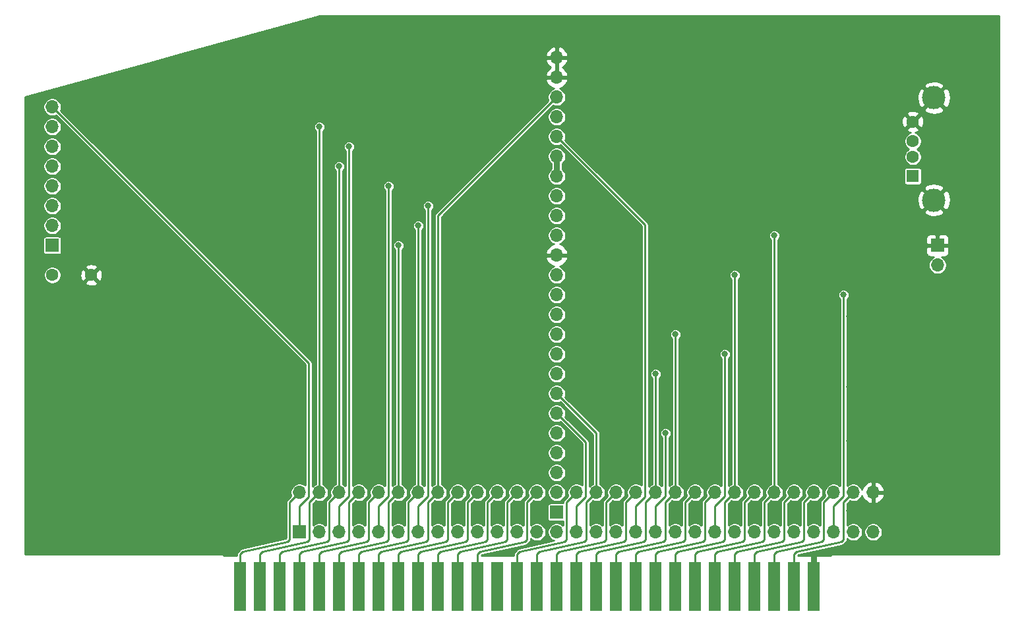
<source format=gbr>
G04 #@! TF.GenerationSoftware,KiCad,Pcbnew,(5.1.9-0-10_14)*
G04 #@! TF.CreationDate,2021-05-16T20:01:38-04:00*
G04 #@! TF.ProjectId,rw-piggyback,72772d70-6967-4677-9962-61636b2e6b69,rev?*
G04 #@! TF.SameCoordinates,Original*
G04 #@! TF.FileFunction,Copper,L2,Bot*
G04 #@! TF.FilePolarity,Positive*
%FSLAX46Y46*%
G04 Gerber Fmt 4.6, Leading zero omitted, Abs format (unit mm)*
G04 Created by KiCad (PCBNEW (5.1.9-0-10_14)) date 2021-05-16 20:01:38*
%MOMM*%
%LPD*%
G01*
G04 APERTURE LIST*
G04 #@! TA.AperFunction,ComponentPad*
%ADD10C,1.600000*%
G04 #@! TD*
G04 #@! TA.AperFunction,ComponentPad*
%ADD11R,1.600000X1.600000*%
G04 #@! TD*
G04 #@! TA.AperFunction,ComponentPad*
%ADD12C,3.000000*%
G04 #@! TD*
G04 #@! TA.AperFunction,ComponentPad*
%ADD13O,1.700000X1.700000*%
G04 #@! TD*
G04 #@! TA.AperFunction,ComponentPad*
%ADD14R,1.700000X1.700000*%
G04 #@! TD*
G04 #@! TA.AperFunction,SMDPad,CuDef*
%ADD15R,1.524000X6.350000*%
G04 #@! TD*
G04 #@! TA.AperFunction,ViaPad*
%ADD16C,0.800000*%
G04 #@! TD*
G04 #@! TA.AperFunction,Conductor*
%ADD17C,0.250000*%
G04 #@! TD*
G04 #@! TA.AperFunction,Conductor*
%ADD18C,0.800000*%
G04 #@! TD*
G04 #@! TA.AperFunction,Conductor*
%ADD19C,0.254000*%
G04 #@! TD*
G04 #@! TA.AperFunction,Conductor*
%ADD20C,0.100000*%
G04 #@! TD*
G04 APERTURE END LIST*
D10*
X194945000Y-74280000D03*
X194945000Y-76780000D03*
X194945000Y-78780000D03*
D11*
X194945000Y-81280000D03*
D12*
X197655000Y-84350000D03*
X197655000Y-71210000D03*
D13*
X179705000Y-121920000D03*
X182245000Y-127000000D03*
X179705000Y-127000000D03*
X184785000Y-121920000D03*
X187325000Y-127000000D03*
X187325000Y-121920000D03*
X189865000Y-127000000D03*
X189865000Y-121920000D03*
X182245000Y-121920000D03*
X184785000Y-127000000D03*
X177165000Y-121920000D03*
X177165000Y-127000000D03*
X174625000Y-121920000D03*
X174625000Y-127000000D03*
X172085000Y-121920000D03*
X172085000Y-127000000D03*
X169545000Y-121920000D03*
X169545000Y-127000000D03*
X167005000Y-121920000D03*
X167005000Y-127000000D03*
X164465000Y-121920000D03*
X164465000Y-127000000D03*
X161925000Y-121920000D03*
X161925000Y-127000000D03*
X159385000Y-121920000D03*
X159385000Y-127000000D03*
X156845000Y-121920000D03*
X156845000Y-127000000D03*
X154305000Y-127000000D03*
X151765000Y-121920000D03*
X151765000Y-127000000D03*
X154305000Y-121920000D03*
X149225000Y-127000000D03*
X146685000Y-121920000D03*
X146685000Y-127000000D03*
X144145000Y-121920000D03*
X144145000Y-127000000D03*
X141605000Y-121920000D03*
X141605000Y-127000000D03*
X139065000Y-121920000D03*
X139065000Y-127000000D03*
X136525000Y-121920000D03*
X136525000Y-127000000D03*
X133985000Y-121920000D03*
X133985000Y-127000000D03*
X131445000Y-121920000D03*
X131445000Y-127000000D03*
X128905000Y-121920000D03*
X128905000Y-127000000D03*
X126365000Y-121920000D03*
X126365000Y-127000000D03*
X123825000Y-121920000D03*
X123825000Y-127000000D03*
X121285000Y-121920000D03*
X121285000Y-127000000D03*
X118745000Y-121920000D03*
X118745000Y-127000000D03*
X116205000Y-121920000D03*
D14*
X116205000Y-127000000D03*
D15*
X172085000Y-133985000D03*
X174625000Y-133985000D03*
X177165000Y-133985000D03*
X179705000Y-133985000D03*
X182245000Y-133985000D03*
X169545000Y-133985000D03*
X167005000Y-133985000D03*
X164465000Y-133985000D03*
X161925000Y-133985000D03*
X159385000Y-133985000D03*
X156845000Y-133985000D03*
X154305000Y-133985000D03*
X151765000Y-133985000D03*
X149225000Y-133985000D03*
X146685000Y-133985000D03*
X144145000Y-133985000D03*
X141605000Y-133985000D03*
X139065000Y-133985000D03*
X136525000Y-133985000D03*
X133985000Y-133985000D03*
X131445000Y-133985000D03*
X128905000Y-133985000D03*
X126365000Y-133985000D03*
X123825000Y-133985000D03*
X121285000Y-133985000D03*
X118745000Y-133985000D03*
X116205000Y-133985000D03*
X113665000Y-133985000D03*
X111125000Y-133985000D03*
X108585000Y-133985000D03*
D13*
X198120000Y-92710000D03*
D14*
X198120000Y-90170000D03*
D10*
X84455000Y-93980000D03*
X89455000Y-93980000D03*
D13*
X149225000Y-66040000D03*
X149225000Y-68580000D03*
X149225000Y-71120000D03*
X149225000Y-73660000D03*
X149225000Y-76200000D03*
X149225000Y-78740000D03*
X149225000Y-81280000D03*
X149225000Y-83820000D03*
X149225000Y-86360000D03*
X149225000Y-88900000D03*
X149225000Y-91440000D03*
X149225000Y-93980000D03*
X149225000Y-96520000D03*
X149225000Y-99060000D03*
X149225000Y-101600000D03*
X149225000Y-104140000D03*
X149225000Y-106680000D03*
X149225000Y-109220000D03*
X149225000Y-111760000D03*
X149225000Y-114300000D03*
X149225000Y-116840000D03*
X149225000Y-119380000D03*
X149225000Y-121920000D03*
D14*
X149225000Y-124460000D03*
D13*
X84455000Y-72390000D03*
X84455000Y-74930000D03*
X84455000Y-77470000D03*
X84455000Y-80010000D03*
X84455000Y-82550000D03*
X84455000Y-85090000D03*
X84455000Y-87630000D03*
D14*
X84455000Y-90170000D03*
D16*
X186055000Y-96520000D03*
X177165000Y-88900000D03*
X172085000Y-93980000D03*
X164465000Y-101600000D03*
X161925000Y-106680000D03*
X131445000Y-87630000D03*
X128905000Y-90170000D03*
X121285000Y-80010000D03*
X118745000Y-74930000D03*
X170815000Y-104140000D03*
X163195000Y-114300000D03*
X132715000Y-85090000D03*
X127635000Y-82550000D03*
X122555000Y-77470000D03*
X81808572Y-72299999D03*
X81808572Y-79299999D03*
X81808572Y-86299999D03*
X81808572Y-93299999D03*
X81808572Y-112299999D03*
X81808572Y-119299999D03*
X81808572Y-126299999D03*
X83808572Y-98299999D03*
X83808572Y-105299999D03*
X85808572Y-115299999D03*
X86808572Y-70299999D03*
X86808572Y-81299999D03*
X86808572Y-89299999D03*
X86808572Y-109299999D03*
X87808572Y-101299999D03*
X89808572Y-96299999D03*
X90808572Y-73299999D03*
X90808572Y-84299999D03*
X90808572Y-105299999D03*
X90808572Y-112299999D03*
X91808572Y-91299999D03*
X92808572Y-78299999D03*
X92808572Y-117299999D03*
X93808572Y-69299999D03*
X93808572Y-99299999D03*
X94808572Y-108299999D03*
X95808572Y-86299999D03*
X95808572Y-94299999D03*
X96808572Y-103299999D03*
X96808572Y-113299999D03*
X97808572Y-72299999D03*
X97808572Y-81299999D03*
X99808572Y-67299999D03*
X99808572Y-91299999D03*
X99808572Y-98299999D03*
X99808572Y-117299999D03*
X100808572Y-76299999D03*
X100808572Y-106299999D03*
X101808572Y-84299999D03*
X102808572Y-111299999D03*
X103808572Y-70299999D03*
X103808572Y-94299999D03*
X103808572Y-101299999D03*
X105808572Y-65299999D03*
X105808572Y-78299999D03*
X105808572Y-89299999D03*
X105808572Y-115299999D03*
X106808572Y-105299999D03*
X107808572Y-73299999D03*
X107808572Y-83299999D03*
X107808572Y-97299999D03*
X108808572Y-110299999D03*
X108808572Y-119299999D03*
X108808572Y-127299999D03*
X109808572Y-68299999D03*
X109808572Y-92299999D03*
X110808572Y-101299999D03*
X111808572Y-76299999D03*
X111808572Y-86299999D03*
X111808572Y-114299999D03*
X111808572Y-123299999D03*
X112808572Y-63299999D03*
X112808572Y-106299999D03*
X113808572Y-71299999D03*
X113808572Y-81299999D03*
X113808572Y-95299999D03*
X114808572Y-118299999D03*
X115808572Y-89299999D03*
X115808572Y-110299999D03*
X116808572Y-66299999D03*
X116808572Y-99299999D03*
X118808572Y-73299999D03*
X118808572Y-124299999D03*
X119808572Y-61299999D03*
X119808572Y-83299999D03*
X119808572Y-92299999D03*
X119808572Y-103299999D03*
X119808572Y-113299999D03*
X121808572Y-68299999D03*
X123808572Y-75299999D03*
X123808572Y-86299999D03*
X123808572Y-95299999D03*
X123808572Y-106299999D03*
X123808572Y-116299999D03*
X124808572Y-63299999D03*
X125808572Y-80299999D03*
X125808572Y-100299999D03*
X125808572Y-111299999D03*
X126808572Y-70299999D03*
X126808572Y-91299999D03*
X128808572Y-84299999D03*
X128808572Y-124299999D03*
X129808572Y-61299999D03*
X129808572Y-74299999D03*
X129808572Y-96299999D03*
X129808572Y-103299999D03*
X129808572Y-114299999D03*
X130808572Y-67299999D03*
X131808572Y-79299999D03*
X133808572Y-71299999D03*
X134808572Y-63299999D03*
X134808572Y-83299999D03*
X134808572Y-90299999D03*
X134808572Y-98299999D03*
X134808572Y-105299999D03*
X134808572Y-112299999D03*
X134808572Y-119299999D03*
X135808572Y-76299999D03*
X136808572Y-124299999D03*
X137808572Y-67299999D03*
X137808572Y-94299999D03*
X138808572Y-86299999D03*
X138808572Y-101299999D03*
X138808572Y-108299999D03*
X138808572Y-115299999D03*
X139808572Y-61299999D03*
X139808572Y-72299999D03*
X140808572Y-81299999D03*
X141808572Y-90299999D03*
X141808572Y-97299999D03*
X141808572Y-119299999D03*
X142808572Y-65299999D03*
X142808572Y-104299999D03*
X142808572Y-111299999D03*
X143808572Y-124299999D03*
X144808572Y-70299999D03*
X144808572Y-77299999D03*
X144808572Y-84299999D03*
X145808572Y-93299999D03*
X145808572Y-100299999D03*
X145808572Y-115299999D03*
X146808572Y-61299999D03*
X146808572Y-107299999D03*
X150808572Y-64299999D03*
X151808572Y-70299999D03*
X151808572Y-77299999D03*
X151808572Y-84299999D03*
X151808572Y-91299999D03*
X151808572Y-98299999D03*
X151808572Y-105299999D03*
X151808572Y-118299999D03*
X152808572Y-111299999D03*
X154808572Y-61299999D03*
X155808572Y-67299999D03*
X155808572Y-74299999D03*
X155808572Y-87299999D03*
X155808572Y-95299999D03*
X155808572Y-115299999D03*
X156808572Y-103299999D03*
X156808572Y-125299999D03*
X157808572Y-79299999D03*
X157808572Y-109299999D03*
X158808572Y-91299999D03*
X159808572Y-63299999D03*
X159808572Y-70299999D03*
X159808572Y-84299999D03*
X159808572Y-98299999D03*
X159808572Y-118299999D03*
X161808572Y-75299999D03*
X162808572Y-111299999D03*
X163808572Y-66299999D03*
X163808572Y-87299999D03*
X163808572Y-95299999D03*
X164808572Y-79299999D03*
X165808572Y-61299999D03*
X165808572Y-71299999D03*
X165808572Y-100299999D03*
X165808572Y-107299999D03*
X165808572Y-115299999D03*
X166808572Y-91299999D03*
X167808572Y-83299999D03*
X168808572Y-75299999D03*
X169808572Y-64299999D03*
X169808572Y-97299999D03*
X169808572Y-110299999D03*
X169808572Y-118299999D03*
X170808572Y-87299999D03*
X171808572Y-69299999D03*
X171808572Y-79299999D03*
X172808572Y-92299999D03*
X173808572Y-61299999D03*
X173808572Y-100299999D03*
X173808572Y-107299999D03*
X173808572Y-114299999D03*
X174808572Y-73299999D03*
X174808572Y-83299999D03*
X175808572Y-66299999D03*
X177808572Y-77299999D03*
X177808572Y-87299999D03*
X178808572Y-70299999D03*
X178808572Y-93299999D03*
X178808572Y-102299999D03*
X178808572Y-109299999D03*
X178808572Y-118299999D03*
X179808572Y-62299999D03*
X179808572Y-125299999D03*
X180808572Y-82299999D03*
X181808572Y-74299999D03*
X181808572Y-97299999D03*
X181808572Y-113299999D03*
X182808572Y-66299999D03*
X182808572Y-89299999D03*
X182808572Y-105299999D03*
X184808572Y-78299999D03*
X185808572Y-61299999D03*
X185808572Y-70299999D03*
X185808572Y-93299999D03*
X186808572Y-99299999D03*
X186808572Y-108299999D03*
X186808572Y-115299999D03*
X186808572Y-124299999D03*
X187808572Y-82299999D03*
X188808572Y-65299999D03*
X188808572Y-74299999D03*
X189808572Y-90299999D03*
X189808572Y-103299999D03*
X189808572Y-119299999D03*
X190808572Y-96299999D03*
X190808572Y-111299999D03*
X191808572Y-69299999D03*
X191808572Y-78299999D03*
X191808572Y-85299999D03*
X191808572Y-126299999D03*
X192808572Y-61299999D03*
X193808572Y-100299999D03*
X193808572Y-107299999D03*
X193808572Y-115299999D03*
X195808572Y-65299999D03*
X196808572Y-76299999D03*
X196808572Y-87299999D03*
X196808572Y-94299999D03*
X196808572Y-119299999D03*
X196808572Y-128299999D03*
X197808572Y-103299999D03*
X197808572Y-110299999D03*
X198808572Y-81299999D03*
X199808572Y-61299999D03*
X199808572Y-68299999D03*
X199808572Y-98299999D03*
X199808572Y-123299999D03*
X200808572Y-90299999D03*
X200808572Y-114299999D03*
X201808572Y-73299999D03*
X201808572Y-106299999D03*
X202808572Y-84299999D03*
X203808572Y-64299999D03*
X203808572Y-78299999D03*
X203808572Y-94299999D03*
X203808572Y-101299999D03*
X204808572Y-110299999D03*
D17*
X172085000Y-133985000D02*
X172085000Y-129857500D01*
X178435000Y-127952500D02*
X178435000Y-123190000D01*
X178117500Y-128270000D02*
X178435000Y-127952500D01*
X172085000Y-129857500D02*
X172402500Y-129540000D01*
X172402500Y-129540000D02*
X178117500Y-128270000D01*
X178435000Y-123190000D02*
X179705000Y-121920000D01*
X174625000Y-133985000D02*
X174625000Y-129857500D01*
X180975000Y-127952500D02*
X180975000Y-123190000D01*
X180657500Y-128270000D02*
X180975000Y-127952500D01*
X174625000Y-129857500D02*
X174942500Y-129540000D01*
X174942500Y-129540000D02*
X180657500Y-128270000D01*
X180975000Y-123190000D02*
X182245000Y-121920000D01*
X186055000Y-122389002D02*
X186055000Y-96520000D01*
X184785000Y-123659002D02*
X186055000Y-122389002D01*
X184785000Y-127000000D02*
X184785000Y-123659002D01*
X177165000Y-133985000D02*
X177165000Y-129857500D01*
X183515000Y-127952500D02*
X183515000Y-123190000D01*
X183197500Y-128270000D02*
X183515000Y-127952500D01*
X177165000Y-129857500D02*
X177482500Y-129540000D01*
X177482500Y-129540000D02*
X183197500Y-128270000D01*
X183515000Y-123190000D02*
X184785000Y-121920000D01*
X179705000Y-133985000D02*
X179705000Y-129857500D01*
X186055000Y-127952500D02*
X186055000Y-123190000D01*
X185737500Y-128270000D02*
X186055000Y-127952500D01*
X179705000Y-129857500D02*
X180022500Y-129540000D01*
X180022500Y-129540000D02*
X185737500Y-128270000D01*
X186055000Y-123190000D02*
X187325000Y-121920000D01*
X169545000Y-133985000D02*
X169545000Y-129857500D01*
X175895000Y-127952500D02*
X175895000Y-123190000D01*
X175577500Y-128270000D02*
X175895000Y-127952500D01*
X169545000Y-129857500D02*
X169862500Y-129540000D01*
X169862500Y-129540000D02*
X175577500Y-128270000D01*
X175895000Y-123190000D02*
X177165000Y-121920000D01*
X177165000Y-121920000D02*
X177165000Y-88900000D01*
X167005000Y-133985000D02*
X167005000Y-129857500D01*
X173355000Y-127952500D02*
X173355000Y-123190000D01*
X173037500Y-128270000D02*
X173355000Y-127952500D01*
X167005000Y-129857500D02*
X167322500Y-129540000D01*
X167322500Y-129540000D02*
X173037500Y-128270000D01*
X173355000Y-123190000D02*
X174625000Y-121920000D01*
X164465000Y-133985000D02*
X164465000Y-129857500D01*
X170815000Y-127952500D02*
X170815000Y-123190000D01*
X170497500Y-128270000D02*
X170815000Y-127952500D01*
X164465000Y-129857500D02*
X164782500Y-129540000D01*
X164782500Y-129540000D02*
X170497500Y-128270000D01*
X170815000Y-123190000D02*
X172085000Y-121920000D01*
X172085000Y-121920000D02*
X172085000Y-93980000D01*
X161925000Y-133985000D02*
X161925000Y-129857500D01*
X168275000Y-127952500D02*
X168275000Y-123190000D01*
X167957500Y-128270000D02*
X168275000Y-127952500D01*
X161925000Y-129857500D02*
X162242500Y-129540000D01*
X162242500Y-129540000D02*
X167957500Y-128270000D01*
X168275000Y-123190000D02*
X169545000Y-121920000D01*
X159385000Y-133985000D02*
X159385000Y-129857500D01*
X165735000Y-127952500D02*
X165735000Y-123190000D01*
X165417500Y-128270000D02*
X165735000Y-127952500D01*
X159385000Y-129857500D02*
X159702500Y-129540000D01*
X159702500Y-129540000D02*
X165417500Y-128270000D01*
X165735000Y-123190000D02*
X167005000Y-121920000D01*
X156845000Y-133985000D02*
X156845000Y-129857500D01*
X163195000Y-127952500D02*
X163195000Y-123190000D01*
X162877500Y-128270000D02*
X163195000Y-127952500D01*
X156845000Y-129857500D02*
X157162500Y-129540000D01*
X157162500Y-129540000D02*
X162877500Y-128270000D01*
X163195000Y-123190000D02*
X164465000Y-121920000D01*
X164465000Y-121920000D02*
X164465000Y-101600000D01*
X154305000Y-133985000D02*
X154305000Y-129857500D01*
X160655000Y-127952500D02*
X160655000Y-123190000D01*
X160337500Y-128270000D02*
X160655000Y-127952500D01*
X154305000Y-129857500D02*
X154622500Y-129540000D01*
X154622500Y-129540000D02*
X160337500Y-128270000D01*
X160655000Y-123190000D02*
X161925000Y-121920000D01*
X161925000Y-121920000D02*
X161925000Y-106680000D01*
X151765000Y-133985000D02*
X151765000Y-129857500D01*
X158115000Y-127952500D02*
X158115000Y-123190000D01*
X157797500Y-128270000D02*
X158115000Y-127952500D01*
X151765000Y-129857500D02*
X152082500Y-129540000D01*
X152082500Y-129540000D02*
X157797500Y-128270000D01*
X158115000Y-123190000D02*
X159385000Y-121920000D01*
X149225000Y-133985000D02*
X149225000Y-129857500D01*
X155575000Y-127952500D02*
X155575000Y-123190000D01*
X155257500Y-128270000D02*
X155575000Y-127952500D01*
X149225000Y-129857500D02*
X149542500Y-129540000D01*
X149542500Y-129540000D02*
X155257500Y-128270000D01*
X155575000Y-123190000D02*
X156845000Y-121920000D01*
X146685000Y-133985000D02*
X146685000Y-129857500D01*
X153035000Y-127952500D02*
X153035000Y-123190000D01*
X152717500Y-128270000D02*
X153035000Y-127952500D01*
X146685000Y-129857500D02*
X147002500Y-129540000D01*
X147002500Y-129540000D02*
X152717500Y-128270000D01*
X153035000Y-123190000D02*
X154305000Y-121920000D01*
X154305000Y-114300000D02*
X149225000Y-109220000D01*
X154305000Y-121920000D02*
X154305000Y-114300000D01*
X150495000Y-127952500D02*
X150495000Y-123190000D01*
X144145000Y-133985000D02*
X144145000Y-129857500D01*
X150495000Y-123190000D02*
X151765000Y-121920000D01*
X144145000Y-129857500D02*
X144462500Y-129540000D01*
X150177500Y-128270000D02*
X150495000Y-127952500D01*
X144462500Y-129540000D02*
X150177500Y-128270000D01*
X139065000Y-133985000D02*
X139065000Y-129857500D01*
X145415000Y-127952500D02*
X145415000Y-123190000D01*
X145097500Y-128270000D02*
X145415000Y-127952500D01*
X139065000Y-129857500D02*
X139382500Y-129540000D01*
X139382500Y-129540000D02*
X145097500Y-128270000D01*
X145415000Y-123190000D02*
X146685000Y-121920000D01*
X136525000Y-133985000D02*
X136525000Y-129857500D01*
X142875000Y-127952500D02*
X142875000Y-123190000D01*
X142557500Y-128270000D02*
X142875000Y-127952500D01*
X136525000Y-129857500D02*
X136842500Y-129540000D01*
X136842500Y-129540000D02*
X142557500Y-128270000D01*
X142875000Y-123190000D02*
X144145000Y-121920000D01*
X133985000Y-133985000D02*
X133985000Y-129857500D01*
X140335000Y-127952500D02*
X140335000Y-123190000D01*
X140017500Y-128270000D02*
X140335000Y-127952500D01*
X133985000Y-129857500D02*
X134302500Y-129540000D01*
X134302500Y-129540000D02*
X140017500Y-128270000D01*
X140335000Y-123190000D02*
X141605000Y-121920000D01*
X131445000Y-133985000D02*
X131445000Y-129857500D01*
X137795000Y-127952500D02*
X137795000Y-123190000D01*
X137477500Y-128270000D02*
X137795000Y-127952500D01*
X131445000Y-129857500D02*
X131762500Y-129540000D01*
X131762500Y-129540000D02*
X137477500Y-128270000D01*
X137795000Y-123190000D02*
X139065000Y-121920000D01*
X128905000Y-133985000D02*
X128905000Y-129857500D01*
X135255000Y-127952500D02*
X135255000Y-123190000D01*
X134937500Y-128270000D02*
X135255000Y-127952500D01*
X128905000Y-129857500D02*
X129222500Y-129540000D01*
X129222500Y-129540000D02*
X134937500Y-128270000D01*
X135255000Y-123190000D02*
X136525000Y-121920000D01*
X126365000Y-133985000D02*
X126365000Y-129857500D01*
X132715000Y-127952500D02*
X132715000Y-123190000D01*
X132397500Y-128270000D02*
X132715000Y-127952500D01*
X126365000Y-129857500D02*
X126682500Y-129540000D01*
X126682500Y-129540000D02*
X132397500Y-128270000D01*
X132715000Y-123190000D02*
X133985000Y-121920000D01*
X133985000Y-86360000D02*
X149225000Y-71120000D01*
X133985000Y-121920000D02*
X133985000Y-86360000D01*
X123825000Y-133985000D02*
X123825000Y-129857500D01*
X130175000Y-127952500D02*
X130175000Y-123190000D01*
X129857500Y-128270000D02*
X130175000Y-127952500D01*
X123825000Y-129857500D02*
X124142500Y-129540000D01*
X124142500Y-129540000D02*
X129857500Y-128270000D01*
X130175000Y-123190000D02*
X131445000Y-121920000D01*
X131445000Y-121920000D02*
X131445000Y-87630000D01*
X121285000Y-133985000D02*
X121285000Y-129857500D01*
X127635000Y-127952500D02*
X127635000Y-123190000D01*
X127317500Y-128270000D02*
X127635000Y-127952500D01*
X121285000Y-129857500D02*
X121602500Y-129540000D01*
X121602500Y-129540000D02*
X127317500Y-128270000D01*
X127635000Y-123190000D02*
X128905000Y-121920000D01*
X128905000Y-121920000D02*
X128905000Y-90170000D01*
X118745000Y-133985000D02*
X118745000Y-129857500D01*
X125095000Y-127952500D02*
X125095000Y-123190000D01*
X124777500Y-128270000D02*
X125095000Y-127952500D01*
X118745000Y-129857500D02*
X119062500Y-129540000D01*
X119062500Y-129540000D02*
X124777500Y-128270000D01*
X125095000Y-123190000D02*
X126365000Y-121920000D01*
X116205000Y-133985000D02*
X116205000Y-129857500D01*
X122555000Y-127952500D02*
X122555000Y-123190000D01*
X122237500Y-128270000D02*
X122555000Y-127952500D01*
X116205000Y-129857500D02*
X116522500Y-129540000D01*
X116522500Y-129540000D02*
X122237500Y-128270000D01*
X122555000Y-123190000D02*
X123825000Y-121920000D01*
X113665000Y-133985000D02*
X113665000Y-129857500D01*
X120015000Y-127952500D02*
X120015000Y-123190000D01*
X119697500Y-128270000D02*
X120015000Y-127952500D01*
X113665000Y-129857500D02*
X113982500Y-129540000D01*
X113982500Y-129540000D02*
X119697500Y-128270000D01*
X120015000Y-123190000D02*
X121285000Y-121920000D01*
X121285000Y-121920000D02*
X121285000Y-80010000D01*
X111125000Y-133985000D02*
X111125000Y-129857500D01*
X111125000Y-129857500D02*
X111442500Y-129540000D01*
X111442500Y-129540000D02*
X117157500Y-128270000D01*
X117157500Y-128270000D02*
X117475000Y-127952500D01*
X117475000Y-127952500D02*
X117475000Y-123190000D01*
X117475000Y-123190000D02*
X118745000Y-121920000D01*
X118745000Y-121920000D02*
X118745000Y-74930000D01*
X108585000Y-133985000D02*
X108585000Y-129857500D01*
X114935000Y-127952500D02*
X114935000Y-123190000D01*
X114617500Y-128270000D02*
X114935000Y-127952500D01*
X108585000Y-129857500D02*
X108902500Y-129540000D01*
X108902500Y-129540000D02*
X114617500Y-128270000D01*
X114935000Y-123190000D02*
X116205000Y-121920000D01*
X170815000Y-122389002D02*
X170815000Y-104140000D01*
X169545000Y-123659002D02*
X170815000Y-122389002D01*
X169545000Y-127000000D02*
X169545000Y-123659002D01*
X161925000Y-123659002D02*
X163195000Y-122389002D01*
X163195000Y-122389002D02*
X163195000Y-114300000D01*
X161925000Y-127000000D02*
X161925000Y-123659002D01*
X160560001Y-87535001D02*
X149225000Y-76200000D01*
X160560001Y-122484001D02*
X160560001Y-87535001D01*
X159385000Y-123659002D02*
X160560001Y-122484001D01*
X159385000Y-127000000D02*
X159385000Y-123659002D01*
X152940001Y-115475001D02*
X149225000Y-111760000D01*
X152940001Y-122484001D02*
X152940001Y-115475001D01*
X151765000Y-123659002D02*
X152940001Y-122484001D01*
X151765000Y-127000000D02*
X151765000Y-123659002D01*
X132715000Y-122389002D02*
X132715000Y-85090000D01*
X131445000Y-123659002D02*
X132715000Y-122389002D01*
X131445000Y-127000000D02*
X131445000Y-123659002D01*
X126365000Y-123659002D02*
X127635000Y-122389002D01*
X127635000Y-122389002D02*
X127635000Y-82550000D01*
X126365000Y-127000000D02*
X126365000Y-123659002D01*
X122555000Y-122389002D02*
X122555000Y-77470000D01*
X121285000Y-123659002D02*
X122555000Y-122389002D01*
X121285000Y-127000000D02*
X121285000Y-123659002D01*
X117380001Y-105315001D02*
X84455000Y-72390000D01*
X117380001Y-122484001D02*
X117380001Y-105315001D01*
X116205000Y-123659002D02*
X117380001Y-122484001D01*
X116205000Y-127000000D02*
X116205000Y-123659002D01*
D18*
X182245000Y-133985000D02*
X182245000Y-129829786D01*
X149225000Y-78740000D02*
X149225000Y-81280000D01*
D19*
X206023000Y-129823000D02*
X184675292Y-129823000D01*
X184658000Y-129821297D01*
X184640709Y-129823000D01*
X184640708Y-129823000D01*
X184588996Y-129828093D01*
X184522644Y-129848221D01*
X184461493Y-129880907D01*
X184407894Y-129924894D01*
X184363907Y-129978493D01*
X184331221Y-130039644D01*
X184328686Y-130048000D01*
X180157000Y-130048000D01*
X180157000Y-130044723D01*
X180249041Y-129952683D01*
X185808941Y-128717151D01*
X185826107Y-128715460D01*
X185852288Y-128707518D01*
X185857229Y-128706420D01*
X185873562Y-128701065D01*
X185911309Y-128689614D01*
X185915793Y-128687217D01*
X185920631Y-128685631D01*
X185955057Y-128666230D01*
X185989833Y-128647642D01*
X185993760Y-128644419D01*
X185998198Y-128641918D01*
X186028194Y-128616159D01*
X186041410Y-128605313D01*
X186044969Y-128601754D01*
X186065746Y-128583912D01*
X186076399Y-128570325D01*
X186358906Y-128287818D01*
X186376159Y-128273659D01*
X186432643Y-128204833D01*
X186474614Y-128126310D01*
X186475556Y-128123206D01*
X186500460Y-128041108D01*
X186509187Y-127952500D01*
X186507000Y-127930295D01*
X186507000Y-127846530D01*
X186574706Y-127914236D01*
X186767481Y-128043044D01*
X186981682Y-128131769D01*
X187209076Y-128177000D01*
X187440924Y-128177000D01*
X187668318Y-128131769D01*
X187882519Y-128043044D01*
X188075294Y-127914236D01*
X188239236Y-127750294D01*
X188368044Y-127557519D01*
X188456769Y-127343318D01*
X188502000Y-127115924D01*
X188502000Y-126884076D01*
X188688000Y-126884076D01*
X188688000Y-127115924D01*
X188733231Y-127343318D01*
X188821956Y-127557519D01*
X188950764Y-127750294D01*
X189114706Y-127914236D01*
X189307481Y-128043044D01*
X189521682Y-128131769D01*
X189749076Y-128177000D01*
X189980924Y-128177000D01*
X190208318Y-128131769D01*
X190422519Y-128043044D01*
X190615294Y-127914236D01*
X190779236Y-127750294D01*
X190908044Y-127557519D01*
X190996769Y-127343318D01*
X191042000Y-127115924D01*
X191042000Y-126884076D01*
X190996769Y-126656682D01*
X190908044Y-126442481D01*
X190779236Y-126249706D01*
X190615294Y-126085764D01*
X190422519Y-125956956D01*
X190208318Y-125868231D01*
X189980924Y-125823000D01*
X189749076Y-125823000D01*
X189521682Y-125868231D01*
X189307481Y-125956956D01*
X189114706Y-126085764D01*
X188950764Y-126249706D01*
X188821956Y-126442481D01*
X188733231Y-126656682D01*
X188688000Y-126884076D01*
X188502000Y-126884076D01*
X188456769Y-126656682D01*
X188368044Y-126442481D01*
X188239236Y-126249706D01*
X188075294Y-126085764D01*
X187882519Y-125956956D01*
X187668318Y-125868231D01*
X187440924Y-125823000D01*
X187209076Y-125823000D01*
X186981682Y-125868231D01*
X186767481Y-125956956D01*
X186574706Y-126085764D01*
X186507000Y-126153470D01*
X186507000Y-123377223D01*
X186876162Y-123008061D01*
X186981682Y-123051769D01*
X187209076Y-123097000D01*
X187440924Y-123097000D01*
X187668318Y-123051769D01*
X187882519Y-122963044D01*
X188075294Y-122834236D01*
X188239236Y-122670294D01*
X188368044Y-122477519D01*
X188436264Y-122312821D01*
X188520843Y-122551252D01*
X188669822Y-122801355D01*
X188864731Y-123017588D01*
X189098080Y-123191641D01*
X189360901Y-123316825D01*
X189508110Y-123361476D01*
X189738000Y-123240155D01*
X189738000Y-122047000D01*
X189992000Y-122047000D01*
X189992000Y-123240155D01*
X190221890Y-123361476D01*
X190369099Y-123316825D01*
X190631920Y-123191641D01*
X190865269Y-123017588D01*
X191060178Y-122801355D01*
X191209157Y-122551252D01*
X191306481Y-122276891D01*
X191185814Y-122047000D01*
X189992000Y-122047000D01*
X189738000Y-122047000D01*
X189718000Y-122047000D01*
X189718000Y-121793000D01*
X189738000Y-121793000D01*
X189738000Y-120599845D01*
X189992000Y-120599845D01*
X189992000Y-121793000D01*
X191185814Y-121793000D01*
X191306481Y-121563109D01*
X191209157Y-121288748D01*
X191060178Y-121038645D01*
X190865269Y-120822412D01*
X190631920Y-120648359D01*
X190369099Y-120523175D01*
X190221890Y-120478524D01*
X189992000Y-120599845D01*
X189738000Y-120599845D01*
X189508110Y-120478524D01*
X189360901Y-120523175D01*
X189098080Y-120648359D01*
X188864731Y-120822412D01*
X188669822Y-121038645D01*
X188520843Y-121288748D01*
X188436264Y-121527179D01*
X188368044Y-121362481D01*
X188239236Y-121169706D01*
X188075294Y-121005764D01*
X187882519Y-120876956D01*
X187668318Y-120788231D01*
X187440924Y-120743000D01*
X187209076Y-120743000D01*
X186981682Y-120788231D01*
X186767481Y-120876956D01*
X186574706Y-121005764D01*
X186507000Y-121073470D01*
X186507000Y-97092339D01*
X186518436Y-97084698D01*
X186619698Y-96983436D01*
X186699259Y-96864364D01*
X186754062Y-96732058D01*
X186782000Y-96591603D01*
X186782000Y-96448397D01*
X186754062Y-96307942D01*
X186699259Y-96175636D01*
X186619698Y-96056564D01*
X186518436Y-95955302D01*
X186399364Y-95875741D01*
X186267058Y-95820938D01*
X186126603Y-95793000D01*
X185983397Y-95793000D01*
X185842942Y-95820938D01*
X185710636Y-95875741D01*
X185591564Y-95955302D01*
X185490302Y-96056564D01*
X185410741Y-96175636D01*
X185355938Y-96307942D01*
X185328000Y-96448397D01*
X185328000Y-96591603D01*
X185355938Y-96732058D01*
X185410741Y-96864364D01*
X185490302Y-96983436D01*
X185591564Y-97084698D01*
X185603001Y-97092340D01*
X185603000Y-121073470D01*
X185535294Y-121005764D01*
X185342519Y-120876956D01*
X185128318Y-120788231D01*
X184900924Y-120743000D01*
X184669076Y-120743000D01*
X184441682Y-120788231D01*
X184227481Y-120876956D01*
X184034706Y-121005764D01*
X183870764Y-121169706D01*
X183741956Y-121362481D01*
X183653231Y-121576682D01*
X183608000Y-121804076D01*
X183608000Y-122035924D01*
X183653231Y-122263318D01*
X183696939Y-122368838D01*
X183211096Y-122854681D01*
X183193842Y-122868841D01*
X183137358Y-122937667D01*
X183095386Y-123016191D01*
X183069540Y-123101393D01*
X183060813Y-123190000D01*
X183063001Y-123212215D01*
X183063000Y-126153470D01*
X182995294Y-126085764D01*
X182802519Y-125956956D01*
X182588318Y-125868231D01*
X182360924Y-125823000D01*
X182129076Y-125823000D01*
X181901682Y-125868231D01*
X181687481Y-125956956D01*
X181494706Y-126085764D01*
X181427000Y-126153470D01*
X181427000Y-123377223D01*
X181796162Y-123008061D01*
X181901682Y-123051769D01*
X182129076Y-123097000D01*
X182360924Y-123097000D01*
X182588318Y-123051769D01*
X182802519Y-122963044D01*
X182995294Y-122834236D01*
X183159236Y-122670294D01*
X183288044Y-122477519D01*
X183376769Y-122263318D01*
X183422000Y-122035924D01*
X183422000Y-121804076D01*
X183376769Y-121576682D01*
X183288044Y-121362481D01*
X183159236Y-121169706D01*
X182995294Y-121005764D01*
X182802519Y-120876956D01*
X182588318Y-120788231D01*
X182360924Y-120743000D01*
X182129076Y-120743000D01*
X181901682Y-120788231D01*
X181687481Y-120876956D01*
X181494706Y-121005764D01*
X181330764Y-121169706D01*
X181201956Y-121362481D01*
X181113231Y-121576682D01*
X181068000Y-121804076D01*
X181068000Y-122035924D01*
X181113231Y-122263318D01*
X181156939Y-122368838D01*
X180671096Y-122854681D01*
X180653842Y-122868841D01*
X180597358Y-122937667D01*
X180555386Y-123016191D01*
X180529540Y-123101393D01*
X180520813Y-123190000D01*
X180523001Y-123212215D01*
X180523000Y-126153470D01*
X180455294Y-126085764D01*
X180262519Y-125956956D01*
X180048318Y-125868231D01*
X179820924Y-125823000D01*
X179589076Y-125823000D01*
X179361682Y-125868231D01*
X179147481Y-125956956D01*
X178954706Y-126085764D01*
X178887000Y-126153470D01*
X178887000Y-123377223D01*
X179256162Y-123008061D01*
X179361682Y-123051769D01*
X179589076Y-123097000D01*
X179820924Y-123097000D01*
X180048318Y-123051769D01*
X180262519Y-122963044D01*
X180455294Y-122834236D01*
X180619236Y-122670294D01*
X180748044Y-122477519D01*
X180836769Y-122263318D01*
X180882000Y-122035924D01*
X180882000Y-121804076D01*
X180836769Y-121576682D01*
X180748044Y-121362481D01*
X180619236Y-121169706D01*
X180455294Y-121005764D01*
X180262519Y-120876956D01*
X180048318Y-120788231D01*
X179820924Y-120743000D01*
X179589076Y-120743000D01*
X179361682Y-120788231D01*
X179147481Y-120876956D01*
X178954706Y-121005764D01*
X178790764Y-121169706D01*
X178661956Y-121362481D01*
X178573231Y-121576682D01*
X178528000Y-121804076D01*
X178528000Y-122035924D01*
X178573231Y-122263318D01*
X178616939Y-122368838D01*
X178131096Y-122854681D01*
X178113842Y-122868841D01*
X178057358Y-122937667D01*
X178015386Y-123016191D01*
X177989540Y-123101393D01*
X177980813Y-123190000D01*
X177983001Y-123212215D01*
X177983000Y-126153470D01*
X177915294Y-126085764D01*
X177722519Y-125956956D01*
X177508318Y-125868231D01*
X177280924Y-125823000D01*
X177049076Y-125823000D01*
X176821682Y-125868231D01*
X176607481Y-125956956D01*
X176414706Y-126085764D01*
X176347000Y-126153470D01*
X176347000Y-123377223D01*
X176716162Y-123008061D01*
X176821682Y-123051769D01*
X177049076Y-123097000D01*
X177280924Y-123097000D01*
X177508318Y-123051769D01*
X177722519Y-122963044D01*
X177915294Y-122834236D01*
X178079236Y-122670294D01*
X178208044Y-122477519D01*
X178296769Y-122263318D01*
X178342000Y-122035924D01*
X178342000Y-121804076D01*
X178296769Y-121576682D01*
X178208044Y-121362481D01*
X178079236Y-121169706D01*
X177915294Y-121005764D01*
X177722519Y-120876956D01*
X177617000Y-120833249D01*
X177617000Y-91020000D01*
X196631928Y-91020000D01*
X196644188Y-91144482D01*
X196680498Y-91264180D01*
X196739463Y-91374494D01*
X196818815Y-91471185D01*
X196915506Y-91550537D01*
X197025820Y-91609502D01*
X197145518Y-91645812D01*
X197270000Y-91658072D01*
X197588110Y-91656340D01*
X197562481Y-91666956D01*
X197369706Y-91795764D01*
X197205764Y-91959706D01*
X197076956Y-92152481D01*
X196988231Y-92366682D01*
X196943000Y-92594076D01*
X196943000Y-92825924D01*
X196988231Y-93053318D01*
X197076956Y-93267519D01*
X197205764Y-93460294D01*
X197369706Y-93624236D01*
X197562481Y-93753044D01*
X197776682Y-93841769D01*
X198004076Y-93887000D01*
X198235924Y-93887000D01*
X198463318Y-93841769D01*
X198677519Y-93753044D01*
X198870294Y-93624236D01*
X199034236Y-93460294D01*
X199163044Y-93267519D01*
X199251769Y-93053318D01*
X199297000Y-92825924D01*
X199297000Y-92594076D01*
X199251769Y-92366682D01*
X199163044Y-92152481D01*
X199034236Y-91959706D01*
X198870294Y-91795764D01*
X198677519Y-91666956D01*
X198651890Y-91656340D01*
X198970000Y-91658072D01*
X199094482Y-91645812D01*
X199214180Y-91609502D01*
X199324494Y-91550537D01*
X199421185Y-91471185D01*
X199500537Y-91374494D01*
X199559502Y-91264180D01*
X199595812Y-91144482D01*
X199608072Y-91020000D01*
X199605000Y-90455750D01*
X199446250Y-90297000D01*
X198247000Y-90297000D01*
X198247000Y-90317000D01*
X197993000Y-90317000D01*
X197993000Y-90297000D01*
X196793750Y-90297000D01*
X196635000Y-90455750D01*
X196631928Y-91020000D01*
X177617000Y-91020000D01*
X177617000Y-89472339D01*
X177628436Y-89464698D01*
X177729698Y-89363436D01*
X177758720Y-89320000D01*
X196631928Y-89320000D01*
X196635000Y-89884250D01*
X196793750Y-90043000D01*
X197993000Y-90043000D01*
X197993000Y-88843750D01*
X198247000Y-88843750D01*
X198247000Y-90043000D01*
X199446250Y-90043000D01*
X199605000Y-89884250D01*
X199608072Y-89320000D01*
X199595812Y-89195518D01*
X199559502Y-89075820D01*
X199500537Y-88965506D01*
X199421185Y-88868815D01*
X199324494Y-88789463D01*
X199214180Y-88730498D01*
X199094482Y-88694188D01*
X198970000Y-88681928D01*
X198405750Y-88685000D01*
X198247000Y-88843750D01*
X197993000Y-88843750D01*
X197834250Y-88685000D01*
X197270000Y-88681928D01*
X197145518Y-88694188D01*
X197025820Y-88730498D01*
X196915506Y-88789463D01*
X196818815Y-88868815D01*
X196739463Y-88965506D01*
X196680498Y-89075820D01*
X196644188Y-89195518D01*
X196631928Y-89320000D01*
X177758720Y-89320000D01*
X177809259Y-89244364D01*
X177864062Y-89112058D01*
X177892000Y-88971603D01*
X177892000Y-88828397D01*
X177864062Y-88687942D01*
X177809259Y-88555636D01*
X177729698Y-88436564D01*
X177628436Y-88335302D01*
X177509364Y-88255741D01*
X177377058Y-88200938D01*
X177236603Y-88173000D01*
X177093397Y-88173000D01*
X176952942Y-88200938D01*
X176820636Y-88255741D01*
X176701564Y-88335302D01*
X176600302Y-88436564D01*
X176520741Y-88555636D01*
X176465938Y-88687942D01*
X176438000Y-88828397D01*
X176438000Y-88971603D01*
X176465938Y-89112058D01*
X176520741Y-89244364D01*
X176600302Y-89363436D01*
X176701564Y-89464698D01*
X176713001Y-89472340D01*
X176713000Y-120833249D01*
X176607481Y-120876956D01*
X176414706Y-121005764D01*
X176250764Y-121169706D01*
X176121956Y-121362481D01*
X176033231Y-121576682D01*
X175988000Y-121804076D01*
X175988000Y-122035924D01*
X176033231Y-122263318D01*
X176076939Y-122368838D01*
X175591096Y-122854681D01*
X175573842Y-122868841D01*
X175517358Y-122937667D01*
X175475386Y-123016191D01*
X175449540Y-123101393D01*
X175440813Y-123190000D01*
X175443001Y-123212215D01*
X175443000Y-126153470D01*
X175375294Y-126085764D01*
X175182519Y-125956956D01*
X174968318Y-125868231D01*
X174740924Y-125823000D01*
X174509076Y-125823000D01*
X174281682Y-125868231D01*
X174067481Y-125956956D01*
X173874706Y-126085764D01*
X173807000Y-126153470D01*
X173807000Y-123377223D01*
X174176162Y-123008061D01*
X174281682Y-123051769D01*
X174509076Y-123097000D01*
X174740924Y-123097000D01*
X174968318Y-123051769D01*
X175182519Y-122963044D01*
X175375294Y-122834236D01*
X175539236Y-122670294D01*
X175668044Y-122477519D01*
X175756769Y-122263318D01*
X175802000Y-122035924D01*
X175802000Y-121804076D01*
X175756769Y-121576682D01*
X175668044Y-121362481D01*
X175539236Y-121169706D01*
X175375294Y-121005764D01*
X175182519Y-120876956D01*
X174968318Y-120788231D01*
X174740924Y-120743000D01*
X174509076Y-120743000D01*
X174281682Y-120788231D01*
X174067481Y-120876956D01*
X173874706Y-121005764D01*
X173710764Y-121169706D01*
X173581956Y-121362481D01*
X173493231Y-121576682D01*
X173448000Y-121804076D01*
X173448000Y-122035924D01*
X173493231Y-122263318D01*
X173536939Y-122368838D01*
X173051096Y-122854681D01*
X173033842Y-122868841D01*
X172977358Y-122937667D01*
X172935386Y-123016191D01*
X172909540Y-123101393D01*
X172900813Y-123190000D01*
X172903001Y-123212215D01*
X172903000Y-126153470D01*
X172835294Y-126085764D01*
X172642519Y-125956956D01*
X172428318Y-125868231D01*
X172200924Y-125823000D01*
X171969076Y-125823000D01*
X171741682Y-125868231D01*
X171527481Y-125956956D01*
X171334706Y-126085764D01*
X171267000Y-126153470D01*
X171267000Y-123377223D01*
X171636162Y-123008061D01*
X171741682Y-123051769D01*
X171969076Y-123097000D01*
X172200924Y-123097000D01*
X172428318Y-123051769D01*
X172642519Y-122963044D01*
X172835294Y-122834236D01*
X172999236Y-122670294D01*
X173128044Y-122477519D01*
X173216769Y-122263318D01*
X173262000Y-122035924D01*
X173262000Y-121804076D01*
X173216769Y-121576682D01*
X173128044Y-121362481D01*
X172999236Y-121169706D01*
X172835294Y-121005764D01*
X172642519Y-120876956D01*
X172537000Y-120833249D01*
X172537000Y-94552339D01*
X172548436Y-94544698D01*
X172649698Y-94443436D01*
X172729259Y-94324364D01*
X172784062Y-94192058D01*
X172812000Y-94051603D01*
X172812000Y-93908397D01*
X172784062Y-93767942D01*
X172729259Y-93635636D01*
X172649698Y-93516564D01*
X172548436Y-93415302D01*
X172429364Y-93335741D01*
X172297058Y-93280938D01*
X172156603Y-93253000D01*
X172013397Y-93253000D01*
X171872942Y-93280938D01*
X171740636Y-93335741D01*
X171621564Y-93415302D01*
X171520302Y-93516564D01*
X171440741Y-93635636D01*
X171385938Y-93767942D01*
X171358000Y-93908397D01*
X171358000Y-94051603D01*
X171385938Y-94192058D01*
X171440741Y-94324364D01*
X171520302Y-94443436D01*
X171621564Y-94544698D01*
X171633001Y-94552340D01*
X171633000Y-120833249D01*
X171527481Y-120876956D01*
X171334706Y-121005764D01*
X171267000Y-121073470D01*
X171267000Y-104712339D01*
X171278436Y-104704698D01*
X171379698Y-104603436D01*
X171459259Y-104484364D01*
X171514062Y-104352058D01*
X171542000Y-104211603D01*
X171542000Y-104068397D01*
X171514062Y-103927942D01*
X171459259Y-103795636D01*
X171379698Y-103676564D01*
X171278436Y-103575302D01*
X171159364Y-103495741D01*
X171027058Y-103440938D01*
X170886603Y-103413000D01*
X170743397Y-103413000D01*
X170602942Y-103440938D01*
X170470636Y-103495741D01*
X170351564Y-103575302D01*
X170250302Y-103676564D01*
X170170741Y-103795636D01*
X170115938Y-103927942D01*
X170088000Y-104068397D01*
X170088000Y-104211603D01*
X170115938Y-104352058D01*
X170170741Y-104484364D01*
X170250302Y-104603436D01*
X170351564Y-104704698D01*
X170363001Y-104712340D01*
X170363000Y-121073470D01*
X170295294Y-121005764D01*
X170102519Y-120876956D01*
X169888318Y-120788231D01*
X169660924Y-120743000D01*
X169429076Y-120743000D01*
X169201682Y-120788231D01*
X168987481Y-120876956D01*
X168794706Y-121005764D01*
X168630764Y-121169706D01*
X168501956Y-121362481D01*
X168413231Y-121576682D01*
X168368000Y-121804076D01*
X168368000Y-122035924D01*
X168413231Y-122263318D01*
X168456939Y-122368838D01*
X167971096Y-122854681D01*
X167953842Y-122868841D01*
X167897358Y-122937667D01*
X167855386Y-123016191D01*
X167829540Y-123101393D01*
X167820813Y-123190000D01*
X167823001Y-123212215D01*
X167823000Y-126153470D01*
X167755294Y-126085764D01*
X167562519Y-125956956D01*
X167348318Y-125868231D01*
X167120924Y-125823000D01*
X166889076Y-125823000D01*
X166661682Y-125868231D01*
X166447481Y-125956956D01*
X166254706Y-126085764D01*
X166187000Y-126153470D01*
X166187000Y-123377223D01*
X166556162Y-123008061D01*
X166661682Y-123051769D01*
X166889076Y-123097000D01*
X167120924Y-123097000D01*
X167348318Y-123051769D01*
X167562519Y-122963044D01*
X167755294Y-122834236D01*
X167919236Y-122670294D01*
X168048044Y-122477519D01*
X168136769Y-122263318D01*
X168182000Y-122035924D01*
X168182000Y-121804076D01*
X168136769Y-121576682D01*
X168048044Y-121362481D01*
X167919236Y-121169706D01*
X167755294Y-121005764D01*
X167562519Y-120876956D01*
X167348318Y-120788231D01*
X167120924Y-120743000D01*
X166889076Y-120743000D01*
X166661682Y-120788231D01*
X166447481Y-120876956D01*
X166254706Y-121005764D01*
X166090764Y-121169706D01*
X165961956Y-121362481D01*
X165873231Y-121576682D01*
X165828000Y-121804076D01*
X165828000Y-122035924D01*
X165873231Y-122263318D01*
X165916939Y-122368838D01*
X165431096Y-122854681D01*
X165413842Y-122868841D01*
X165357358Y-122937667D01*
X165315386Y-123016191D01*
X165289540Y-123101393D01*
X165280813Y-123190000D01*
X165283001Y-123212215D01*
X165283000Y-126153470D01*
X165215294Y-126085764D01*
X165022519Y-125956956D01*
X164808318Y-125868231D01*
X164580924Y-125823000D01*
X164349076Y-125823000D01*
X164121682Y-125868231D01*
X163907481Y-125956956D01*
X163714706Y-126085764D01*
X163647000Y-126153470D01*
X163647000Y-123377223D01*
X164016162Y-123008061D01*
X164121682Y-123051769D01*
X164349076Y-123097000D01*
X164580924Y-123097000D01*
X164808318Y-123051769D01*
X165022519Y-122963044D01*
X165215294Y-122834236D01*
X165379236Y-122670294D01*
X165508044Y-122477519D01*
X165596769Y-122263318D01*
X165642000Y-122035924D01*
X165642000Y-121804076D01*
X165596769Y-121576682D01*
X165508044Y-121362481D01*
X165379236Y-121169706D01*
X165215294Y-121005764D01*
X165022519Y-120876956D01*
X164917000Y-120833249D01*
X164917000Y-102172339D01*
X164928436Y-102164698D01*
X165029698Y-102063436D01*
X165109259Y-101944364D01*
X165164062Y-101812058D01*
X165192000Y-101671603D01*
X165192000Y-101528397D01*
X165164062Y-101387942D01*
X165109259Y-101255636D01*
X165029698Y-101136564D01*
X164928436Y-101035302D01*
X164809364Y-100955741D01*
X164677058Y-100900938D01*
X164536603Y-100873000D01*
X164393397Y-100873000D01*
X164252942Y-100900938D01*
X164120636Y-100955741D01*
X164001564Y-101035302D01*
X163900302Y-101136564D01*
X163820741Y-101255636D01*
X163765938Y-101387942D01*
X163738000Y-101528397D01*
X163738000Y-101671603D01*
X163765938Y-101812058D01*
X163820741Y-101944364D01*
X163900302Y-102063436D01*
X164001564Y-102164698D01*
X164013001Y-102172340D01*
X164013000Y-120833249D01*
X163907481Y-120876956D01*
X163714706Y-121005764D01*
X163647000Y-121073470D01*
X163647000Y-114872339D01*
X163658436Y-114864698D01*
X163759698Y-114763436D01*
X163839259Y-114644364D01*
X163894062Y-114512058D01*
X163922000Y-114371603D01*
X163922000Y-114228397D01*
X163894062Y-114087942D01*
X163839259Y-113955636D01*
X163759698Y-113836564D01*
X163658436Y-113735302D01*
X163539364Y-113655741D01*
X163407058Y-113600938D01*
X163266603Y-113573000D01*
X163123397Y-113573000D01*
X162982942Y-113600938D01*
X162850636Y-113655741D01*
X162731564Y-113735302D01*
X162630302Y-113836564D01*
X162550741Y-113955636D01*
X162495938Y-114087942D01*
X162468000Y-114228397D01*
X162468000Y-114371603D01*
X162495938Y-114512058D01*
X162550741Y-114644364D01*
X162630302Y-114763436D01*
X162731564Y-114864698D01*
X162743001Y-114872340D01*
X162743000Y-121073470D01*
X162675294Y-121005764D01*
X162482519Y-120876956D01*
X162377000Y-120833249D01*
X162377000Y-107252339D01*
X162388436Y-107244698D01*
X162489698Y-107143436D01*
X162569259Y-107024364D01*
X162624062Y-106892058D01*
X162652000Y-106751603D01*
X162652000Y-106608397D01*
X162624062Y-106467942D01*
X162569259Y-106335636D01*
X162489698Y-106216564D01*
X162388436Y-106115302D01*
X162269364Y-106035741D01*
X162137058Y-105980938D01*
X161996603Y-105953000D01*
X161853397Y-105953000D01*
X161712942Y-105980938D01*
X161580636Y-106035741D01*
X161461564Y-106115302D01*
X161360302Y-106216564D01*
X161280741Y-106335636D01*
X161225938Y-106467942D01*
X161198000Y-106608397D01*
X161198000Y-106751603D01*
X161225938Y-106892058D01*
X161280741Y-107024364D01*
X161360302Y-107143436D01*
X161461564Y-107244698D01*
X161473001Y-107252340D01*
X161473000Y-120833249D01*
X161367481Y-120876956D01*
X161174706Y-121005764D01*
X161012001Y-121168469D01*
X161012001Y-87557205D01*
X161014188Y-87535000D01*
X161005461Y-87446393D01*
X160979615Y-87361191D01*
X160937644Y-87282668D01*
X160881160Y-87213842D01*
X160863912Y-87199687D01*
X159505878Y-85841653D01*
X196342952Y-85841653D01*
X196498962Y-86157214D01*
X196873745Y-86348020D01*
X197278551Y-86462044D01*
X197697824Y-86494902D01*
X198115451Y-86445334D01*
X198515383Y-86315243D01*
X198811038Y-86157214D01*
X198967048Y-85841653D01*
X197655000Y-84529605D01*
X196342952Y-85841653D01*
X159505878Y-85841653D01*
X158057049Y-84392824D01*
X195510098Y-84392824D01*
X195559666Y-84810451D01*
X195689757Y-85210383D01*
X195847786Y-85506038D01*
X196163347Y-85662048D01*
X197475395Y-84350000D01*
X197834605Y-84350000D01*
X199146653Y-85662048D01*
X199462214Y-85506038D01*
X199653020Y-85131255D01*
X199767044Y-84726449D01*
X199799902Y-84307176D01*
X199750334Y-83889549D01*
X199620243Y-83489617D01*
X199462214Y-83193962D01*
X199146653Y-83037952D01*
X197834605Y-84350000D01*
X197475395Y-84350000D01*
X196163347Y-83037952D01*
X195847786Y-83193962D01*
X195656980Y-83568745D01*
X195542956Y-83973551D01*
X195510098Y-84392824D01*
X158057049Y-84392824D01*
X156522572Y-82858347D01*
X196342952Y-82858347D01*
X197655000Y-84170395D01*
X198967048Y-82858347D01*
X198811038Y-82542786D01*
X198436255Y-82351980D01*
X198031449Y-82237956D01*
X197612176Y-82205098D01*
X197194549Y-82254666D01*
X196794617Y-82384757D01*
X196498962Y-82542786D01*
X196342952Y-82858347D01*
X156522572Y-82858347D01*
X154144224Y-80480000D01*
X193816418Y-80480000D01*
X193816418Y-82080000D01*
X193822732Y-82144103D01*
X193841430Y-82205743D01*
X193871794Y-82262550D01*
X193912657Y-82312343D01*
X193962450Y-82353206D01*
X194019257Y-82383570D01*
X194080897Y-82402268D01*
X194145000Y-82408582D01*
X195745000Y-82408582D01*
X195809103Y-82402268D01*
X195870743Y-82383570D01*
X195927550Y-82353206D01*
X195977343Y-82312343D01*
X196018206Y-82262550D01*
X196048570Y-82205743D01*
X196067268Y-82144103D01*
X196073582Y-82080000D01*
X196073582Y-80480000D01*
X196067268Y-80415897D01*
X196048570Y-80354257D01*
X196018206Y-80297450D01*
X195977343Y-80247657D01*
X195927550Y-80206794D01*
X195870743Y-80176430D01*
X195809103Y-80157732D01*
X195745000Y-80151418D01*
X194145000Y-80151418D01*
X194080897Y-80157732D01*
X194019257Y-80176430D01*
X193962450Y-80206794D01*
X193912657Y-80247657D01*
X193871794Y-80297450D01*
X193841430Y-80354257D01*
X193822732Y-80415897D01*
X193816418Y-80480000D01*
X154144224Y-80480000D01*
X150333224Y-76669000D01*
X193818000Y-76669000D01*
X193818000Y-76891000D01*
X193861310Y-77108734D01*
X193946266Y-77313835D01*
X194069602Y-77498421D01*
X194226579Y-77655398D01*
X194411165Y-77778734D01*
X194414221Y-77780000D01*
X194411165Y-77781266D01*
X194226579Y-77904602D01*
X194069602Y-78061579D01*
X193946266Y-78246165D01*
X193861310Y-78451266D01*
X193818000Y-78669000D01*
X193818000Y-78891000D01*
X193861310Y-79108734D01*
X193946266Y-79313835D01*
X194069602Y-79498421D01*
X194226579Y-79655398D01*
X194411165Y-79778734D01*
X194616266Y-79863690D01*
X194834000Y-79907000D01*
X195056000Y-79907000D01*
X195273734Y-79863690D01*
X195478835Y-79778734D01*
X195663421Y-79655398D01*
X195820398Y-79498421D01*
X195943734Y-79313835D01*
X196028690Y-79108734D01*
X196072000Y-78891000D01*
X196072000Y-78669000D01*
X196028690Y-78451266D01*
X195943734Y-78246165D01*
X195820398Y-78061579D01*
X195663421Y-77904602D01*
X195478835Y-77781266D01*
X195475779Y-77780000D01*
X195478835Y-77778734D01*
X195663421Y-77655398D01*
X195820398Y-77498421D01*
X195943734Y-77313835D01*
X196028690Y-77108734D01*
X196072000Y-76891000D01*
X196072000Y-76669000D01*
X196028690Y-76451266D01*
X195943734Y-76246165D01*
X195820398Y-76061579D01*
X195663421Y-75904602D01*
X195478835Y-75781266D01*
X195273734Y-75696310D01*
X195232381Y-75688084D01*
X195295130Y-75678787D01*
X195561292Y-75583603D01*
X195686514Y-75516671D01*
X195758097Y-75272702D01*
X194945000Y-74459605D01*
X194131903Y-75272702D01*
X194203486Y-75516671D01*
X194458996Y-75637571D01*
X194659233Y-75687763D01*
X194616266Y-75696310D01*
X194411165Y-75781266D01*
X194226579Y-75904602D01*
X194069602Y-76061579D01*
X193946266Y-76246165D01*
X193861310Y-76451266D01*
X193818000Y-76669000D01*
X150333224Y-76669000D01*
X150313061Y-76648838D01*
X150356769Y-76543318D01*
X150402000Y-76315924D01*
X150402000Y-76084076D01*
X150356769Y-75856682D01*
X150268044Y-75642481D01*
X150139236Y-75449706D01*
X149975294Y-75285764D01*
X149782519Y-75156956D01*
X149568318Y-75068231D01*
X149340924Y-75023000D01*
X149109076Y-75023000D01*
X148881682Y-75068231D01*
X148667481Y-75156956D01*
X148474706Y-75285764D01*
X148310764Y-75449706D01*
X148181956Y-75642481D01*
X148093231Y-75856682D01*
X148048000Y-76084076D01*
X148048000Y-76315924D01*
X148093231Y-76543318D01*
X148181956Y-76757519D01*
X148310764Y-76950294D01*
X148474706Y-77114236D01*
X148667481Y-77243044D01*
X148881682Y-77331769D01*
X149109076Y-77377000D01*
X149340924Y-77377000D01*
X149568318Y-77331769D01*
X149673838Y-77288061D01*
X160108002Y-87722227D01*
X160108001Y-120987527D01*
X159942519Y-120876956D01*
X159728318Y-120788231D01*
X159500924Y-120743000D01*
X159269076Y-120743000D01*
X159041682Y-120788231D01*
X158827481Y-120876956D01*
X158634706Y-121005764D01*
X158470764Y-121169706D01*
X158341956Y-121362481D01*
X158253231Y-121576682D01*
X158208000Y-121804076D01*
X158208000Y-122035924D01*
X158253231Y-122263318D01*
X158296939Y-122368838D01*
X157811096Y-122854681D01*
X157793842Y-122868841D01*
X157737358Y-122937667D01*
X157695386Y-123016191D01*
X157669540Y-123101393D01*
X157660813Y-123190000D01*
X157663001Y-123212215D01*
X157663000Y-126153470D01*
X157595294Y-126085764D01*
X157402519Y-125956956D01*
X157188318Y-125868231D01*
X156960924Y-125823000D01*
X156729076Y-125823000D01*
X156501682Y-125868231D01*
X156287481Y-125956956D01*
X156094706Y-126085764D01*
X156027000Y-126153470D01*
X156027000Y-123377223D01*
X156396162Y-123008061D01*
X156501682Y-123051769D01*
X156729076Y-123097000D01*
X156960924Y-123097000D01*
X157188318Y-123051769D01*
X157402519Y-122963044D01*
X157595294Y-122834236D01*
X157759236Y-122670294D01*
X157888044Y-122477519D01*
X157976769Y-122263318D01*
X158022000Y-122035924D01*
X158022000Y-121804076D01*
X157976769Y-121576682D01*
X157888044Y-121362481D01*
X157759236Y-121169706D01*
X157595294Y-121005764D01*
X157402519Y-120876956D01*
X157188318Y-120788231D01*
X156960924Y-120743000D01*
X156729076Y-120743000D01*
X156501682Y-120788231D01*
X156287481Y-120876956D01*
X156094706Y-121005764D01*
X155930764Y-121169706D01*
X155801956Y-121362481D01*
X155713231Y-121576682D01*
X155668000Y-121804076D01*
X155668000Y-122035924D01*
X155713231Y-122263318D01*
X155756939Y-122368838D01*
X155271096Y-122854681D01*
X155253842Y-122868841D01*
X155197358Y-122937667D01*
X155155386Y-123016191D01*
X155129540Y-123101393D01*
X155120813Y-123190000D01*
X155123001Y-123212215D01*
X155123000Y-126153470D01*
X155055294Y-126085764D01*
X154862519Y-125956956D01*
X154648318Y-125868231D01*
X154420924Y-125823000D01*
X154189076Y-125823000D01*
X153961682Y-125868231D01*
X153747481Y-125956956D01*
X153554706Y-126085764D01*
X153487000Y-126153470D01*
X153487000Y-123377223D01*
X153856162Y-123008061D01*
X153961682Y-123051769D01*
X154189076Y-123097000D01*
X154420924Y-123097000D01*
X154648318Y-123051769D01*
X154862519Y-122963044D01*
X155055294Y-122834236D01*
X155219236Y-122670294D01*
X155348044Y-122477519D01*
X155436769Y-122263318D01*
X155482000Y-122035924D01*
X155482000Y-121804076D01*
X155436769Y-121576682D01*
X155348044Y-121362481D01*
X155219236Y-121169706D01*
X155055294Y-121005764D01*
X154862519Y-120876956D01*
X154757000Y-120833249D01*
X154757000Y-114322205D01*
X154759187Y-114300000D01*
X154750460Y-114211392D01*
X154724614Y-114126190D01*
X154682642Y-114047666D01*
X154626159Y-113978841D01*
X154608905Y-113964681D01*
X150313061Y-109668838D01*
X150356769Y-109563318D01*
X150402000Y-109335924D01*
X150402000Y-109104076D01*
X150356769Y-108876682D01*
X150268044Y-108662481D01*
X150139236Y-108469706D01*
X149975294Y-108305764D01*
X149782519Y-108176956D01*
X149568318Y-108088231D01*
X149340924Y-108043000D01*
X149109076Y-108043000D01*
X148881682Y-108088231D01*
X148667481Y-108176956D01*
X148474706Y-108305764D01*
X148310764Y-108469706D01*
X148181956Y-108662481D01*
X148093231Y-108876682D01*
X148048000Y-109104076D01*
X148048000Y-109335924D01*
X148093231Y-109563318D01*
X148181956Y-109777519D01*
X148310764Y-109970294D01*
X148474706Y-110134236D01*
X148667481Y-110263044D01*
X148881682Y-110351769D01*
X149109076Y-110397000D01*
X149340924Y-110397000D01*
X149568318Y-110351769D01*
X149673838Y-110308061D01*
X153853001Y-114487225D01*
X153853000Y-120833249D01*
X153747481Y-120876956D01*
X153554706Y-121005764D01*
X153392001Y-121168469D01*
X153392001Y-115497206D01*
X153394188Y-115475001D01*
X153385461Y-115386393D01*
X153359615Y-115301191D01*
X153317643Y-115222667D01*
X153310724Y-115214236D01*
X153261160Y-115153842D01*
X153243906Y-115139682D01*
X150313061Y-112208838D01*
X150356769Y-112103318D01*
X150402000Y-111875924D01*
X150402000Y-111644076D01*
X150356769Y-111416682D01*
X150268044Y-111202481D01*
X150139236Y-111009706D01*
X149975294Y-110845764D01*
X149782519Y-110716956D01*
X149568318Y-110628231D01*
X149340924Y-110583000D01*
X149109076Y-110583000D01*
X148881682Y-110628231D01*
X148667481Y-110716956D01*
X148474706Y-110845764D01*
X148310764Y-111009706D01*
X148181956Y-111202481D01*
X148093231Y-111416682D01*
X148048000Y-111644076D01*
X148048000Y-111875924D01*
X148093231Y-112103318D01*
X148181956Y-112317519D01*
X148310764Y-112510294D01*
X148474706Y-112674236D01*
X148667481Y-112803044D01*
X148881682Y-112891769D01*
X149109076Y-112937000D01*
X149340924Y-112937000D01*
X149568318Y-112891769D01*
X149673838Y-112848061D01*
X152488002Y-115662226D01*
X152488001Y-120987528D01*
X152322519Y-120876956D01*
X152108318Y-120788231D01*
X151880924Y-120743000D01*
X151649076Y-120743000D01*
X151421682Y-120788231D01*
X151207481Y-120876956D01*
X151014706Y-121005764D01*
X150850764Y-121169706D01*
X150721956Y-121362481D01*
X150633231Y-121576682D01*
X150588000Y-121804076D01*
X150588000Y-122035924D01*
X150633231Y-122263318D01*
X150676939Y-122368838D01*
X150191096Y-122854681D01*
X150173842Y-122868841D01*
X150117358Y-122937667D01*
X150075386Y-123016191D01*
X150049540Y-123101393D01*
X150040813Y-123190000D01*
X150043001Y-123212215D01*
X150043001Y-123281418D01*
X148375000Y-123281418D01*
X148310897Y-123287732D01*
X148249257Y-123306430D01*
X148192450Y-123336794D01*
X148142657Y-123377657D01*
X148101794Y-123427450D01*
X148071430Y-123484257D01*
X148052732Y-123545897D01*
X148046418Y-123610000D01*
X148046418Y-125310000D01*
X148052732Y-125374103D01*
X148071430Y-125435743D01*
X148101794Y-125492550D01*
X148142657Y-125542343D01*
X148192450Y-125583206D01*
X148249257Y-125613570D01*
X148310897Y-125632268D01*
X148375000Y-125638582D01*
X150043000Y-125638582D01*
X150043000Y-126153470D01*
X149975294Y-126085764D01*
X149782519Y-125956956D01*
X149568318Y-125868231D01*
X149340924Y-125823000D01*
X149109076Y-125823000D01*
X148881682Y-125868231D01*
X148667481Y-125956956D01*
X148474706Y-126085764D01*
X148310764Y-126249706D01*
X148181956Y-126442481D01*
X148093231Y-126656682D01*
X148048000Y-126884076D01*
X148048000Y-127115924D01*
X148093231Y-127343318D01*
X148181956Y-127557519D01*
X148310764Y-127750294D01*
X148474706Y-127914236D01*
X148667481Y-128043044D01*
X148823805Y-128107796D01*
X144391070Y-129092848D01*
X144373892Y-129094540D01*
X144347693Y-129102487D01*
X144342772Y-129103581D01*
X144326504Y-129108915D01*
X144288690Y-129120386D01*
X144284198Y-129122787D01*
X144279370Y-129124370D01*
X144245007Y-129143735D01*
X144210166Y-129162358D01*
X144206232Y-129165586D01*
X144201802Y-129168083D01*
X144171854Y-129193801D01*
X144158589Y-129204687D01*
X144155017Y-129208259D01*
X144134254Y-129226089D01*
X144123608Y-129239668D01*
X143841095Y-129522182D01*
X143823842Y-129536341D01*
X143767358Y-129605167D01*
X143725386Y-129683691D01*
X143699540Y-129768893D01*
X143690813Y-129857500D01*
X143693001Y-129879715D01*
X143693001Y-130048000D01*
X139517000Y-130048000D01*
X139517000Y-130044723D01*
X139609041Y-129952683D01*
X145168941Y-128717151D01*
X145186107Y-128715460D01*
X145212288Y-128707518D01*
X145217229Y-128706420D01*
X145233562Y-128701065D01*
X145271309Y-128689614D01*
X145275793Y-128687217D01*
X145280631Y-128685631D01*
X145315057Y-128666230D01*
X145349833Y-128647642D01*
X145353760Y-128644419D01*
X145358198Y-128641918D01*
X145388194Y-128616159D01*
X145401410Y-128605313D01*
X145404969Y-128601754D01*
X145425746Y-128583912D01*
X145436399Y-128570325D01*
X145718906Y-128287818D01*
X145736159Y-128273659D01*
X145792643Y-128204833D01*
X145834614Y-128126310D01*
X145835556Y-128123206D01*
X145860460Y-128041108D01*
X145869187Y-127952500D01*
X145867000Y-127930295D01*
X145867000Y-127846530D01*
X145934706Y-127914236D01*
X146127481Y-128043044D01*
X146341682Y-128131769D01*
X146569076Y-128177000D01*
X146800924Y-128177000D01*
X147028318Y-128131769D01*
X147242519Y-128043044D01*
X147435294Y-127914236D01*
X147599236Y-127750294D01*
X147728044Y-127557519D01*
X147816769Y-127343318D01*
X147862000Y-127115924D01*
X147862000Y-126884076D01*
X147816769Y-126656682D01*
X147728044Y-126442481D01*
X147599236Y-126249706D01*
X147435294Y-126085764D01*
X147242519Y-125956956D01*
X147028318Y-125868231D01*
X146800924Y-125823000D01*
X146569076Y-125823000D01*
X146341682Y-125868231D01*
X146127481Y-125956956D01*
X145934706Y-126085764D01*
X145867000Y-126153470D01*
X145867000Y-123377223D01*
X146236162Y-123008061D01*
X146341682Y-123051769D01*
X146569076Y-123097000D01*
X146800924Y-123097000D01*
X147028318Y-123051769D01*
X147242519Y-122963044D01*
X147435294Y-122834236D01*
X147599236Y-122670294D01*
X147728044Y-122477519D01*
X147816769Y-122263318D01*
X147862000Y-122035924D01*
X147862000Y-121804076D01*
X148048000Y-121804076D01*
X148048000Y-122035924D01*
X148093231Y-122263318D01*
X148181956Y-122477519D01*
X148310764Y-122670294D01*
X148474706Y-122834236D01*
X148667481Y-122963044D01*
X148881682Y-123051769D01*
X149109076Y-123097000D01*
X149340924Y-123097000D01*
X149568318Y-123051769D01*
X149782519Y-122963044D01*
X149975294Y-122834236D01*
X150139236Y-122670294D01*
X150268044Y-122477519D01*
X150356769Y-122263318D01*
X150402000Y-122035924D01*
X150402000Y-121804076D01*
X150356769Y-121576682D01*
X150268044Y-121362481D01*
X150139236Y-121169706D01*
X149975294Y-121005764D01*
X149782519Y-120876956D01*
X149568318Y-120788231D01*
X149340924Y-120743000D01*
X149109076Y-120743000D01*
X148881682Y-120788231D01*
X148667481Y-120876956D01*
X148474706Y-121005764D01*
X148310764Y-121169706D01*
X148181956Y-121362481D01*
X148093231Y-121576682D01*
X148048000Y-121804076D01*
X147862000Y-121804076D01*
X147816769Y-121576682D01*
X147728044Y-121362481D01*
X147599236Y-121169706D01*
X147435294Y-121005764D01*
X147242519Y-120876956D01*
X147028318Y-120788231D01*
X146800924Y-120743000D01*
X146569076Y-120743000D01*
X146341682Y-120788231D01*
X146127481Y-120876956D01*
X145934706Y-121005764D01*
X145770764Y-121169706D01*
X145641956Y-121362481D01*
X145553231Y-121576682D01*
X145508000Y-121804076D01*
X145508000Y-122035924D01*
X145553231Y-122263318D01*
X145596939Y-122368838D01*
X145111096Y-122854681D01*
X145093842Y-122868841D01*
X145037358Y-122937667D01*
X144995386Y-123016191D01*
X144969540Y-123101393D01*
X144960813Y-123190000D01*
X144963001Y-123212215D01*
X144963000Y-126153470D01*
X144895294Y-126085764D01*
X144702519Y-125956956D01*
X144488318Y-125868231D01*
X144260924Y-125823000D01*
X144029076Y-125823000D01*
X143801682Y-125868231D01*
X143587481Y-125956956D01*
X143394706Y-126085764D01*
X143327000Y-126153470D01*
X143327000Y-123377223D01*
X143696162Y-123008061D01*
X143801682Y-123051769D01*
X144029076Y-123097000D01*
X144260924Y-123097000D01*
X144488318Y-123051769D01*
X144702519Y-122963044D01*
X144895294Y-122834236D01*
X145059236Y-122670294D01*
X145188044Y-122477519D01*
X145276769Y-122263318D01*
X145322000Y-122035924D01*
X145322000Y-121804076D01*
X145276769Y-121576682D01*
X145188044Y-121362481D01*
X145059236Y-121169706D01*
X144895294Y-121005764D01*
X144702519Y-120876956D01*
X144488318Y-120788231D01*
X144260924Y-120743000D01*
X144029076Y-120743000D01*
X143801682Y-120788231D01*
X143587481Y-120876956D01*
X143394706Y-121005764D01*
X143230764Y-121169706D01*
X143101956Y-121362481D01*
X143013231Y-121576682D01*
X142968000Y-121804076D01*
X142968000Y-122035924D01*
X143013231Y-122263318D01*
X143056939Y-122368838D01*
X142571096Y-122854681D01*
X142553842Y-122868841D01*
X142497358Y-122937667D01*
X142455386Y-123016191D01*
X142429540Y-123101393D01*
X142420813Y-123190000D01*
X142423001Y-123212215D01*
X142423000Y-126153470D01*
X142355294Y-126085764D01*
X142162519Y-125956956D01*
X141948318Y-125868231D01*
X141720924Y-125823000D01*
X141489076Y-125823000D01*
X141261682Y-125868231D01*
X141047481Y-125956956D01*
X140854706Y-126085764D01*
X140787000Y-126153470D01*
X140787000Y-123377223D01*
X141156162Y-123008061D01*
X141261682Y-123051769D01*
X141489076Y-123097000D01*
X141720924Y-123097000D01*
X141948318Y-123051769D01*
X142162519Y-122963044D01*
X142355294Y-122834236D01*
X142519236Y-122670294D01*
X142648044Y-122477519D01*
X142736769Y-122263318D01*
X142782000Y-122035924D01*
X142782000Y-121804076D01*
X142736769Y-121576682D01*
X142648044Y-121362481D01*
X142519236Y-121169706D01*
X142355294Y-121005764D01*
X142162519Y-120876956D01*
X141948318Y-120788231D01*
X141720924Y-120743000D01*
X141489076Y-120743000D01*
X141261682Y-120788231D01*
X141047481Y-120876956D01*
X140854706Y-121005764D01*
X140690764Y-121169706D01*
X140561956Y-121362481D01*
X140473231Y-121576682D01*
X140428000Y-121804076D01*
X140428000Y-122035924D01*
X140473231Y-122263318D01*
X140516939Y-122368838D01*
X140031096Y-122854681D01*
X140013842Y-122868841D01*
X139957358Y-122937667D01*
X139915386Y-123016191D01*
X139889540Y-123101393D01*
X139880813Y-123190000D01*
X139883001Y-123212215D01*
X139883000Y-126153470D01*
X139815294Y-126085764D01*
X139622519Y-125956956D01*
X139408318Y-125868231D01*
X139180924Y-125823000D01*
X138949076Y-125823000D01*
X138721682Y-125868231D01*
X138507481Y-125956956D01*
X138314706Y-126085764D01*
X138247000Y-126153470D01*
X138247000Y-123377223D01*
X138616162Y-123008061D01*
X138721682Y-123051769D01*
X138949076Y-123097000D01*
X139180924Y-123097000D01*
X139408318Y-123051769D01*
X139622519Y-122963044D01*
X139815294Y-122834236D01*
X139979236Y-122670294D01*
X140108044Y-122477519D01*
X140196769Y-122263318D01*
X140242000Y-122035924D01*
X140242000Y-121804076D01*
X140196769Y-121576682D01*
X140108044Y-121362481D01*
X139979236Y-121169706D01*
X139815294Y-121005764D01*
X139622519Y-120876956D01*
X139408318Y-120788231D01*
X139180924Y-120743000D01*
X138949076Y-120743000D01*
X138721682Y-120788231D01*
X138507481Y-120876956D01*
X138314706Y-121005764D01*
X138150764Y-121169706D01*
X138021956Y-121362481D01*
X137933231Y-121576682D01*
X137888000Y-121804076D01*
X137888000Y-122035924D01*
X137933231Y-122263318D01*
X137976939Y-122368838D01*
X137491096Y-122854681D01*
X137473842Y-122868841D01*
X137417358Y-122937667D01*
X137375386Y-123016191D01*
X137349540Y-123101393D01*
X137340813Y-123190000D01*
X137343001Y-123212215D01*
X137343000Y-126153470D01*
X137275294Y-126085764D01*
X137082519Y-125956956D01*
X136868318Y-125868231D01*
X136640924Y-125823000D01*
X136409076Y-125823000D01*
X136181682Y-125868231D01*
X135967481Y-125956956D01*
X135774706Y-126085764D01*
X135707000Y-126153470D01*
X135707000Y-123377223D01*
X136076162Y-123008061D01*
X136181682Y-123051769D01*
X136409076Y-123097000D01*
X136640924Y-123097000D01*
X136868318Y-123051769D01*
X137082519Y-122963044D01*
X137275294Y-122834236D01*
X137439236Y-122670294D01*
X137568044Y-122477519D01*
X137656769Y-122263318D01*
X137702000Y-122035924D01*
X137702000Y-121804076D01*
X137656769Y-121576682D01*
X137568044Y-121362481D01*
X137439236Y-121169706D01*
X137275294Y-121005764D01*
X137082519Y-120876956D01*
X136868318Y-120788231D01*
X136640924Y-120743000D01*
X136409076Y-120743000D01*
X136181682Y-120788231D01*
X135967481Y-120876956D01*
X135774706Y-121005764D01*
X135610764Y-121169706D01*
X135481956Y-121362481D01*
X135393231Y-121576682D01*
X135348000Y-121804076D01*
X135348000Y-122035924D01*
X135393231Y-122263318D01*
X135436939Y-122368838D01*
X134951096Y-122854681D01*
X134933842Y-122868841D01*
X134877358Y-122937667D01*
X134835386Y-123016191D01*
X134809540Y-123101393D01*
X134800813Y-123190000D01*
X134803001Y-123212215D01*
X134803000Y-126153470D01*
X134735294Y-126085764D01*
X134542519Y-125956956D01*
X134328318Y-125868231D01*
X134100924Y-125823000D01*
X133869076Y-125823000D01*
X133641682Y-125868231D01*
X133427481Y-125956956D01*
X133234706Y-126085764D01*
X133167000Y-126153470D01*
X133167000Y-123377223D01*
X133536162Y-123008061D01*
X133641682Y-123051769D01*
X133869076Y-123097000D01*
X134100924Y-123097000D01*
X134328318Y-123051769D01*
X134542519Y-122963044D01*
X134735294Y-122834236D01*
X134899236Y-122670294D01*
X135028044Y-122477519D01*
X135116769Y-122263318D01*
X135162000Y-122035924D01*
X135162000Y-121804076D01*
X135116769Y-121576682D01*
X135028044Y-121362481D01*
X134899236Y-121169706D01*
X134735294Y-121005764D01*
X134542519Y-120876956D01*
X134437000Y-120833249D01*
X134437000Y-119264076D01*
X148048000Y-119264076D01*
X148048000Y-119495924D01*
X148093231Y-119723318D01*
X148181956Y-119937519D01*
X148310764Y-120130294D01*
X148474706Y-120294236D01*
X148667481Y-120423044D01*
X148881682Y-120511769D01*
X149109076Y-120557000D01*
X149340924Y-120557000D01*
X149568318Y-120511769D01*
X149782519Y-120423044D01*
X149975294Y-120294236D01*
X150139236Y-120130294D01*
X150268044Y-119937519D01*
X150356769Y-119723318D01*
X150402000Y-119495924D01*
X150402000Y-119264076D01*
X150356769Y-119036682D01*
X150268044Y-118822481D01*
X150139236Y-118629706D01*
X149975294Y-118465764D01*
X149782519Y-118336956D01*
X149568318Y-118248231D01*
X149340924Y-118203000D01*
X149109076Y-118203000D01*
X148881682Y-118248231D01*
X148667481Y-118336956D01*
X148474706Y-118465764D01*
X148310764Y-118629706D01*
X148181956Y-118822481D01*
X148093231Y-119036682D01*
X148048000Y-119264076D01*
X134437000Y-119264076D01*
X134437000Y-116724076D01*
X148048000Y-116724076D01*
X148048000Y-116955924D01*
X148093231Y-117183318D01*
X148181956Y-117397519D01*
X148310764Y-117590294D01*
X148474706Y-117754236D01*
X148667481Y-117883044D01*
X148881682Y-117971769D01*
X149109076Y-118017000D01*
X149340924Y-118017000D01*
X149568318Y-117971769D01*
X149782519Y-117883044D01*
X149975294Y-117754236D01*
X150139236Y-117590294D01*
X150268044Y-117397519D01*
X150356769Y-117183318D01*
X150402000Y-116955924D01*
X150402000Y-116724076D01*
X150356769Y-116496682D01*
X150268044Y-116282481D01*
X150139236Y-116089706D01*
X149975294Y-115925764D01*
X149782519Y-115796956D01*
X149568318Y-115708231D01*
X149340924Y-115663000D01*
X149109076Y-115663000D01*
X148881682Y-115708231D01*
X148667481Y-115796956D01*
X148474706Y-115925764D01*
X148310764Y-116089706D01*
X148181956Y-116282481D01*
X148093231Y-116496682D01*
X148048000Y-116724076D01*
X134437000Y-116724076D01*
X134437000Y-114184076D01*
X148048000Y-114184076D01*
X148048000Y-114415924D01*
X148093231Y-114643318D01*
X148181956Y-114857519D01*
X148310764Y-115050294D01*
X148474706Y-115214236D01*
X148667481Y-115343044D01*
X148881682Y-115431769D01*
X149109076Y-115477000D01*
X149340924Y-115477000D01*
X149568318Y-115431769D01*
X149782519Y-115343044D01*
X149975294Y-115214236D01*
X150139236Y-115050294D01*
X150268044Y-114857519D01*
X150356769Y-114643318D01*
X150402000Y-114415924D01*
X150402000Y-114184076D01*
X150356769Y-113956682D01*
X150268044Y-113742481D01*
X150139236Y-113549706D01*
X149975294Y-113385764D01*
X149782519Y-113256956D01*
X149568318Y-113168231D01*
X149340924Y-113123000D01*
X149109076Y-113123000D01*
X148881682Y-113168231D01*
X148667481Y-113256956D01*
X148474706Y-113385764D01*
X148310764Y-113549706D01*
X148181956Y-113742481D01*
X148093231Y-113956682D01*
X148048000Y-114184076D01*
X134437000Y-114184076D01*
X134437000Y-106564076D01*
X148048000Y-106564076D01*
X148048000Y-106795924D01*
X148093231Y-107023318D01*
X148181956Y-107237519D01*
X148310764Y-107430294D01*
X148474706Y-107594236D01*
X148667481Y-107723044D01*
X148881682Y-107811769D01*
X149109076Y-107857000D01*
X149340924Y-107857000D01*
X149568318Y-107811769D01*
X149782519Y-107723044D01*
X149975294Y-107594236D01*
X150139236Y-107430294D01*
X150268044Y-107237519D01*
X150356769Y-107023318D01*
X150402000Y-106795924D01*
X150402000Y-106564076D01*
X150356769Y-106336682D01*
X150268044Y-106122481D01*
X150139236Y-105929706D01*
X149975294Y-105765764D01*
X149782519Y-105636956D01*
X149568318Y-105548231D01*
X149340924Y-105503000D01*
X149109076Y-105503000D01*
X148881682Y-105548231D01*
X148667481Y-105636956D01*
X148474706Y-105765764D01*
X148310764Y-105929706D01*
X148181956Y-106122481D01*
X148093231Y-106336682D01*
X148048000Y-106564076D01*
X134437000Y-106564076D01*
X134437000Y-104024076D01*
X148048000Y-104024076D01*
X148048000Y-104255924D01*
X148093231Y-104483318D01*
X148181956Y-104697519D01*
X148310764Y-104890294D01*
X148474706Y-105054236D01*
X148667481Y-105183044D01*
X148881682Y-105271769D01*
X149109076Y-105317000D01*
X149340924Y-105317000D01*
X149568318Y-105271769D01*
X149782519Y-105183044D01*
X149975294Y-105054236D01*
X150139236Y-104890294D01*
X150268044Y-104697519D01*
X150356769Y-104483318D01*
X150402000Y-104255924D01*
X150402000Y-104024076D01*
X150356769Y-103796682D01*
X150268044Y-103582481D01*
X150139236Y-103389706D01*
X149975294Y-103225764D01*
X149782519Y-103096956D01*
X149568318Y-103008231D01*
X149340924Y-102963000D01*
X149109076Y-102963000D01*
X148881682Y-103008231D01*
X148667481Y-103096956D01*
X148474706Y-103225764D01*
X148310764Y-103389706D01*
X148181956Y-103582481D01*
X148093231Y-103796682D01*
X148048000Y-104024076D01*
X134437000Y-104024076D01*
X134437000Y-101484076D01*
X148048000Y-101484076D01*
X148048000Y-101715924D01*
X148093231Y-101943318D01*
X148181956Y-102157519D01*
X148310764Y-102350294D01*
X148474706Y-102514236D01*
X148667481Y-102643044D01*
X148881682Y-102731769D01*
X149109076Y-102777000D01*
X149340924Y-102777000D01*
X149568318Y-102731769D01*
X149782519Y-102643044D01*
X149975294Y-102514236D01*
X150139236Y-102350294D01*
X150268044Y-102157519D01*
X150356769Y-101943318D01*
X150402000Y-101715924D01*
X150402000Y-101484076D01*
X150356769Y-101256682D01*
X150268044Y-101042481D01*
X150139236Y-100849706D01*
X149975294Y-100685764D01*
X149782519Y-100556956D01*
X149568318Y-100468231D01*
X149340924Y-100423000D01*
X149109076Y-100423000D01*
X148881682Y-100468231D01*
X148667481Y-100556956D01*
X148474706Y-100685764D01*
X148310764Y-100849706D01*
X148181956Y-101042481D01*
X148093231Y-101256682D01*
X148048000Y-101484076D01*
X134437000Y-101484076D01*
X134437000Y-98944076D01*
X148048000Y-98944076D01*
X148048000Y-99175924D01*
X148093231Y-99403318D01*
X148181956Y-99617519D01*
X148310764Y-99810294D01*
X148474706Y-99974236D01*
X148667481Y-100103044D01*
X148881682Y-100191769D01*
X149109076Y-100237000D01*
X149340924Y-100237000D01*
X149568318Y-100191769D01*
X149782519Y-100103044D01*
X149975294Y-99974236D01*
X150139236Y-99810294D01*
X150268044Y-99617519D01*
X150356769Y-99403318D01*
X150402000Y-99175924D01*
X150402000Y-98944076D01*
X150356769Y-98716682D01*
X150268044Y-98502481D01*
X150139236Y-98309706D01*
X149975294Y-98145764D01*
X149782519Y-98016956D01*
X149568318Y-97928231D01*
X149340924Y-97883000D01*
X149109076Y-97883000D01*
X148881682Y-97928231D01*
X148667481Y-98016956D01*
X148474706Y-98145764D01*
X148310764Y-98309706D01*
X148181956Y-98502481D01*
X148093231Y-98716682D01*
X148048000Y-98944076D01*
X134437000Y-98944076D01*
X134437000Y-96404076D01*
X148048000Y-96404076D01*
X148048000Y-96635924D01*
X148093231Y-96863318D01*
X148181956Y-97077519D01*
X148310764Y-97270294D01*
X148474706Y-97434236D01*
X148667481Y-97563044D01*
X148881682Y-97651769D01*
X149109076Y-97697000D01*
X149340924Y-97697000D01*
X149568318Y-97651769D01*
X149782519Y-97563044D01*
X149975294Y-97434236D01*
X150139236Y-97270294D01*
X150268044Y-97077519D01*
X150356769Y-96863318D01*
X150402000Y-96635924D01*
X150402000Y-96404076D01*
X150356769Y-96176682D01*
X150268044Y-95962481D01*
X150139236Y-95769706D01*
X149975294Y-95605764D01*
X149782519Y-95476956D01*
X149568318Y-95388231D01*
X149340924Y-95343000D01*
X149109076Y-95343000D01*
X148881682Y-95388231D01*
X148667481Y-95476956D01*
X148474706Y-95605764D01*
X148310764Y-95769706D01*
X148181956Y-95962481D01*
X148093231Y-96176682D01*
X148048000Y-96404076D01*
X134437000Y-96404076D01*
X134437000Y-91796890D01*
X147783524Y-91796890D01*
X147828175Y-91944099D01*
X147953359Y-92206920D01*
X148127412Y-92440269D01*
X148343645Y-92635178D01*
X148593748Y-92784157D01*
X148832179Y-92868736D01*
X148667481Y-92936956D01*
X148474706Y-93065764D01*
X148310764Y-93229706D01*
X148181956Y-93422481D01*
X148093231Y-93636682D01*
X148048000Y-93864076D01*
X148048000Y-94095924D01*
X148093231Y-94323318D01*
X148181956Y-94537519D01*
X148310764Y-94730294D01*
X148474706Y-94894236D01*
X148667481Y-95023044D01*
X148881682Y-95111769D01*
X149109076Y-95157000D01*
X149340924Y-95157000D01*
X149568318Y-95111769D01*
X149782519Y-95023044D01*
X149975294Y-94894236D01*
X150139236Y-94730294D01*
X150268044Y-94537519D01*
X150356769Y-94323318D01*
X150402000Y-94095924D01*
X150402000Y-93864076D01*
X150356769Y-93636682D01*
X150268044Y-93422481D01*
X150139236Y-93229706D01*
X149975294Y-93065764D01*
X149782519Y-92936956D01*
X149617821Y-92868736D01*
X149856252Y-92784157D01*
X150106355Y-92635178D01*
X150322588Y-92440269D01*
X150496641Y-92206920D01*
X150621825Y-91944099D01*
X150666476Y-91796890D01*
X150545155Y-91567000D01*
X149352000Y-91567000D01*
X149352000Y-91587000D01*
X149098000Y-91587000D01*
X149098000Y-91567000D01*
X147904845Y-91567000D01*
X147783524Y-91796890D01*
X134437000Y-91796890D01*
X134437000Y-91083110D01*
X147783524Y-91083110D01*
X147904845Y-91313000D01*
X149098000Y-91313000D01*
X149098000Y-91293000D01*
X149352000Y-91293000D01*
X149352000Y-91313000D01*
X150545155Y-91313000D01*
X150666476Y-91083110D01*
X150621825Y-90935901D01*
X150496641Y-90673080D01*
X150322588Y-90439731D01*
X150106355Y-90244822D01*
X149856252Y-90095843D01*
X149617821Y-90011264D01*
X149782519Y-89943044D01*
X149975294Y-89814236D01*
X150139236Y-89650294D01*
X150268044Y-89457519D01*
X150356769Y-89243318D01*
X150402000Y-89015924D01*
X150402000Y-88784076D01*
X150356769Y-88556682D01*
X150268044Y-88342481D01*
X150139236Y-88149706D01*
X149975294Y-87985764D01*
X149782519Y-87856956D01*
X149568318Y-87768231D01*
X149340924Y-87723000D01*
X149109076Y-87723000D01*
X148881682Y-87768231D01*
X148667481Y-87856956D01*
X148474706Y-87985764D01*
X148310764Y-88149706D01*
X148181956Y-88342481D01*
X148093231Y-88556682D01*
X148048000Y-88784076D01*
X148048000Y-89015924D01*
X148093231Y-89243318D01*
X148181956Y-89457519D01*
X148310764Y-89650294D01*
X148474706Y-89814236D01*
X148667481Y-89943044D01*
X148832179Y-90011264D01*
X148593748Y-90095843D01*
X148343645Y-90244822D01*
X148127412Y-90439731D01*
X147953359Y-90673080D01*
X147828175Y-90935901D01*
X147783524Y-91083110D01*
X134437000Y-91083110D01*
X134437000Y-86547223D01*
X134740147Y-86244076D01*
X148048000Y-86244076D01*
X148048000Y-86475924D01*
X148093231Y-86703318D01*
X148181956Y-86917519D01*
X148310764Y-87110294D01*
X148474706Y-87274236D01*
X148667481Y-87403044D01*
X148881682Y-87491769D01*
X149109076Y-87537000D01*
X149340924Y-87537000D01*
X149568318Y-87491769D01*
X149782519Y-87403044D01*
X149975294Y-87274236D01*
X150139236Y-87110294D01*
X150268044Y-86917519D01*
X150356769Y-86703318D01*
X150402000Y-86475924D01*
X150402000Y-86244076D01*
X150356769Y-86016682D01*
X150268044Y-85802481D01*
X150139236Y-85609706D01*
X149975294Y-85445764D01*
X149782519Y-85316956D01*
X149568318Y-85228231D01*
X149340924Y-85183000D01*
X149109076Y-85183000D01*
X148881682Y-85228231D01*
X148667481Y-85316956D01*
X148474706Y-85445764D01*
X148310764Y-85609706D01*
X148181956Y-85802481D01*
X148093231Y-86016682D01*
X148048000Y-86244076D01*
X134740147Y-86244076D01*
X137280147Y-83704076D01*
X148048000Y-83704076D01*
X148048000Y-83935924D01*
X148093231Y-84163318D01*
X148181956Y-84377519D01*
X148310764Y-84570294D01*
X148474706Y-84734236D01*
X148667481Y-84863044D01*
X148881682Y-84951769D01*
X149109076Y-84997000D01*
X149340924Y-84997000D01*
X149568318Y-84951769D01*
X149782519Y-84863044D01*
X149975294Y-84734236D01*
X150139236Y-84570294D01*
X150268044Y-84377519D01*
X150356769Y-84163318D01*
X150402000Y-83935924D01*
X150402000Y-83704076D01*
X150356769Y-83476682D01*
X150268044Y-83262481D01*
X150139236Y-83069706D01*
X149975294Y-82905764D01*
X149782519Y-82776956D01*
X149568318Y-82688231D01*
X149340924Y-82643000D01*
X149109076Y-82643000D01*
X148881682Y-82688231D01*
X148667481Y-82776956D01*
X148474706Y-82905764D01*
X148310764Y-83069706D01*
X148181956Y-83262481D01*
X148093231Y-83476682D01*
X148048000Y-83704076D01*
X137280147Y-83704076D01*
X142360147Y-78624076D01*
X148048000Y-78624076D01*
X148048000Y-78855924D01*
X148093231Y-79083318D01*
X148181956Y-79297519D01*
X148310764Y-79490294D01*
X148474706Y-79654236D01*
X148498000Y-79669801D01*
X148498001Y-80350199D01*
X148474706Y-80365764D01*
X148310764Y-80529706D01*
X148181956Y-80722481D01*
X148093231Y-80936682D01*
X148048000Y-81164076D01*
X148048000Y-81395924D01*
X148093231Y-81623318D01*
X148181956Y-81837519D01*
X148310764Y-82030294D01*
X148474706Y-82194236D01*
X148667481Y-82323044D01*
X148881682Y-82411769D01*
X149109076Y-82457000D01*
X149340924Y-82457000D01*
X149568318Y-82411769D01*
X149782519Y-82323044D01*
X149975294Y-82194236D01*
X150139236Y-82030294D01*
X150268044Y-81837519D01*
X150356769Y-81623318D01*
X150402000Y-81395924D01*
X150402000Y-81164076D01*
X150356769Y-80936682D01*
X150268044Y-80722481D01*
X150139236Y-80529706D01*
X149975294Y-80365764D01*
X149952000Y-80350199D01*
X149952000Y-79669801D01*
X149975294Y-79654236D01*
X150139236Y-79490294D01*
X150268044Y-79297519D01*
X150356769Y-79083318D01*
X150402000Y-78855924D01*
X150402000Y-78624076D01*
X150356769Y-78396682D01*
X150268044Y-78182481D01*
X150139236Y-77989706D01*
X149975294Y-77825764D01*
X149782519Y-77696956D01*
X149568318Y-77608231D01*
X149340924Y-77563000D01*
X149109076Y-77563000D01*
X148881682Y-77608231D01*
X148667481Y-77696956D01*
X148474706Y-77825764D01*
X148310764Y-77989706D01*
X148181956Y-78182481D01*
X148093231Y-78396682D01*
X148048000Y-78624076D01*
X142360147Y-78624076D01*
X147440147Y-73544076D01*
X148048000Y-73544076D01*
X148048000Y-73775924D01*
X148093231Y-74003318D01*
X148181956Y-74217519D01*
X148310764Y-74410294D01*
X148474706Y-74574236D01*
X148667481Y-74703044D01*
X148881682Y-74791769D01*
X149109076Y-74837000D01*
X149340924Y-74837000D01*
X149568318Y-74791769D01*
X149782519Y-74703044D01*
X149975294Y-74574236D01*
X150139236Y-74410294D01*
X150179181Y-74350512D01*
X193504783Y-74350512D01*
X193546213Y-74630130D01*
X193641397Y-74896292D01*
X193708329Y-75021514D01*
X193952298Y-75093097D01*
X194765395Y-74280000D01*
X195124605Y-74280000D01*
X195937702Y-75093097D01*
X196181671Y-75021514D01*
X196302571Y-74766004D01*
X196371300Y-74491816D01*
X196385217Y-74209488D01*
X196343787Y-73929870D01*
X196248603Y-73663708D01*
X196181671Y-73538486D01*
X195937702Y-73466903D01*
X195124605Y-74280000D01*
X194765395Y-74280000D01*
X193952298Y-73466903D01*
X193708329Y-73538486D01*
X193587429Y-73793996D01*
X193518700Y-74068184D01*
X193504783Y-74350512D01*
X150179181Y-74350512D01*
X150268044Y-74217519D01*
X150356769Y-74003318D01*
X150402000Y-73775924D01*
X150402000Y-73544076D01*
X150356769Y-73316682D01*
X150344598Y-73287298D01*
X194131903Y-73287298D01*
X194945000Y-74100395D01*
X195758097Y-73287298D01*
X195686514Y-73043329D01*
X195431004Y-72922429D01*
X195156816Y-72853700D01*
X194874488Y-72839783D01*
X194594870Y-72881213D01*
X194328708Y-72976397D01*
X194203486Y-73043329D01*
X194131903Y-73287298D01*
X150344598Y-73287298D01*
X150268044Y-73102481D01*
X150139236Y-72909706D01*
X149975294Y-72745764D01*
X149909278Y-72701653D01*
X196342952Y-72701653D01*
X196498962Y-73017214D01*
X196873745Y-73208020D01*
X197278551Y-73322044D01*
X197697824Y-73354902D01*
X198115451Y-73305334D01*
X198515383Y-73175243D01*
X198811038Y-73017214D01*
X198967048Y-72701653D01*
X197655000Y-71389605D01*
X196342952Y-72701653D01*
X149909278Y-72701653D01*
X149782519Y-72616956D01*
X149568318Y-72528231D01*
X149340924Y-72483000D01*
X149109076Y-72483000D01*
X148881682Y-72528231D01*
X148667481Y-72616956D01*
X148474706Y-72745764D01*
X148310764Y-72909706D01*
X148181956Y-73102481D01*
X148093231Y-73316682D01*
X148048000Y-73544076D01*
X147440147Y-73544076D01*
X148776163Y-72208061D01*
X148881682Y-72251769D01*
X149109076Y-72297000D01*
X149340924Y-72297000D01*
X149568318Y-72251769D01*
X149782519Y-72163044D01*
X149975294Y-72034236D01*
X150139236Y-71870294D01*
X150268044Y-71677519D01*
X150356769Y-71463318D01*
X150398638Y-71252824D01*
X195510098Y-71252824D01*
X195559666Y-71670451D01*
X195689757Y-72070383D01*
X195847786Y-72366038D01*
X196163347Y-72522048D01*
X197475395Y-71210000D01*
X197834605Y-71210000D01*
X199146653Y-72522048D01*
X199462214Y-72366038D01*
X199653020Y-71991255D01*
X199767044Y-71586449D01*
X199799902Y-71167176D01*
X199750334Y-70749549D01*
X199620243Y-70349617D01*
X199462214Y-70053962D01*
X199146653Y-69897952D01*
X197834605Y-71210000D01*
X197475395Y-71210000D01*
X196163347Y-69897952D01*
X195847786Y-70053962D01*
X195656980Y-70428745D01*
X195542956Y-70833551D01*
X195510098Y-71252824D01*
X150398638Y-71252824D01*
X150402000Y-71235924D01*
X150402000Y-71004076D01*
X150356769Y-70776682D01*
X150268044Y-70562481D01*
X150139236Y-70369706D01*
X149975294Y-70205764D01*
X149782519Y-70076956D01*
X149617821Y-70008736D01*
X149856252Y-69924157D01*
X150106355Y-69775178D01*
X150169403Y-69718347D01*
X196342952Y-69718347D01*
X197655000Y-71030395D01*
X198967048Y-69718347D01*
X198811038Y-69402786D01*
X198436255Y-69211980D01*
X198031449Y-69097956D01*
X197612176Y-69065098D01*
X197194549Y-69114666D01*
X196794617Y-69244757D01*
X196498962Y-69402786D01*
X196342952Y-69718347D01*
X150169403Y-69718347D01*
X150322588Y-69580269D01*
X150496641Y-69346920D01*
X150621825Y-69084099D01*
X150666476Y-68936890D01*
X150545155Y-68707000D01*
X149352000Y-68707000D01*
X149352000Y-68727000D01*
X149098000Y-68727000D01*
X149098000Y-68707000D01*
X147904845Y-68707000D01*
X147783524Y-68936890D01*
X147828175Y-69084099D01*
X147953359Y-69346920D01*
X148127412Y-69580269D01*
X148343645Y-69775178D01*
X148593748Y-69924157D01*
X148832179Y-70008736D01*
X148667481Y-70076956D01*
X148474706Y-70205764D01*
X148310764Y-70369706D01*
X148181956Y-70562481D01*
X148093231Y-70776682D01*
X148048000Y-71004076D01*
X148048000Y-71235924D01*
X148093231Y-71463318D01*
X148136939Y-71568837D01*
X133681096Y-86024681D01*
X133663842Y-86038841D01*
X133607358Y-86107667D01*
X133565386Y-86186191D01*
X133539540Y-86271393D01*
X133530813Y-86360000D01*
X133533001Y-86382215D01*
X133533000Y-120833249D01*
X133427481Y-120876956D01*
X133234706Y-121005764D01*
X133167000Y-121073470D01*
X133167000Y-85662339D01*
X133178436Y-85654698D01*
X133279698Y-85553436D01*
X133359259Y-85434364D01*
X133414062Y-85302058D01*
X133442000Y-85161603D01*
X133442000Y-85018397D01*
X133414062Y-84877942D01*
X133359259Y-84745636D01*
X133279698Y-84626564D01*
X133178436Y-84525302D01*
X133059364Y-84445741D01*
X132927058Y-84390938D01*
X132786603Y-84363000D01*
X132643397Y-84363000D01*
X132502942Y-84390938D01*
X132370636Y-84445741D01*
X132251564Y-84525302D01*
X132150302Y-84626564D01*
X132070741Y-84745636D01*
X132015938Y-84877942D01*
X131988000Y-85018397D01*
X131988000Y-85161603D01*
X132015938Y-85302058D01*
X132070741Y-85434364D01*
X132150302Y-85553436D01*
X132251564Y-85654698D01*
X132263001Y-85662340D01*
X132263000Y-121073470D01*
X132195294Y-121005764D01*
X132002519Y-120876956D01*
X131897000Y-120833249D01*
X131897000Y-88202339D01*
X131908436Y-88194698D01*
X132009698Y-88093436D01*
X132089259Y-87974364D01*
X132144062Y-87842058D01*
X132172000Y-87701603D01*
X132172000Y-87558397D01*
X132144062Y-87417942D01*
X132089259Y-87285636D01*
X132009698Y-87166564D01*
X131908436Y-87065302D01*
X131789364Y-86985741D01*
X131657058Y-86930938D01*
X131516603Y-86903000D01*
X131373397Y-86903000D01*
X131232942Y-86930938D01*
X131100636Y-86985741D01*
X130981564Y-87065302D01*
X130880302Y-87166564D01*
X130800741Y-87285636D01*
X130745938Y-87417942D01*
X130718000Y-87558397D01*
X130718000Y-87701603D01*
X130745938Y-87842058D01*
X130800741Y-87974364D01*
X130880302Y-88093436D01*
X130981564Y-88194698D01*
X130993001Y-88202340D01*
X130993000Y-120833249D01*
X130887481Y-120876956D01*
X130694706Y-121005764D01*
X130530764Y-121169706D01*
X130401956Y-121362481D01*
X130313231Y-121576682D01*
X130268000Y-121804076D01*
X130268000Y-122035924D01*
X130313231Y-122263318D01*
X130356939Y-122368838D01*
X129871096Y-122854681D01*
X129853842Y-122868841D01*
X129797358Y-122937667D01*
X129755386Y-123016191D01*
X129729540Y-123101393D01*
X129720813Y-123190000D01*
X129723001Y-123212215D01*
X129723000Y-126153470D01*
X129655294Y-126085764D01*
X129462519Y-125956956D01*
X129248318Y-125868231D01*
X129020924Y-125823000D01*
X128789076Y-125823000D01*
X128561682Y-125868231D01*
X128347481Y-125956956D01*
X128154706Y-126085764D01*
X128087000Y-126153470D01*
X128087000Y-123377223D01*
X128456162Y-123008061D01*
X128561682Y-123051769D01*
X128789076Y-123097000D01*
X129020924Y-123097000D01*
X129248318Y-123051769D01*
X129462519Y-122963044D01*
X129655294Y-122834236D01*
X129819236Y-122670294D01*
X129948044Y-122477519D01*
X130036769Y-122263318D01*
X130082000Y-122035924D01*
X130082000Y-121804076D01*
X130036769Y-121576682D01*
X129948044Y-121362481D01*
X129819236Y-121169706D01*
X129655294Y-121005764D01*
X129462519Y-120876956D01*
X129357000Y-120833249D01*
X129357000Y-90742339D01*
X129368436Y-90734698D01*
X129469698Y-90633436D01*
X129549259Y-90514364D01*
X129604062Y-90382058D01*
X129632000Y-90241603D01*
X129632000Y-90098397D01*
X129604062Y-89957942D01*
X129549259Y-89825636D01*
X129469698Y-89706564D01*
X129368436Y-89605302D01*
X129249364Y-89525741D01*
X129117058Y-89470938D01*
X128976603Y-89443000D01*
X128833397Y-89443000D01*
X128692942Y-89470938D01*
X128560636Y-89525741D01*
X128441564Y-89605302D01*
X128340302Y-89706564D01*
X128260741Y-89825636D01*
X128205938Y-89957942D01*
X128178000Y-90098397D01*
X128178000Y-90241603D01*
X128205938Y-90382058D01*
X128260741Y-90514364D01*
X128340302Y-90633436D01*
X128441564Y-90734698D01*
X128453001Y-90742340D01*
X128453000Y-120833249D01*
X128347481Y-120876956D01*
X128154706Y-121005764D01*
X128087000Y-121073470D01*
X128087000Y-83122339D01*
X128098436Y-83114698D01*
X128199698Y-83013436D01*
X128279259Y-82894364D01*
X128334062Y-82762058D01*
X128362000Y-82621603D01*
X128362000Y-82478397D01*
X128334062Y-82337942D01*
X128279259Y-82205636D01*
X128199698Y-82086564D01*
X128098436Y-81985302D01*
X127979364Y-81905741D01*
X127847058Y-81850938D01*
X127706603Y-81823000D01*
X127563397Y-81823000D01*
X127422942Y-81850938D01*
X127290636Y-81905741D01*
X127171564Y-81985302D01*
X127070302Y-82086564D01*
X126990741Y-82205636D01*
X126935938Y-82337942D01*
X126908000Y-82478397D01*
X126908000Y-82621603D01*
X126935938Y-82762058D01*
X126990741Y-82894364D01*
X127070302Y-83013436D01*
X127171564Y-83114698D01*
X127183001Y-83122340D01*
X127183000Y-121073470D01*
X127115294Y-121005764D01*
X126922519Y-120876956D01*
X126708318Y-120788231D01*
X126480924Y-120743000D01*
X126249076Y-120743000D01*
X126021682Y-120788231D01*
X125807481Y-120876956D01*
X125614706Y-121005764D01*
X125450764Y-121169706D01*
X125321956Y-121362481D01*
X125233231Y-121576682D01*
X125188000Y-121804076D01*
X125188000Y-122035924D01*
X125233231Y-122263318D01*
X125276939Y-122368838D01*
X124791096Y-122854681D01*
X124773842Y-122868841D01*
X124717358Y-122937667D01*
X124675386Y-123016191D01*
X124649540Y-123101393D01*
X124640813Y-123190000D01*
X124643001Y-123212215D01*
X124643000Y-126153470D01*
X124575294Y-126085764D01*
X124382519Y-125956956D01*
X124168318Y-125868231D01*
X123940924Y-125823000D01*
X123709076Y-125823000D01*
X123481682Y-125868231D01*
X123267481Y-125956956D01*
X123074706Y-126085764D01*
X123007000Y-126153470D01*
X123007000Y-123377223D01*
X123376162Y-123008061D01*
X123481682Y-123051769D01*
X123709076Y-123097000D01*
X123940924Y-123097000D01*
X124168318Y-123051769D01*
X124382519Y-122963044D01*
X124575294Y-122834236D01*
X124739236Y-122670294D01*
X124868044Y-122477519D01*
X124956769Y-122263318D01*
X125002000Y-122035924D01*
X125002000Y-121804076D01*
X124956769Y-121576682D01*
X124868044Y-121362481D01*
X124739236Y-121169706D01*
X124575294Y-121005764D01*
X124382519Y-120876956D01*
X124168318Y-120788231D01*
X123940924Y-120743000D01*
X123709076Y-120743000D01*
X123481682Y-120788231D01*
X123267481Y-120876956D01*
X123074706Y-121005764D01*
X123007000Y-121073470D01*
X123007000Y-78042339D01*
X123018436Y-78034698D01*
X123119698Y-77933436D01*
X123199259Y-77814364D01*
X123254062Y-77682058D01*
X123282000Y-77541603D01*
X123282000Y-77398397D01*
X123254062Y-77257942D01*
X123199259Y-77125636D01*
X123119698Y-77006564D01*
X123018436Y-76905302D01*
X122899364Y-76825741D01*
X122767058Y-76770938D01*
X122626603Y-76743000D01*
X122483397Y-76743000D01*
X122342942Y-76770938D01*
X122210636Y-76825741D01*
X122091564Y-76905302D01*
X121990302Y-77006564D01*
X121910741Y-77125636D01*
X121855938Y-77257942D01*
X121828000Y-77398397D01*
X121828000Y-77541603D01*
X121855938Y-77682058D01*
X121910741Y-77814364D01*
X121990302Y-77933436D01*
X122091564Y-78034698D01*
X122103001Y-78042340D01*
X122103000Y-121073470D01*
X122035294Y-121005764D01*
X121842519Y-120876956D01*
X121737000Y-120833249D01*
X121737000Y-80582339D01*
X121748436Y-80574698D01*
X121849698Y-80473436D01*
X121929259Y-80354364D01*
X121984062Y-80222058D01*
X122012000Y-80081603D01*
X122012000Y-79938397D01*
X121984062Y-79797942D01*
X121929259Y-79665636D01*
X121849698Y-79546564D01*
X121748436Y-79445302D01*
X121629364Y-79365741D01*
X121497058Y-79310938D01*
X121356603Y-79283000D01*
X121213397Y-79283000D01*
X121072942Y-79310938D01*
X120940636Y-79365741D01*
X120821564Y-79445302D01*
X120720302Y-79546564D01*
X120640741Y-79665636D01*
X120585938Y-79797942D01*
X120558000Y-79938397D01*
X120558000Y-80081603D01*
X120585938Y-80222058D01*
X120640741Y-80354364D01*
X120720302Y-80473436D01*
X120821564Y-80574698D01*
X120833001Y-80582340D01*
X120833000Y-120833249D01*
X120727481Y-120876956D01*
X120534706Y-121005764D01*
X120370764Y-121169706D01*
X120241956Y-121362481D01*
X120153231Y-121576682D01*
X120108000Y-121804076D01*
X120108000Y-122035924D01*
X120153231Y-122263318D01*
X120196939Y-122368838D01*
X119711096Y-122854681D01*
X119693842Y-122868841D01*
X119637358Y-122937667D01*
X119595386Y-123016191D01*
X119569540Y-123101393D01*
X119560813Y-123190000D01*
X119563001Y-123212215D01*
X119563000Y-126153470D01*
X119495294Y-126085764D01*
X119302519Y-125956956D01*
X119088318Y-125868231D01*
X118860924Y-125823000D01*
X118629076Y-125823000D01*
X118401682Y-125868231D01*
X118187481Y-125956956D01*
X117994706Y-126085764D01*
X117927000Y-126153470D01*
X117927000Y-123377223D01*
X118296162Y-123008061D01*
X118401682Y-123051769D01*
X118629076Y-123097000D01*
X118860924Y-123097000D01*
X119088318Y-123051769D01*
X119302519Y-122963044D01*
X119495294Y-122834236D01*
X119659236Y-122670294D01*
X119788044Y-122477519D01*
X119876769Y-122263318D01*
X119922000Y-122035924D01*
X119922000Y-121804076D01*
X119876769Y-121576682D01*
X119788044Y-121362481D01*
X119659236Y-121169706D01*
X119495294Y-121005764D01*
X119302519Y-120876956D01*
X119197000Y-120833249D01*
X119197000Y-75502339D01*
X119208436Y-75494698D01*
X119309698Y-75393436D01*
X119389259Y-75274364D01*
X119444062Y-75142058D01*
X119472000Y-75001603D01*
X119472000Y-74858397D01*
X119444062Y-74717942D01*
X119389259Y-74585636D01*
X119309698Y-74466564D01*
X119208436Y-74365302D01*
X119089364Y-74285741D01*
X118957058Y-74230938D01*
X118816603Y-74203000D01*
X118673397Y-74203000D01*
X118532942Y-74230938D01*
X118400636Y-74285741D01*
X118281564Y-74365302D01*
X118180302Y-74466564D01*
X118100741Y-74585636D01*
X118045938Y-74717942D01*
X118018000Y-74858397D01*
X118018000Y-75001603D01*
X118045938Y-75142058D01*
X118100741Y-75274364D01*
X118180302Y-75393436D01*
X118281564Y-75494698D01*
X118293001Y-75502340D01*
X118293000Y-120833249D01*
X118187481Y-120876956D01*
X117994706Y-121005764D01*
X117832001Y-121168469D01*
X117832001Y-105337206D01*
X117834188Y-105315001D01*
X117825461Y-105226393D01*
X117799615Y-105141191D01*
X117757643Y-105062667D01*
X117750724Y-105054236D01*
X117701160Y-104993842D01*
X117683906Y-104979682D01*
X85543061Y-72838838D01*
X85586769Y-72733318D01*
X85632000Y-72505924D01*
X85632000Y-72274076D01*
X85586769Y-72046682D01*
X85498044Y-71832481D01*
X85369236Y-71639706D01*
X85205294Y-71475764D01*
X85012519Y-71346956D01*
X84798318Y-71258231D01*
X84570924Y-71213000D01*
X84339076Y-71213000D01*
X84111682Y-71258231D01*
X83897481Y-71346956D01*
X83704706Y-71475764D01*
X83540764Y-71639706D01*
X83411956Y-71832481D01*
X83323231Y-72046682D01*
X83278000Y-72274076D01*
X83278000Y-72505924D01*
X83323231Y-72733318D01*
X83411956Y-72947519D01*
X83540764Y-73140294D01*
X83704706Y-73304236D01*
X83897481Y-73433044D01*
X84111682Y-73521769D01*
X84339076Y-73567000D01*
X84570924Y-73567000D01*
X84798318Y-73521769D01*
X84903838Y-73478061D01*
X116928002Y-105502226D01*
X116928001Y-120987527D01*
X116762519Y-120876956D01*
X116548318Y-120788231D01*
X116320924Y-120743000D01*
X116089076Y-120743000D01*
X115861682Y-120788231D01*
X115647481Y-120876956D01*
X115454706Y-121005764D01*
X115290764Y-121169706D01*
X115161956Y-121362481D01*
X115073231Y-121576682D01*
X115028000Y-121804076D01*
X115028000Y-122035924D01*
X115073231Y-122263318D01*
X115116939Y-122368838D01*
X114631096Y-122854681D01*
X114613842Y-122868841D01*
X114557358Y-122937667D01*
X114515386Y-123016191D01*
X114489540Y-123101393D01*
X114480813Y-123190000D01*
X114483001Y-123212215D01*
X114483000Y-127765276D01*
X114390960Y-127857317D01*
X108831070Y-129092848D01*
X108813892Y-129094540D01*
X108787693Y-129102487D01*
X108782772Y-129103581D01*
X108766504Y-129108915D01*
X108728690Y-129120386D01*
X108724198Y-129122787D01*
X108719370Y-129124370D01*
X108685007Y-129143735D01*
X108650166Y-129162358D01*
X108646232Y-129165586D01*
X108641802Y-129168083D01*
X108611854Y-129193801D01*
X108598589Y-129204687D01*
X108595017Y-129208259D01*
X108574254Y-129226089D01*
X108563608Y-129239668D01*
X108281095Y-129522182D01*
X108263842Y-129536341D01*
X108207358Y-129605167D01*
X108165386Y-129683691D01*
X108139540Y-129768893D01*
X108130813Y-129857500D01*
X108133001Y-129879715D01*
X108133001Y-130048000D01*
X106501314Y-130048000D01*
X106498779Y-130039644D01*
X106466093Y-129978493D01*
X106422106Y-129924894D01*
X106368507Y-129880907D01*
X106307356Y-129848221D01*
X106241004Y-129828093D01*
X106189292Y-129823000D01*
X106172000Y-129821297D01*
X106154709Y-129823000D01*
X80997000Y-129823000D01*
X80997000Y-93869000D01*
X83328000Y-93869000D01*
X83328000Y-94091000D01*
X83371310Y-94308734D01*
X83456266Y-94513835D01*
X83579602Y-94698421D01*
X83736579Y-94855398D01*
X83921165Y-94978734D01*
X84126266Y-95063690D01*
X84344000Y-95107000D01*
X84566000Y-95107000D01*
X84783734Y-95063690D01*
X84988835Y-94978734D01*
X84997862Y-94972702D01*
X88641903Y-94972702D01*
X88713486Y-95216671D01*
X88968996Y-95337571D01*
X89243184Y-95406300D01*
X89525512Y-95420217D01*
X89805130Y-95378787D01*
X90071292Y-95283603D01*
X90196514Y-95216671D01*
X90268097Y-94972702D01*
X89455000Y-94159605D01*
X88641903Y-94972702D01*
X84997862Y-94972702D01*
X85173421Y-94855398D01*
X85330398Y-94698421D01*
X85453734Y-94513835D01*
X85538690Y-94308734D01*
X85582000Y-94091000D01*
X85582000Y-94050512D01*
X88014783Y-94050512D01*
X88056213Y-94330130D01*
X88151397Y-94596292D01*
X88218329Y-94721514D01*
X88462298Y-94793097D01*
X89275395Y-93980000D01*
X89634605Y-93980000D01*
X90447702Y-94793097D01*
X90691671Y-94721514D01*
X90812571Y-94466004D01*
X90881300Y-94191816D01*
X90895217Y-93909488D01*
X90853787Y-93629870D01*
X90758603Y-93363708D01*
X90691671Y-93238486D01*
X90447702Y-93166903D01*
X89634605Y-93980000D01*
X89275395Y-93980000D01*
X88462298Y-93166903D01*
X88218329Y-93238486D01*
X88097429Y-93493996D01*
X88028700Y-93768184D01*
X88014783Y-94050512D01*
X85582000Y-94050512D01*
X85582000Y-93869000D01*
X85538690Y-93651266D01*
X85453734Y-93446165D01*
X85330398Y-93261579D01*
X85173421Y-93104602D01*
X84997863Y-92987298D01*
X88641903Y-92987298D01*
X89455000Y-93800395D01*
X90268097Y-92987298D01*
X90196514Y-92743329D01*
X89941004Y-92622429D01*
X89666816Y-92553700D01*
X89384488Y-92539783D01*
X89104870Y-92581213D01*
X88838708Y-92676397D01*
X88713486Y-92743329D01*
X88641903Y-92987298D01*
X84997863Y-92987298D01*
X84988835Y-92981266D01*
X84783734Y-92896310D01*
X84566000Y-92853000D01*
X84344000Y-92853000D01*
X84126266Y-92896310D01*
X83921165Y-92981266D01*
X83736579Y-93104602D01*
X83579602Y-93261579D01*
X83456266Y-93446165D01*
X83371310Y-93651266D01*
X83328000Y-93869000D01*
X80997000Y-93869000D01*
X80997000Y-89320000D01*
X83276418Y-89320000D01*
X83276418Y-91020000D01*
X83282732Y-91084103D01*
X83301430Y-91145743D01*
X83331794Y-91202550D01*
X83372657Y-91252343D01*
X83422450Y-91293206D01*
X83479257Y-91323570D01*
X83540897Y-91342268D01*
X83605000Y-91348582D01*
X85305000Y-91348582D01*
X85369103Y-91342268D01*
X85430743Y-91323570D01*
X85487550Y-91293206D01*
X85537343Y-91252343D01*
X85578206Y-91202550D01*
X85608570Y-91145743D01*
X85627268Y-91084103D01*
X85633582Y-91020000D01*
X85633582Y-89320000D01*
X85627268Y-89255897D01*
X85608570Y-89194257D01*
X85578206Y-89137450D01*
X85537343Y-89087657D01*
X85487550Y-89046794D01*
X85430743Y-89016430D01*
X85369103Y-88997732D01*
X85305000Y-88991418D01*
X83605000Y-88991418D01*
X83540897Y-88997732D01*
X83479257Y-89016430D01*
X83422450Y-89046794D01*
X83372657Y-89087657D01*
X83331794Y-89137450D01*
X83301430Y-89194257D01*
X83282732Y-89255897D01*
X83276418Y-89320000D01*
X80997000Y-89320000D01*
X80997000Y-87514076D01*
X83278000Y-87514076D01*
X83278000Y-87745924D01*
X83323231Y-87973318D01*
X83411956Y-88187519D01*
X83540764Y-88380294D01*
X83704706Y-88544236D01*
X83897481Y-88673044D01*
X84111682Y-88761769D01*
X84339076Y-88807000D01*
X84570924Y-88807000D01*
X84798318Y-88761769D01*
X85012519Y-88673044D01*
X85205294Y-88544236D01*
X85369236Y-88380294D01*
X85498044Y-88187519D01*
X85586769Y-87973318D01*
X85632000Y-87745924D01*
X85632000Y-87514076D01*
X85586769Y-87286682D01*
X85498044Y-87072481D01*
X85369236Y-86879706D01*
X85205294Y-86715764D01*
X85012519Y-86586956D01*
X84798318Y-86498231D01*
X84570924Y-86453000D01*
X84339076Y-86453000D01*
X84111682Y-86498231D01*
X83897481Y-86586956D01*
X83704706Y-86715764D01*
X83540764Y-86879706D01*
X83411956Y-87072481D01*
X83323231Y-87286682D01*
X83278000Y-87514076D01*
X80997000Y-87514076D01*
X80997000Y-84974076D01*
X83278000Y-84974076D01*
X83278000Y-85205924D01*
X83323231Y-85433318D01*
X83411956Y-85647519D01*
X83540764Y-85840294D01*
X83704706Y-86004236D01*
X83897481Y-86133044D01*
X84111682Y-86221769D01*
X84339076Y-86267000D01*
X84570924Y-86267000D01*
X84798318Y-86221769D01*
X85012519Y-86133044D01*
X85205294Y-86004236D01*
X85369236Y-85840294D01*
X85498044Y-85647519D01*
X85586769Y-85433318D01*
X85632000Y-85205924D01*
X85632000Y-84974076D01*
X85586769Y-84746682D01*
X85498044Y-84532481D01*
X85369236Y-84339706D01*
X85205294Y-84175764D01*
X85012519Y-84046956D01*
X84798318Y-83958231D01*
X84570924Y-83913000D01*
X84339076Y-83913000D01*
X84111682Y-83958231D01*
X83897481Y-84046956D01*
X83704706Y-84175764D01*
X83540764Y-84339706D01*
X83411956Y-84532481D01*
X83323231Y-84746682D01*
X83278000Y-84974076D01*
X80997000Y-84974076D01*
X80997000Y-82434076D01*
X83278000Y-82434076D01*
X83278000Y-82665924D01*
X83323231Y-82893318D01*
X83411956Y-83107519D01*
X83540764Y-83300294D01*
X83704706Y-83464236D01*
X83897481Y-83593044D01*
X84111682Y-83681769D01*
X84339076Y-83727000D01*
X84570924Y-83727000D01*
X84798318Y-83681769D01*
X85012519Y-83593044D01*
X85205294Y-83464236D01*
X85369236Y-83300294D01*
X85498044Y-83107519D01*
X85586769Y-82893318D01*
X85632000Y-82665924D01*
X85632000Y-82434076D01*
X85586769Y-82206682D01*
X85498044Y-81992481D01*
X85369236Y-81799706D01*
X85205294Y-81635764D01*
X85012519Y-81506956D01*
X84798318Y-81418231D01*
X84570924Y-81373000D01*
X84339076Y-81373000D01*
X84111682Y-81418231D01*
X83897481Y-81506956D01*
X83704706Y-81635764D01*
X83540764Y-81799706D01*
X83411956Y-81992481D01*
X83323231Y-82206682D01*
X83278000Y-82434076D01*
X80997000Y-82434076D01*
X80997000Y-79894076D01*
X83278000Y-79894076D01*
X83278000Y-80125924D01*
X83323231Y-80353318D01*
X83411956Y-80567519D01*
X83540764Y-80760294D01*
X83704706Y-80924236D01*
X83897481Y-81053044D01*
X84111682Y-81141769D01*
X84339076Y-81187000D01*
X84570924Y-81187000D01*
X84798318Y-81141769D01*
X85012519Y-81053044D01*
X85205294Y-80924236D01*
X85369236Y-80760294D01*
X85498044Y-80567519D01*
X85586769Y-80353318D01*
X85632000Y-80125924D01*
X85632000Y-79894076D01*
X85586769Y-79666682D01*
X85498044Y-79452481D01*
X85369236Y-79259706D01*
X85205294Y-79095764D01*
X85012519Y-78966956D01*
X84798318Y-78878231D01*
X84570924Y-78833000D01*
X84339076Y-78833000D01*
X84111682Y-78878231D01*
X83897481Y-78966956D01*
X83704706Y-79095764D01*
X83540764Y-79259706D01*
X83411956Y-79452481D01*
X83323231Y-79666682D01*
X83278000Y-79894076D01*
X80997000Y-79894076D01*
X80997000Y-77354076D01*
X83278000Y-77354076D01*
X83278000Y-77585924D01*
X83323231Y-77813318D01*
X83411956Y-78027519D01*
X83540764Y-78220294D01*
X83704706Y-78384236D01*
X83897481Y-78513044D01*
X84111682Y-78601769D01*
X84339076Y-78647000D01*
X84570924Y-78647000D01*
X84798318Y-78601769D01*
X85012519Y-78513044D01*
X85205294Y-78384236D01*
X85369236Y-78220294D01*
X85498044Y-78027519D01*
X85586769Y-77813318D01*
X85632000Y-77585924D01*
X85632000Y-77354076D01*
X85586769Y-77126682D01*
X85498044Y-76912481D01*
X85369236Y-76719706D01*
X85205294Y-76555764D01*
X85012519Y-76426956D01*
X84798318Y-76338231D01*
X84570924Y-76293000D01*
X84339076Y-76293000D01*
X84111682Y-76338231D01*
X83897481Y-76426956D01*
X83704706Y-76555764D01*
X83540764Y-76719706D01*
X83411956Y-76912481D01*
X83323231Y-77126682D01*
X83278000Y-77354076D01*
X80997000Y-77354076D01*
X80997000Y-74814076D01*
X83278000Y-74814076D01*
X83278000Y-75045924D01*
X83323231Y-75273318D01*
X83411956Y-75487519D01*
X83540764Y-75680294D01*
X83704706Y-75844236D01*
X83897481Y-75973044D01*
X84111682Y-76061769D01*
X84339076Y-76107000D01*
X84570924Y-76107000D01*
X84798318Y-76061769D01*
X85012519Y-75973044D01*
X85205294Y-75844236D01*
X85369236Y-75680294D01*
X85498044Y-75487519D01*
X85586769Y-75273318D01*
X85632000Y-75045924D01*
X85632000Y-74814076D01*
X85586769Y-74586682D01*
X85498044Y-74372481D01*
X85369236Y-74179706D01*
X85205294Y-74015764D01*
X85012519Y-73886956D01*
X84798318Y-73798231D01*
X84570924Y-73753000D01*
X84339076Y-73753000D01*
X84111682Y-73798231D01*
X83897481Y-73886956D01*
X83704706Y-74015764D01*
X83540764Y-74179706D01*
X83411956Y-74372481D01*
X83323231Y-74586682D01*
X83278000Y-74814076D01*
X80997000Y-74814076D01*
X80997000Y-71070767D01*
X97992918Y-66396890D01*
X147783524Y-66396890D01*
X147828175Y-66544099D01*
X147953359Y-66806920D01*
X148127412Y-67040269D01*
X148343645Y-67235178D01*
X148469255Y-67310000D01*
X148343645Y-67384822D01*
X148127412Y-67579731D01*
X147953359Y-67813080D01*
X147828175Y-68075901D01*
X147783524Y-68223110D01*
X147904845Y-68453000D01*
X149098000Y-68453000D01*
X149098000Y-66167000D01*
X149352000Y-66167000D01*
X149352000Y-68453000D01*
X150545155Y-68453000D01*
X150666476Y-68223110D01*
X150621825Y-68075901D01*
X150496641Y-67813080D01*
X150322588Y-67579731D01*
X150106355Y-67384822D01*
X149980745Y-67310000D01*
X150106355Y-67235178D01*
X150322588Y-67040269D01*
X150496641Y-66806920D01*
X150621825Y-66544099D01*
X150666476Y-66396890D01*
X150545155Y-66167000D01*
X149352000Y-66167000D01*
X149098000Y-66167000D01*
X147904845Y-66167000D01*
X147783524Y-66396890D01*
X97992918Y-66396890D01*
X100588482Y-65683110D01*
X147783524Y-65683110D01*
X147904845Y-65913000D01*
X149098000Y-65913000D01*
X149098000Y-64719186D01*
X149352000Y-64719186D01*
X149352000Y-65913000D01*
X150545155Y-65913000D01*
X150666476Y-65683110D01*
X150621825Y-65535901D01*
X150496641Y-65273080D01*
X150322588Y-65039731D01*
X150106355Y-64844822D01*
X149856252Y-64695843D01*
X149581891Y-64598519D01*
X149352000Y-64719186D01*
X149098000Y-64719186D01*
X148868109Y-64598519D01*
X148593748Y-64695843D01*
X148343645Y-64844822D01*
X148127412Y-65039731D01*
X147953359Y-65273080D01*
X147828175Y-65535901D01*
X147783524Y-65683110D01*
X100588482Y-65683110D01*
X118792521Y-60677000D01*
X206023001Y-60677000D01*
X206023000Y-129823000D01*
G04 #@! TA.AperFunction,Conductor*
D20*
G36*
X206023000Y-129823000D02*
G01*
X184675292Y-129823000D01*
X184658000Y-129821297D01*
X184640709Y-129823000D01*
X184640708Y-129823000D01*
X184588996Y-129828093D01*
X184522644Y-129848221D01*
X184461493Y-129880907D01*
X184407894Y-129924894D01*
X184363907Y-129978493D01*
X184331221Y-130039644D01*
X184328686Y-130048000D01*
X180157000Y-130048000D01*
X180157000Y-130044723D01*
X180249041Y-129952683D01*
X185808941Y-128717151D01*
X185826107Y-128715460D01*
X185852288Y-128707518D01*
X185857229Y-128706420D01*
X185873562Y-128701065D01*
X185911309Y-128689614D01*
X185915793Y-128687217D01*
X185920631Y-128685631D01*
X185955057Y-128666230D01*
X185989833Y-128647642D01*
X185993760Y-128644419D01*
X185998198Y-128641918D01*
X186028194Y-128616159D01*
X186041410Y-128605313D01*
X186044969Y-128601754D01*
X186065746Y-128583912D01*
X186076399Y-128570325D01*
X186358906Y-128287818D01*
X186376159Y-128273659D01*
X186432643Y-128204833D01*
X186474614Y-128126310D01*
X186475556Y-128123206D01*
X186500460Y-128041108D01*
X186509187Y-127952500D01*
X186507000Y-127930295D01*
X186507000Y-127846530D01*
X186574706Y-127914236D01*
X186767481Y-128043044D01*
X186981682Y-128131769D01*
X187209076Y-128177000D01*
X187440924Y-128177000D01*
X187668318Y-128131769D01*
X187882519Y-128043044D01*
X188075294Y-127914236D01*
X188239236Y-127750294D01*
X188368044Y-127557519D01*
X188456769Y-127343318D01*
X188502000Y-127115924D01*
X188502000Y-126884076D01*
X188688000Y-126884076D01*
X188688000Y-127115924D01*
X188733231Y-127343318D01*
X188821956Y-127557519D01*
X188950764Y-127750294D01*
X189114706Y-127914236D01*
X189307481Y-128043044D01*
X189521682Y-128131769D01*
X189749076Y-128177000D01*
X189980924Y-128177000D01*
X190208318Y-128131769D01*
X190422519Y-128043044D01*
X190615294Y-127914236D01*
X190779236Y-127750294D01*
X190908044Y-127557519D01*
X190996769Y-127343318D01*
X191042000Y-127115924D01*
X191042000Y-126884076D01*
X190996769Y-126656682D01*
X190908044Y-126442481D01*
X190779236Y-126249706D01*
X190615294Y-126085764D01*
X190422519Y-125956956D01*
X190208318Y-125868231D01*
X189980924Y-125823000D01*
X189749076Y-125823000D01*
X189521682Y-125868231D01*
X189307481Y-125956956D01*
X189114706Y-126085764D01*
X188950764Y-126249706D01*
X188821956Y-126442481D01*
X188733231Y-126656682D01*
X188688000Y-126884076D01*
X188502000Y-126884076D01*
X188456769Y-126656682D01*
X188368044Y-126442481D01*
X188239236Y-126249706D01*
X188075294Y-126085764D01*
X187882519Y-125956956D01*
X187668318Y-125868231D01*
X187440924Y-125823000D01*
X187209076Y-125823000D01*
X186981682Y-125868231D01*
X186767481Y-125956956D01*
X186574706Y-126085764D01*
X186507000Y-126153470D01*
X186507000Y-123377223D01*
X186876162Y-123008061D01*
X186981682Y-123051769D01*
X187209076Y-123097000D01*
X187440924Y-123097000D01*
X187668318Y-123051769D01*
X187882519Y-122963044D01*
X188075294Y-122834236D01*
X188239236Y-122670294D01*
X188368044Y-122477519D01*
X188436264Y-122312821D01*
X188520843Y-122551252D01*
X188669822Y-122801355D01*
X188864731Y-123017588D01*
X189098080Y-123191641D01*
X189360901Y-123316825D01*
X189508110Y-123361476D01*
X189738000Y-123240155D01*
X189738000Y-122047000D01*
X189992000Y-122047000D01*
X189992000Y-123240155D01*
X190221890Y-123361476D01*
X190369099Y-123316825D01*
X190631920Y-123191641D01*
X190865269Y-123017588D01*
X191060178Y-122801355D01*
X191209157Y-122551252D01*
X191306481Y-122276891D01*
X191185814Y-122047000D01*
X189992000Y-122047000D01*
X189738000Y-122047000D01*
X189718000Y-122047000D01*
X189718000Y-121793000D01*
X189738000Y-121793000D01*
X189738000Y-120599845D01*
X189992000Y-120599845D01*
X189992000Y-121793000D01*
X191185814Y-121793000D01*
X191306481Y-121563109D01*
X191209157Y-121288748D01*
X191060178Y-121038645D01*
X190865269Y-120822412D01*
X190631920Y-120648359D01*
X190369099Y-120523175D01*
X190221890Y-120478524D01*
X189992000Y-120599845D01*
X189738000Y-120599845D01*
X189508110Y-120478524D01*
X189360901Y-120523175D01*
X189098080Y-120648359D01*
X188864731Y-120822412D01*
X188669822Y-121038645D01*
X188520843Y-121288748D01*
X188436264Y-121527179D01*
X188368044Y-121362481D01*
X188239236Y-121169706D01*
X188075294Y-121005764D01*
X187882519Y-120876956D01*
X187668318Y-120788231D01*
X187440924Y-120743000D01*
X187209076Y-120743000D01*
X186981682Y-120788231D01*
X186767481Y-120876956D01*
X186574706Y-121005764D01*
X186507000Y-121073470D01*
X186507000Y-97092339D01*
X186518436Y-97084698D01*
X186619698Y-96983436D01*
X186699259Y-96864364D01*
X186754062Y-96732058D01*
X186782000Y-96591603D01*
X186782000Y-96448397D01*
X186754062Y-96307942D01*
X186699259Y-96175636D01*
X186619698Y-96056564D01*
X186518436Y-95955302D01*
X186399364Y-95875741D01*
X186267058Y-95820938D01*
X186126603Y-95793000D01*
X185983397Y-95793000D01*
X185842942Y-95820938D01*
X185710636Y-95875741D01*
X185591564Y-95955302D01*
X185490302Y-96056564D01*
X185410741Y-96175636D01*
X185355938Y-96307942D01*
X185328000Y-96448397D01*
X185328000Y-96591603D01*
X185355938Y-96732058D01*
X185410741Y-96864364D01*
X185490302Y-96983436D01*
X185591564Y-97084698D01*
X185603001Y-97092340D01*
X185603000Y-121073470D01*
X185535294Y-121005764D01*
X185342519Y-120876956D01*
X185128318Y-120788231D01*
X184900924Y-120743000D01*
X184669076Y-120743000D01*
X184441682Y-120788231D01*
X184227481Y-120876956D01*
X184034706Y-121005764D01*
X183870764Y-121169706D01*
X183741956Y-121362481D01*
X183653231Y-121576682D01*
X183608000Y-121804076D01*
X183608000Y-122035924D01*
X183653231Y-122263318D01*
X183696939Y-122368838D01*
X183211096Y-122854681D01*
X183193842Y-122868841D01*
X183137358Y-122937667D01*
X183095386Y-123016191D01*
X183069540Y-123101393D01*
X183060813Y-123190000D01*
X183063001Y-123212215D01*
X183063000Y-126153470D01*
X182995294Y-126085764D01*
X182802519Y-125956956D01*
X182588318Y-125868231D01*
X182360924Y-125823000D01*
X182129076Y-125823000D01*
X181901682Y-125868231D01*
X181687481Y-125956956D01*
X181494706Y-126085764D01*
X181427000Y-126153470D01*
X181427000Y-123377223D01*
X181796162Y-123008061D01*
X181901682Y-123051769D01*
X182129076Y-123097000D01*
X182360924Y-123097000D01*
X182588318Y-123051769D01*
X182802519Y-122963044D01*
X182995294Y-122834236D01*
X183159236Y-122670294D01*
X183288044Y-122477519D01*
X183376769Y-122263318D01*
X183422000Y-122035924D01*
X183422000Y-121804076D01*
X183376769Y-121576682D01*
X183288044Y-121362481D01*
X183159236Y-121169706D01*
X182995294Y-121005764D01*
X182802519Y-120876956D01*
X182588318Y-120788231D01*
X182360924Y-120743000D01*
X182129076Y-120743000D01*
X181901682Y-120788231D01*
X181687481Y-120876956D01*
X181494706Y-121005764D01*
X181330764Y-121169706D01*
X181201956Y-121362481D01*
X181113231Y-121576682D01*
X181068000Y-121804076D01*
X181068000Y-122035924D01*
X181113231Y-122263318D01*
X181156939Y-122368838D01*
X180671096Y-122854681D01*
X180653842Y-122868841D01*
X180597358Y-122937667D01*
X180555386Y-123016191D01*
X180529540Y-123101393D01*
X180520813Y-123190000D01*
X180523001Y-123212215D01*
X180523000Y-126153470D01*
X180455294Y-126085764D01*
X180262519Y-125956956D01*
X180048318Y-125868231D01*
X179820924Y-125823000D01*
X179589076Y-125823000D01*
X179361682Y-125868231D01*
X179147481Y-125956956D01*
X178954706Y-126085764D01*
X178887000Y-126153470D01*
X178887000Y-123377223D01*
X179256162Y-123008061D01*
X179361682Y-123051769D01*
X179589076Y-123097000D01*
X179820924Y-123097000D01*
X180048318Y-123051769D01*
X180262519Y-122963044D01*
X180455294Y-122834236D01*
X180619236Y-122670294D01*
X180748044Y-122477519D01*
X180836769Y-122263318D01*
X180882000Y-122035924D01*
X180882000Y-121804076D01*
X180836769Y-121576682D01*
X180748044Y-121362481D01*
X180619236Y-121169706D01*
X180455294Y-121005764D01*
X180262519Y-120876956D01*
X180048318Y-120788231D01*
X179820924Y-120743000D01*
X179589076Y-120743000D01*
X179361682Y-120788231D01*
X179147481Y-120876956D01*
X178954706Y-121005764D01*
X178790764Y-121169706D01*
X178661956Y-121362481D01*
X178573231Y-121576682D01*
X178528000Y-121804076D01*
X178528000Y-122035924D01*
X178573231Y-122263318D01*
X178616939Y-122368838D01*
X178131096Y-122854681D01*
X178113842Y-122868841D01*
X178057358Y-122937667D01*
X178015386Y-123016191D01*
X177989540Y-123101393D01*
X177980813Y-123190000D01*
X177983001Y-123212215D01*
X177983000Y-126153470D01*
X177915294Y-126085764D01*
X177722519Y-125956956D01*
X177508318Y-125868231D01*
X177280924Y-125823000D01*
X177049076Y-125823000D01*
X176821682Y-125868231D01*
X176607481Y-125956956D01*
X176414706Y-126085764D01*
X176347000Y-126153470D01*
X176347000Y-123377223D01*
X176716162Y-123008061D01*
X176821682Y-123051769D01*
X177049076Y-123097000D01*
X177280924Y-123097000D01*
X177508318Y-123051769D01*
X177722519Y-122963044D01*
X177915294Y-122834236D01*
X178079236Y-122670294D01*
X178208044Y-122477519D01*
X178296769Y-122263318D01*
X178342000Y-122035924D01*
X178342000Y-121804076D01*
X178296769Y-121576682D01*
X178208044Y-121362481D01*
X178079236Y-121169706D01*
X177915294Y-121005764D01*
X177722519Y-120876956D01*
X177617000Y-120833249D01*
X177617000Y-91020000D01*
X196631928Y-91020000D01*
X196644188Y-91144482D01*
X196680498Y-91264180D01*
X196739463Y-91374494D01*
X196818815Y-91471185D01*
X196915506Y-91550537D01*
X197025820Y-91609502D01*
X197145518Y-91645812D01*
X197270000Y-91658072D01*
X197588110Y-91656340D01*
X197562481Y-91666956D01*
X197369706Y-91795764D01*
X197205764Y-91959706D01*
X197076956Y-92152481D01*
X196988231Y-92366682D01*
X196943000Y-92594076D01*
X196943000Y-92825924D01*
X196988231Y-93053318D01*
X197076956Y-93267519D01*
X197205764Y-93460294D01*
X197369706Y-93624236D01*
X197562481Y-93753044D01*
X197776682Y-93841769D01*
X198004076Y-93887000D01*
X198235924Y-93887000D01*
X198463318Y-93841769D01*
X198677519Y-93753044D01*
X198870294Y-93624236D01*
X199034236Y-93460294D01*
X199163044Y-93267519D01*
X199251769Y-93053318D01*
X199297000Y-92825924D01*
X199297000Y-92594076D01*
X199251769Y-92366682D01*
X199163044Y-92152481D01*
X199034236Y-91959706D01*
X198870294Y-91795764D01*
X198677519Y-91666956D01*
X198651890Y-91656340D01*
X198970000Y-91658072D01*
X199094482Y-91645812D01*
X199214180Y-91609502D01*
X199324494Y-91550537D01*
X199421185Y-91471185D01*
X199500537Y-91374494D01*
X199559502Y-91264180D01*
X199595812Y-91144482D01*
X199608072Y-91020000D01*
X199605000Y-90455750D01*
X199446250Y-90297000D01*
X198247000Y-90297000D01*
X198247000Y-90317000D01*
X197993000Y-90317000D01*
X197993000Y-90297000D01*
X196793750Y-90297000D01*
X196635000Y-90455750D01*
X196631928Y-91020000D01*
X177617000Y-91020000D01*
X177617000Y-89472339D01*
X177628436Y-89464698D01*
X177729698Y-89363436D01*
X177758720Y-89320000D01*
X196631928Y-89320000D01*
X196635000Y-89884250D01*
X196793750Y-90043000D01*
X197993000Y-90043000D01*
X197993000Y-88843750D01*
X198247000Y-88843750D01*
X198247000Y-90043000D01*
X199446250Y-90043000D01*
X199605000Y-89884250D01*
X199608072Y-89320000D01*
X199595812Y-89195518D01*
X199559502Y-89075820D01*
X199500537Y-88965506D01*
X199421185Y-88868815D01*
X199324494Y-88789463D01*
X199214180Y-88730498D01*
X199094482Y-88694188D01*
X198970000Y-88681928D01*
X198405750Y-88685000D01*
X198247000Y-88843750D01*
X197993000Y-88843750D01*
X197834250Y-88685000D01*
X197270000Y-88681928D01*
X197145518Y-88694188D01*
X197025820Y-88730498D01*
X196915506Y-88789463D01*
X196818815Y-88868815D01*
X196739463Y-88965506D01*
X196680498Y-89075820D01*
X196644188Y-89195518D01*
X196631928Y-89320000D01*
X177758720Y-89320000D01*
X177809259Y-89244364D01*
X177864062Y-89112058D01*
X177892000Y-88971603D01*
X177892000Y-88828397D01*
X177864062Y-88687942D01*
X177809259Y-88555636D01*
X177729698Y-88436564D01*
X177628436Y-88335302D01*
X177509364Y-88255741D01*
X177377058Y-88200938D01*
X177236603Y-88173000D01*
X177093397Y-88173000D01*
X176952942Y-88200938D01*
X176820636Y-88255741D01*
X176701564Y-88335302D01*
X176600302Y-88436564D01*
X176520741Y-88555636D01*
X176465938Y-88687942D01*
X176438000Y-88828397D01*
X176438000Y-88971603D01*
X176465938Y-89112058D01*
X176520741Y-89244364D01*
X176600302Y-89363436D01*
X176701564Y-89464698D01*
X176713001Y-89472340D01*
X176713000Y-120833249D01*
X176607481Y-120876956D01*
X176414706Y-121005764D01*
X176250764Y-121169706D01*
X176121956Y-121362481D01*
X176033231Y-121576682D01*
X175988000Y-121804076D01*
X175988000Y-122035924D01*
X176033231Y-122263318D01*
X176076939Y-122368838D01*
X175591096Y-122854681D01*
X175573842Y-122868841D01*
X175517358Y-122937667D01*
X175475386Y-123016191D01*
X175449540Y-123101393D01*
X175440813Y-123190000D01*
X175443001Y-123212215D01*
X175443000Y-126153470D01*
X175375294Y-126085764D01*
X175182519Y-125956956D01*
X174968318Y-125868231D01*
X174740924Y-125823000D01*
X174509076Y-125823000D01*
X174281682Y-125868231D01*
X174067481Y-125956956D01*
X173874706Y-126085764D01*
X173807000Y-126153470D01*
X173807000Y-123377223D01*
X174176162Y-123008061D01*
X174281682Y-123051769D01*
X174509076Y-123097000D01*
X174740924Y-123097000D01*
X174968318Y-123051769D01*
X175182519Y-122963044D01*
X175375294Y-122834236D01*
X175539236Y-122670294D01*
X175668044Y-122477519D01*
X175756769Y-122263318D01*
X175802000Y-122035924D01*
X175802000Y-121804076D01*
X175756769Y-121576682D01*
X175668044Y-121362481D01*
X175539236Y-121169706D01*
X175375294Y-121005764D01*
X175182519Y-120876956D01*
X174968318Y-120788231D01*
X174740924Y-120743000D01*
X174509076Y-120743000D01*
X174281682Y-120788231D01*
X174067481Y-120876956D01*
X173874706Y-121005764D01*
X173710764Y-121169706D01*
X173581956Y-121362481D01*
X173493231Y-121576682D01*
X173448000Y-121804076D01*
X173448000Y-122035924D01*
X173493231Y-122263318D01*
X173536939Y-122368838D01*
X173051096Y-122854681D01*
X173033842Y-122868841D01*
X172977358Y-122937667D01*
X172935386Y-123016191D01*
X172909540Y-123101393D01*
X172900813Y-123190000D01*
X172903001Y-123212215D01*
X172903000Y-126153470D01*
X172835294Y-126085764D01*
X172642519Y-125956956D01*
X172428318Y-125868231D01*
X172200924Y-125823000D01*
X171969076Y-125823000D01*
X171741682Y-125868231D01*
X171527481Y-125956956D01*
X171334706Y-126085764D01*
X171267000Y-126153470D01*
X171267000Y-123377223D01*
X171636162Y-123008061D01*
X171741682Y-123051769D01*
X171969076Y-123097000D01*
X172200924Y-123097000D01*
X172428318Y-123051769D01*
X172642519Y-122963044D01*
X172835294Y-122834236D01*
X172999236Y-122670294D01*
X173128044Y-122477519D01*
X173216769Y-122263318D01*
X173262000Y-122035924D01*
X173262000Y-121804076D01*
X173216769Y-121576682D01*
X173128044Y-121362481D01*
X172999236Y-121169706D01*
X172835294Y-121005764D01*
X172642519Y-120876956D01*
X172537000Y-120833249D01*
X172537000Y-94552339D01*
X172548436Y-94544698D01*
X172649698Y-94443436D01*
X172729259Y-94324364D01*
X172784062Y-94192058D01*
X172812000Y-94051603D01*
X172812000Y-93908397D01*
X172784062Y-93767942D01*
X172729259Y-93635636D01*
X172649698Y-93516564D01*
X172548436Y-93415302D01*
X172429364Y-93335741D01*
X172297058Y-93280938D01*
X172156603Y-93253000D01*
X172013397Y-93253000D01*
X171872942Y-93280938D01*
X171740636Y-93335741D01*
X171621564Y-93415302D01*
X171520302Y-93516564D01*
X171440741Y-93635636D01*
X171385938Y-93767942D01*
X171358000Y-93908397D01*
X171358000Y-94051603D01*
X171385938Y-94192058D01*
X171440741Y-94324364D01*
X171520302Y-94443436D01*
X171621564Y-94544698D01*
X171633001Y-94552340D01*
X171633000Y-120833249D01*
X171527481Y-120876956D01*
X171334706Y-121005764D01*
X171267000Y-121073470D01*
X171267000Y-104712339D01*
X171278436Y-104704698D01*
X171379698Y-104603436D01*
X171459259Y-104484364D01*
X171514062Y-104352058D01*
X171542000Y-104211603D01*
X171542000Y-104068397D01*
X171514062Y-103927942D01*
X171459259Y-103795636D01*
X171379698Y-103676564D01*
X171278436Y-103575302D01*
X171159364Y-103495741D01*
X171027058Y-103440938D01*
X170886603Y-103413000D01*
X170743397Y-103413000D01*
X170602942Y-103440938D01*
X170470636Y-103495741D01*
X170351564Y-103575302D01*
X170250302Y-103676564D01*
X170170741Y-103795636D01*
X170115938Y-103927942D01*
X170088000Y-104068397D01*
X170088000Y-104211603D01*
X170115938Y-104352058D01*
X170170741Y-104484364D01*
X170250302Y-104603436D01*
X170351564Y-104704698D01*
X170363001Y-104712340D01*
X170363000Y-121073470D01*
X170295294Y-121005764D01*
X170102519Y-120876956D01*
X169888318Y-120788231D01*
X169660924Y-120743000D01*
X169429076Y-120743000D01*
X169201682Y-120788231D01*
X168987481Y-120876956D01*
X168794706Y-121005764D01*
X168630764Y-121169706D01*
X168501956Y-121362481D01*
X168413231Y-121576682D01*
X168368000Y-121804076D01*
X168368000Y-122035924D01*
X168413231Y-122263318D01*
X168456939Y-122368838D01*
X167971096Y-122854681D01*
X167953842Y-122868841D01*
X167897358Y-122937667D01*
X167855386Y-123016191D01*
X167829540Y-123101393D01*
X167820813Y-123190000D01*
X167823001Y-123212215D01*
X167823000Y-126153470D01*
X167755294Y-126085764D01*
X167562519Y-125956956D01*
X167348318Y-125868231D01*
X167120924Y-125823000D01*
X166889076Y-125823000D01*
X166661682Y-125868231D01*
X166447481Y-125956956D01*
X166254706Y-126085764D01*
X166187000Y-126153470D01*
X166187000Y-123377223D01*
X166556162Y-123008061D01*
X166661682Y-123051769D01*
X166889076Y-123097000D01*
X167120924Y-123097000D01*
X167348318Y-123051769D01*
X167562519Y-122963044D01*
X167755294Y-122834236D01*
X167919236Y-122670294D01*
X168048044Y-122477519D01*
X168136769Y-122263318D01*
X168182000Y-122035924D01*
X168182000Y-121804076D01*
X168136769Y-121576682D01*
X168048044Y-121362481D01*
X167919236Y-121169706D01*
X167755294Y-121005764D01*
X167562519Y-120876956D01*
X167348318Y-120788231D01*
X167120924Y-120743000D01*
X166889076Y-120743000D01*
X166661682Y-120788231D01*
X166447481Y-120876956D01*
X166254706Y-121005764D01*
X166090764Y-121169706D01*
X165961956Y-121362481D01*
X165873231Y-121576682D01*
X165828000Y-121804076D01*
X165828000Y-122035924D01*
X165873231Y-122263318D01*
X165916939Y-122368838D01*
X165431096Y-122854681D01*
X165413842Y-122868841D01*
X165357358Y-122937667D01*
X165315386Y-123016191D01*
X165289540Y-123101393D01*
X165280813Y-123190000D01*
X165283001Y-123212215D01*
X165283000Y-126153470D01*
X165215294Y-126085764D01*
X165022519Y-125956956D01*
X164808318Y-125868231D01*
X164580924Y-125823000D01*
X164349076Y-125823000D01*
X164121682Y-125868231D01*
X163907481Y-125956956D01*
X163714706Y-126085764D01*
X163647000Y-126153470D01*
X163647000Y-123377223D01*
X164016162Y-123008061D01*
X164121682Y-123051769D01*
X164349076Y-123097000D01*
X164580924Y-123097000D01*
X164808318Y-123051769D01*
X165022519Y-122963044D01*
X165215294Y-122834236D01*
X165379236Y-122670294D01*
X165508044Y-122477519D01*
X165596769Y-122263318D01*
X165642000Y-122035924D01*
X165642000Y-121804076D01*
X165596769Y-121576682D01*
X165508044Y-121362481D01*
X165379236Y-121169706D01*
X165215294Y-121005764D01*
X165022519Y-120876956D01*
X164917000Y-120833249D01*
X164917000Y-102172339D01*
X164928436Y-102164698D01*
X165029698Y-102063436D01*
X165109259Y-101944364D01*
X165164062Y-101812058D01*
X165192000Y-101671603D01*
X165192000Y-101528397D01*
X165164062Y-101387942D01*
X165109259Y-101255636D01*
X165029698Y-101136564D01*
X164928436Y-101035302D01*
X164809364Y-100955741D01*
X164677058Y-100900938D01*
X164536603Y-100873000D01*
X164393397Y-100873000D01*
X164252942Y-100900938D01*
X164120636Y-100955741D01*
X164001564Y-101035302D01*
X163900302Y-101136564D01*
X163820741Y-101255636D01*
X163765938Y-101387942D01*
X163738000Y-101528397D01*
X163738000Y-101671603D01*
X163765938Y-101812058D01*
X163820741Y-101944364D01*
X163900302Y-102063436D01*
X164001564Y-102164698D01*
X164013001Y-102172340D01*
X164013000Y-120833249D01*
X163907481Y-120876956D01*
X163714706Y-121005764D01*
X163647000Y-121073470D01*
X163647000Y-114872339D01*
X163658436Y-114864698D01*
X163759698Y-114763436D01*
X163839259Y-114644364D01*
X163894062Y-114512058D01*
X163922000Y-114371603D01*
X163922000Y-114228397D01*
X163894062Y-114087942D01*
X163839259Y-113955636D01*
X163759698Y-113836564D01*
X163658436Y-113735302D01*
X163539364Y-113655741D01*
X163407058Y-113600938D01*
X163266603Y-113573000D01*
X163123397Y-113573000D01*
X162982942Y-113600938D01*
X162850636Y-113655741D01*
X162731564Y-113735302D01*
X162630302Y-113836564D01*
X162550741Y-113955636D01*
X162495938Y-114087942D01*
X162468000Y-114228397D01*
X162468000Y-114371603D01*
X162495938Y-114512058D01*
X162550741Y-114644364D01*
X162630302Y-114763436D01*
X162731564Y-114864698D01*
X162743001Y-114872340D01*
X162743000Y-121073470D01*
X162675294Y-121005764D01*
X162482519Y-120876956D01*
X162377000Y-120833249D01*
X162377000Y-107252339D01*
X162388436Y-107244698D01*
X162489698Y-107143436D01*
X162569259Y-107024364D01*
X162624062Y-106892058D01*
X162652000Y-106751603D01*
X162652000Y-106608397D01*
X162624062Y-106467942D01*
X162569259Y-106335636D01*
X162489698Y-106216564D01*
X162388436Y-106115302D01*
X162269364Y-106035741D01*
X162137058Y-105980938D01*
X161996603Y-105953000D01*
X161853397Y-105953000D01*
X161712942Y-105980938D01*
X161580636Y-106035741D01*
X161461564Y-106115302D01*
X161360302Y-106216564D01*
X161280741Y-106335636D01*
X161225938Y-106467942D01*
X161198000Y-106608397D01*
X161198000Y-106751603D01*
X161225938Y-106892058D01*
X161280741Y-107024364D01*
X161360302Y-107143436D01*
X161461564Y-107244698D01*
X161473001Y-107252340D01*
X161473000Y-120833249D01*
X161367481Y-120876956D01*
X161174706Y-121005764D01*
X161012001Y-121168469D01*
X161012001Y-87557205D01*
X161014188Y-87535000D01*
X161005461Y-87446393D01*
X160979615Y-87361191D01*
X160937644Y-87282668D01*
X160881160Y-87213842D01*
X160863912Y-87199687D01*
X159505878Y-85841653D01*
X196342952Y-85841653D01*
X196498962Y-86157214D01*
X196873745Y-86348020D01*
X197278551Y-86462044D01*
X197697824Y-86494902D01*
X198115451Y-86445334D01*
X198515383Y-86315243D01*
X198811038Y-86157214D01*
X198967048Y-85841653D01*
X197655000Y-84529605D01*
X196342952Y-85841653D01*
X159505878Y-85841653D01*
X158057049Y-84392824D01*
X195510098Y-84392824D01*
X195559666Y-84810451D01*
X195689757Y-85210383D01*
X195847786Y-85506038D01*
X196163347Y-85662048D01*
X197475395Y-84350000D01*
X197834605Y-84350000D01*
X199146653Y-85662048D01*
X199462214Y-85506038D01*
X199653020Y-85131255D01*
X199767044Y-84726449D01*
X199799902Y-84307176D01*
X199750334Y-83889549D01*
X199620243Y-83489617D01*
X199462214Y-83193962D01*
X199146653Y-83037952D01*
X197834605Y-84350000D01*
X197475395Y-84350000D01*
X196163347Y-83037952D01*
X195847786Y-83193962D01*
X195656980Y-83568745D01*
X195542956Y-83973551D01*
X195510098Y-84392824D01*
X158057049Y-84392824D01*
X156522572Y-82858347D01*
X196342952Y-82858347D01*
X197655000Y-84170395D01*
X198967048Y-82858347D01*
X198811038Y-82542786D01*
X198436255Y-82351980D01*
X198031449Y-82237956D01*
X197612176Y-82205098D01*
X197194549Y-82254666D01*
X196794617Y-82384757D01*
X196498962Y-82542786D01*
X196342952Y-82858347D01*
X156522572Y-82858347D01*
X154144224Y-80480000D01*
X193816418Y-80480000D01*
X193816418Y-82080000D01*
X193822732Y-82144103D01*
X193841430Y-82205743D01*
X193871794Y-82262550D01*
X193912657Y-82312343D01*
X193962450Y-82353206D01*
X194019257Y-82383570D01*
X194080897Y-82402268D01*
X194145000Y-82408582D01*
X195745000Y-82408582D01*
X195809103Y-82402268D01*
X195870743Y-82383570D01*
X195927550Y-82353206D01*
X195977343Y-82312343D01*
X196018206Y-82262550D01*
X196048570Y-82205743D01*
X196067268Y-82144103D01*
X196073582Y-82080000D01*
X196073582Y-80480000D01*
X196067268Y-80415897D01*
X196048570Y-80354257D01*
X196018206Y-80297450D01*
X195977343Y-80247657D01*
X195927550Y-80206794D01*
X195870743Y-80176430D01*
X195809103Y-80157732D01*
X195745000Y-80151418D01*
X194145000Y-80151418D01*
X194080897Y-80157732D01*
X194019257Y-80176430D01*
X193962450Y-80206794D01*
X193912657Y-80247657D01*
X193871794Y-80297450D01*
X193841430Y-80354257D01*
X193822732Y-80415897D01*
X193816418Y-80480000D01*
X154144224Y-80480000D01*
X150333224Y-76669000D01*
X193818000Y-76669000D01*
X193818000Y-76891000D01*
X193861310Y-77108734D01*
X193946266Y-77313835D01*
X194069602Y-77498421D01*
X194226579Y-77655398D01*
X194411165Y-77778734D01*
X194414221Y-77780000D01*
X194411165Y-77781266D01*
X194226579Y-77904602D01*
X194069602Y-78061579D01*
X193946266Y-78246165D01*
X193861310Y-78451266D01*
X193818000Y-78669000D01*
X193818000Y-78891000D01*
X193861310Y-79108734D01*
X193946266Y-79313835D01*
X194069602Y-79498421D01*
X194226579Y-79655398D01*
X194411165Y-79778734D01*
X194616266Y-79863690D01*
X194834000Y-79907000D01*
X195056000Y-79907000D01*
X195273734Y-79863690D01*
X195478835Y-79778734D01*
X195663421Y-79655398D01*
X195820398Y-79498421D01*
X195943734Y-79313835D01*
X196028690Y-79108734D01*
X196072000Y-78891000D01*
X196072000Y-78669000D01*
X196028690Y-78451266D01*
X195943734Y-78246165D01*
X195820398Y-78061579D01*
X195663421Y-77904602D01*
X195478835Y-77781266D01*
X195475779Y-77780000D01*
X195478835Y-77778734D01*
X195663421Y-77655398D01*
X195820398Y-77498421D01*
X195943734Y-77313835D01*
X196028690Y-77108734D01*
X196072000Y-76891000D01*
X196072000Y-76669000D01*
X196028690Y-76451266D01*
X195943734Y-76246165D01*
X195820398Y-76061579D01*
X195663421Y-75904602D01*
X195478835Y-75781266D01*
X195273734Y-75696310D01*
X195232381Y-75688084D01*
X195295130Y-75678787D01*
X195561292Y-75583603D01*
X195686514Y-75516671D01*
X195758097Y-75272702D01*
X194945000Y-74459605D01*
X194131903Y-75272702D01*
X194203486Y-75516671D01*
X194458996Y-75637571D01*
X194659233Y-75687763D01*
X194616266Y-75696310D01*
X194411165Y-75781266D01*
X194226579Y-75904602D01*
X194069602Y-76061579D01*
X193946266Y-76246165D01*
X193861310Y-76451266D01*
X193818000Y-76669000D01*
X150333224Y-76669000D01*
X150313061Y-76648838D01*
X150356769Y-76543318D01*
X150402000Y-76315924D01*
X150402000Y-76084076D01*
X150356769Y-75856682D01*
X150268044Y-75642481D01*
X150139236Y-75449706D01*
X149975294Y-75285764D01*
X149782519Y-75156956D01*
X149568318Y-75068231D01*
X149340924Y-75023000D01*
X149109076Y-75023000D01*
X148881682Y-75068231D01*
X148667481Y-75156956D01*
X148474706Y-75285764D01*
X148310764Y-75449706D01*
X148181956Y-75642481D01*
X148093231Y-75856682D01*
X148048000Y-76084076D01*
X148048000Y-76315924D01*
X148093231Y-76543318D01*
X148181956Y-76757519D01*
X148310764Y-76950294D01*
X148474706Y-77114236D01*
X148667481Y-77243044D01*
X148881682Y-77331769D01*
X149109076Y-77377000D01*
X149340924Y-77377000D01*
X149568318Y-77331769D01*
X149673838Y-77288061D01*
X160108002Y-87722227D01*
X160108001Y-120987527D01*
X159942519Y-120876956D01*
X159728318Y-120788231D01*
X159500924Y-120743000D01*
X159269076Y-120743000D01*
X159041682Y-120788231D01*
X158827481Y-120876956D01*
X158634706Y-121005764D01*
X158470764Y-121169706D01*
X158341956Y-121362481D01*
X158253231Y-121576682D01*
X158208000Y-121804076D01*
X158208000Y-122035924D01*
X158253231Y-122263318D01*
X158296939Y-122368838D01*
X157811096Y-122854681D01*
X157793842Y-122868841D01*
X157737358Y-122937667D01*
X157695386Y-123016191D01*
X157669540Y-123101393D01*
X157660813Y-123190000D01*
X157663001Y-123212215D01*
X157663000Y-126153470D01*
X157595294Y-126085764D01*
X157402519Y-125956956D01*
X157188318Y-125868231D01*
X156960924Y-125823000D01*
X156729076Y-125823000D01*
X156501682Y-125868231D01*
X156287481Y-125956956D01*
X156094706Y-126085764D01*
X156027000Y-126153470D01*
X156027000Y-123377223D01*
X156396162Y-123008061D01*
X156501682Y-123051769D01*
X156729076Y-123097000D01*
X156960924Y-123097000D01*
X157188318Y-123051769D01*
X157402519Y-122963044D01*
X157595294Y-122834236D01*
X157759236Y-122670294D01*
X157888044Y-122477519D01*
X157976769Y-122263318D01*
X158022000Y-122035924D01*
X158022000Y-121804076D01*
X157976769Y-121576682D01*
X157888044Y-121362481D01*
X157759236Y-121169706D01*
X157595294Y-121005764D01*
X157402519Y-120876956D01*
X157188318Y-120788231D01*
X156960924Y-120743000D01*
X156729076Y-120743000D01*
X156501682Y-120788231D01*
X156287481Y-120876956D01*
X156094706Y-121005764D01*
X155930764Y-121169706D01*
X155801956Y-121362481D01*
X155713231Y-121576682D01*
X155668000Y-121804076D01*
X155668000Y-122035924D01*
X155713231Y-122263318D01*
X155756939Y-122368838D01*
X155271096Y-122854681D01*
X155253842Y-122868841D01*
X155197358Y-122937667D01*
X155155386Y-123016191D01*
X155129540Y-123101393D01*
X155120813Y-123190000D01*
X155123001Y-123212215D01*
X155123000Y-126153470D01*
X155055294Y-126085764D01*
X154862519Y-125956956D01*
X154648318Y-125868231D01*
X154420924Y-125823000D01*
X154189076Y-125823000D01*
X153961682Y-125868231D01*
X153747481Y-125956956D01*
X153554706Y-126085764D01*
X153487000Y-126153470D01*
X153487000Y-123377223D01*
X153856162Y-123008061D01*
X153961682Y-123051769D01*
X154189076Y-123097000D01*
X154420924Y-123097000D01*
X154648318Y-123051769D01*
X154862519Y-122963044D01*
X155055294Y-122834236D01*
X155219236Y-122670294D01*
X155348044Y-122477519D01*
X155436769Y-122263318D01*
X155482000Y-122035924D01*
X155482000Y-121804076D01*
X155436769Y-121576682D01*
X155348044Y-121362481D01*
X155219236Y-121169706D01*
X155055294Y-121005764D01*
X154862519Y-120876956D01*
X154757000Y-120833249D01*
X154757000Y-114322205D01*
X154759187Y-114300000D01*
X154750460Y-114211392D01*
X154724614Y-114126190D01*
X154682642Y-114047666D01*
X154626159Y-113978841D01*
X154608905Y-113964681D01*
X150313061Y-109668838D01*
X150356769Y-109563318D01*
X150402000Y-109335924D01*
X150402000Y-109104076D01*
X150356769Y-108876682D01*
X150268044Y-108662481D01*
X150139236Y-108469706D01*
X149975294Y-108305764D01*
X149782519Y-108176956D01*
X149568318Y-108088231D01*
X149340924Y-108043000D01*
X149109076Y-108043000D01*
X148881682Y-108088231D01*
X148667481Y-108176956D01*
X148474706Y-108305764D01*
X148310764Y-108469706D01*
X148181956Y-108662481D01*
X148093231Y-108876682D01*
X148048000Y-109104076D01*
X148048000Y-109335924D01*
X148093231Y-109563318D01*
X148181956Y-109777519D01*
X148310764Y-109970294D01*
X148474706Y-110134236D01*
X148667481Y-110263044D01*
X148881682Y-110351769D01*
X149109076Y-110397000D01*
X149340924Y-110397000D01*
X149568318Y-110351769D01*
X149673838Y-110308061D01*
X153853001Y-114487225D01*
X153853000Y-120833249D01*
X153747481Y-120876956D01*
X153554706Y-121005764D01*
X153392001Y-121168469D01*
X153392001Y-115497206D01*
X153394188Y-115475001D01*
X153385461Y-115386393D01*
X153359615Y-115301191D01*
X153317643Y-115222667D01*
X153310724Y-115214236D01*
X153261160Y-115153842D01*
X153243906Y-115139682D01*
X150313061Y-112208838D01*
X150356769Y-112103318D01*
X150402000Y-111875924D01*
X150402000Y-111644076D01*
X150356769Y-111416682D01*
X150268044Y-111202481D01*
X150139236Y-111009706D01*
X149975294Y-110845764D01*
X149782519Y-110716956D01*
X149568318Y-110628231D01*
X149340924Y-110583000D01*
X149109076Y-110583000D01*
X148881682Y-110628231D01*
X148667481Y-110716956D01*
X148474706Y-110845764D01*
X148310764Y-111009706D01*
X148181956Y-111202481D01*
X148093231Y-111416682D01*
X148048000Y-111644076D01*
X148048000Y-111875924D01*
X148093231Y-112103318D01*
X148181956Y-112317519D01*
X148310764Y-112510294D01*
X148474706Y-112674236D01*
X148667481Y-112803044D01*
X148881682Y-112891769D01*
X149109076Y-112937000D01*
X149340924Y-112937000D01*
X149568318Y-112891769D01*
X149673838Y-112848061D01*
X152488002Y-115662226D01*
X152488001Y-120987528D01*
X152322519Y-120876956D01*
X152108318Y-120788231D01*
X151880924Y-120743000D01*
X151649076Y-120743000D01*
X151421682Y-120788231D01*
X151207481Y-120876956D01*
X151014706Y-121005764D01*
X150850764Y-121169706D01*
X150721956Y-121362481D01*
X150633231Y-121576682D01*
X150588000Y-121804076D01*
X150588000Y-122035924D01*
X150633231Y-122263318D01*
X150676939Y-122368838D01*
X150191096Y-122854681D01*
X150173842Y-122868841D01*
X150117358Y-122937667D01*
X150075386Y-123016191D01*
X150049540Y-123101393D01*
X150040813Y-123190000D01*
X150043001Y-123212215D01*
X150043001Y-123281418D01*
X148375000Y-123281418D01*
X148310897Y-123287732D01*
X148249257Y-123306430D01*
X148192450Y-123336794D01*
X148142657Y-123377657D01*
X148101794Y-123427450D01*
X148071430Y-123484257D01*
X148052732Y-123545897D01*
X148046418Y-123610000D01*
X148046418Y-125310000D01*
X148052732Y-125374103D01*
X148071430Y-125435743D01*
X148101794Y-125492550D01*
X148142657Y-125542343D01*
X148192450Y-125583206D01*
X148249257Y-125613570D01*
X148310897Y-125632268D01*
X148375000Y-125638582D01*
X150043000Y-125638582D01*
X150043000Y-126153470D01*
X149975294Y-126085764D01*
X149782519Y-125956956D01*
X149568318Y-125868231D01*
X149340924Y-125823000D01*
X149109076Y-125823000D01*
X148881682Y-125868231D01*
X148667481Y-125956956D01*
X148474706Y-126085764D01*
X148310764Y-126249706D01*
X148181956Y-126442481D01*
X148093231Y-126656682D01*
X148048000Y-126884076D01*
X148048000Y-127115924D01*
X148093231Y-127343318D01*
X148181956Y-127557519D01*
X148310764Y-127750294D01*
X148474706Y-127914236D01*
X148667481Y-128043044D01*
X148823805Y-128107796D01*
X144391070Y-129092848D01*
X144373892Y-129094540D01*
X144347693Y-129102487D01*
X144342772Y-129103581D01*
X144326504Y-129108915D01*
X144288690Y-129120386D01*
X144284198Y-129122787D01*
X144279370Y-129124370D01*
X144245007Y-129143735D01*
X144210166Y-129162358D01*
X144206232Y-129165586D01*
X144201802Y-129168083D01*
X144171854Y-129193801D01*
X144158589Y-129204687D01*
X144155017Y-129208259D01*
X144134254Y-129226089D01*
X144123608Y-129239668D01*
X143841095Y-129522182D01*
X143823842Y-129536341D01*
X143767358Y-129605167D01*
X143725386Y-129683691D01*
X143699540Y-129768893D01*
X143690813Y-129857500D01*
X143693001Y-129879715D01*
X143693001Y-130048000D01*
X139517000Y-130048000D01*
X139517000Y-130044723D01*
X139609041Y-129952683D01*
X145168941Y-128717151D01*
X145186107Y-128715460D01*
X145212288Y-128707518D01*
X145217229Y-128706420D01*
X145233562Y-128701065D01*
X145271309Y-128689614D01*
X145275793Y-128687217D01*
X145280631Y-128685631D01*
X145315057Y-128666230D01*
X145349833Y-128647642D01*
X145353760Y-128644419D01*
X145358198Y-128641918D01*
X145388194Y-128616159D01*
X145401410Y-128605313D01*
X145404969Y-128601754D01*
X145425746Y-128583912D01*
X145436399Y-128570325D01*
X145718906Y-128287818D01*
X145736159Y-128273659D01*
X145792643Y-128204833D01*
X145834614Y-128126310D01*
X145835556Y-128123206D01*
X145860460Y-128041108D01*
X145869187Y-127952500D01*
X145867000Y-127930295D01*
X145867000Y-127846530D01*
X145934706Y-127914236D01*
X146127481Y-128043044D01*
X146341682Y-128131769D01*
X146569076Y-128177000D01*
X146800924Y-128177000D01*
X147028318Y-128131769D01*
X147242519Y-128043044D01*
X147435294Y-127914236D01*
X147599236Y-127750294D01*
X147728044Y-127557519D01*
X147816769Y-127343318D01*
X147862000Y-127115924D01*
X147862000Y-126884076D01*
X147816769Y-126656682D01*
X147728044Y-126442481D01*
X147599236Y-126249706D01*
X147435294Y-126085764D01*
X147242519Y-125956956D01*
X147028318Y-125868231D01*
X146800924Y-125823000D01*
X146569076Y-125823000D01*
X146341682Y-125868231D01*
X146127481Y-125956956D01*
X145934706Y-126085764D01*
X145867000Y-126153470D01*
X145867000Y-123377223D01*
X146236162Y-123008061D01*
X146341682Y-123051769D01*
X146569076Y-123097000D01*
X146800924Y-123097000D01*
X147028318Y-123051769D01*
X147242519Y-122963044D01*
X147435294Y-122834236D01*
X147599236Y-122670294D01*
X147728044Y-122477519D01*
X147816769Y-122263318D01*
X147862000Y-122035924D01*
X147862000Y-121804076D01*
X148048000Y-121804076D01*
X148048000Y-122035924D01*
X148093231Y-122263318D01*
X148181956Y-122477519D01*
X148310764Y-122670294D01*
X148474706Y-122834236D01*
X148667481Y-122963044D01*
X148881682Y-123051769D01*
X149109076Y-123097000D01*
X149340924Y-123097000D01*
X149568318Y-123051769D01*
X149782519Y-122963044D01*
X149975294Y-122834236D01*
X150139236Y-122670294D01*
X150268044Y-122477519D01*
X150356769Y-122263318D01*
X150402000Y-122035924D01*
X150402000Y-121804076D01*
X150356769Y-121576682D01*
X150268044Y-121362481D01*
X150139236Y-121169706D01*
X149975294Y-121005764D01*
X149782519Y-120876956D01*
X149568318Y-120788231D01*
X149340924Y-120743000D01*
X149109076Y-120743000D01*
X148881682Y-120788231D01*
X148667481Y-120876956D01*
X148474706Y-121005764D01*
X148310764Y-121169706D01*
X148181956Y-121362481D01*
X148093231Y-121576682D01*
X148048000Y-121804076D01*
X147862000Y-121804076D01*
X147816769Y-121576682D01*
X147728044Y-121362481D01*
X147599236Y-121169706D01*
X147435294Y-121005764D01*
X147242519Y-120876956D01*
X147028318Y-120788231D01*
X146800924Y-120743000D01*
X146569076Y-120743000D01*
X146341682Y-120788231D01*
X146127481Y-120876956D01*
X145934706Y-121005764D01*
X145770764Y-121169706D01*
X145641956Y-121362481D01*
X145553231Y-121576682D01*
X145508000Y-121804076D01*
X145508000Y-122035924D01*
X145553231Y-122263318D01*
X145596939Y-122368838D01*
X145111096Y-122854681D01*
X145093842Y-122868841D01*
X145037358Y-122937667D01*
X144995386Y-123016191D01*
X144969540Y-123101393D01*
X144960813Y-123190000D01*
X144963001Y-123212215D01*
X144963000Y-126153470D01*
X144895294Y-126085764D01*
X144702519Y-125956956D01*
X144488318Y-125868231D01*
X144260924Y-125823000D01*
X144029076Y-125823000D01*
X143801682Y-125868231D01*
X143587481Y-125956956D01*
X143394706Y-126085764D01*
X143327000Y-126153470D01*
X143327000Y-123377223D01*
X143696162Y-123008061D01*
X143801682Y-123051769D01*
X144029076Y-123097000D01*
X144260924Y-123097000D01*
X144488318Y-123051769D01*
X144702519Y-122963044D01*
X144895294Y-122834236D01*
X145059236Y-122670294D01*
X145188044Y-122477519D01*
X145276769Y-122263318D01*
X145322000Y-122035924D01*
X145322000Y-121804076D01*
X145276769Y-121576682D01*
X145188044Y-121362481D01*
X145059236Y-121169706D01*
X144895294Y-121005764D01*
X144702519Y-120876956D01*
X144488318Y-120788231D01*
X144260924Y-120743000D01*
X144029076Y-120743000D01*
X143801682Y-120788231D01*
X143587481Y-120876956D01*
X143394706Y-121005764D01*
X143230764Y-121169706D01*
X143101956Y-121362481D01*
X143013231Y-121576682D01*
X142968000Y-121804076D01*
X142968000Y-122035924D01*
X143013231Y-122263318D01*
X143056939Y-122368838D01*
X142571096Y-122854681D01*
X142553842Y-122868841D01*
X142497358Y-122937667D01*
X142455386Y-123016191D01*
X142429540Y-123101393D01*
X142420813Y-123190000D01*
X142423001Y-123212215D01*
X142423000Y-126153470D01*
X142355294Y-126085764D01*
X142162519Y-125956956D01*
X141948318Y-125868231D01*
X141720924Y-125823000D01*
X141489076Y-125823000D01*
X141261682Y-125868231D01*
X141047481Y-125956956D01*
X140854706Y-126085764D01*
X140787000Y-126153470D01*
X140787000Y-123377223D01*
X141156162Y-123008061D01*
X141261682Y-123051769D01*
X141489076Y-123097000D01*
X141720924Y-123097000D01*
X141948318Y-123051769D01*
X142162519Y-122963044D01*
X142355294Y-122834236D01*
X142519236Y-122670294D01*
X142648044Y-122477519D01*
X142736769Y-122263318D01*
X142782000Y-122035924D01*
X142782000Y-121804076D01*
X142736769Y-121576682D01*
X142648044Y-121362481D01*
X142519236Y-121169706D01*
X142355294Y-121005764D01*
X142162519Y-120876956D01*
X141948318Y-120788231D01*
X141720924Y-120743000D01*
X141489076Y-120743000D01*
X141261682Y-120788231D01*
X141047481Y-120876956D01*
X140854706Y-121005764D01*
X140690764Y-121169706D01*
X140561956Y-121362481D01*
X140473231Y-121576682D01*
X140428000Y-121804076D01*
X140428000Y-122035924D01*
X140473231Y-122263318D01*
X140516939Y-122368838D01*
X140031096Y-122854681D01*
X140013842Y-122868841D01*
X139957358Y-122937667D01*
X139915386Y-123016191D01*
X139889540Y-123101393D01*
X139880813Y-123190000D01*
X139883001Y-123212215D01*
X139883000Y-126153470D01*
X139815294Y-126085764D01*
X139622519Y-125956956D01*
X139408318Y-125868231D01*
X139180924Y-125823000D01*
X138949076Y-125823000D01*
X138721682Y-125868231D01*
X138507481Y-125956956D01*
X138314706Y-126085764D01*
X138247000Y-126153470D01*
X138247000Y-123377223D01*
X138616162Y-123008061D01*
X138721682Y-123051769D01*
X138949076Y-123097000D01*
X139180924Y-123097000D01*
X139408318Y-123051769D01*
X139622519Y-122963044D01*
X139815294Y-122834236D01*
X139979236Y-122670294D01*
X140108044Y-122477519D01*
X140196769Y-122263318D01*
X140242000Y-122035924D01*
X140242000Y-121804076D01*
X140196769Y-121576682D01*
X140108044Y-121362481D01*
X139979236Y-121169706D01*
X139815294Y-121005764D01*
X139622519Y-120876956D01*
X139408318Y-120788231D01*
X139180924Y-120743000D01*
X138949076Y-120743000D01*
X138721682Y-120788231D01*
X138507481Y-120876956D01*
X138314706Y-121005764D01*
X138150764Y-121169706D01*
X138021956Y-121362481D01*
X137933231Y-121576682D01*
X137888000Y-121804076D01*
X137888000Y-122035924D01*
X137933231Y-122263318D01*
X137976939Y-122368838D01*
X137491096Y-122854681D01*
X137473842Y-122868841D01*
X137417358Y-122937667D01*
X137375386Y-123016191D01*
X137349540Y-123101393D01*
X137340813Y-123190000D01*
X137343001Y-123212215D01*
X137343000Y-126153470D01*
X137275294Y-126085764D01*
X137082519Y-125956956D01*
X136868318Y-125868231D01*
X136640924Y-125823000D01*
X136409076Y-125823000D01*
X136181682Y-125868231D01*
X135967481Y-125956956D01*
X135774706Y-126085764D01*
X135707000Y-126153470D01*
X135707000Y-123377223D01*
X136076162Y-123008061D01*
X136181682Y-123051769D01*
X136409076Y-123097000D01*
X136640924Y-123097000D01*
X136868318Y-123051769D01*
X137082519Y-122963044D01*
X137275294Y-122834236D01*
X137439236Y-122670294D01*
X137568044Y-122477519D01*
X137656769Y-122263318D01*
X137702000Y-122035924D01*
X137702000Y-121804076D01*
X137656769Y-121576682D01*
X137568044Y-121362481D01*
X137439236Y-121169706D01*
X137275294Y-121005764D01*
X137082519Y-120876956D01*
X136868318Y-120788231D01*
X136640924Y-120743000D01*
X136409076Y-120743000D01*
X136181682Y-120788231D01*
X135967481Y-120876956D01*
X135774706Y-121005764D01*
X135610764Y-121169706D01*
X135481956Y-121362481D01*
X135393231Y-121576682D01*
X135348000Y-121804076D01*
X135348000Y-122035924D01*
X135393231Y-122263318D01*
X135436939Y-122368838D01*
X134951096Y-122854681D01*
X134933842Y-122868841D01*
X134877358Y-122937667D01*
X134835386Y-123016191D01*
X134809540Y-123101393D01*
X134800813Y-123190000D01*
X134803001Y-123212215D01*
X134803000Y-126153470D01*
X134735294Y-126085764D01*
X134542519Y-125956956D01*
X134328318Y-125868231D01*
X134100924Y-125823000D01*
X133869076Y-125823000D01*
X133641682Y-125868231D01*
X133427481Y-125956956D01*
X133234706Y-126085764D01*
X133167000Y-126153470D01*
X133167000Y-123377223D01*
X133536162Y-123008061D01*
X133641682Y-123051769D01*
X133869076Y-123097000D01*
X134100924Y-123097000D01*
X134328318Y-123051769D01*
X134542519Y-122963044D01*
X134735294Y-122834236D01*
X134899236Y-122670294D01*
X135028044Y-122477519D01*
X135116769Y-122263318D01*
X135162000Y-122035924D01*
X135162000Y-121804076D01*
X135116769Y-121576682D01*
X135028044Y-121362481D01*
X134899236Y-121169706D01*
X134735294Y-121005764D01*
X134542519Y-120876956D01*
X134437000Y-120833249D01*
X134437000Y-119264076D01*
X148048000Y-119264076D01*
X148048000Y-119495924D01*
X148093231Y-119723318D01*
X148181956Y-119937519D01*
X148310764Y-120130294D01*
X148474706Y-120294236D01*
X148667481Y-120423044D01*
X148881682Y-120511769D01*
X149109076Y-120557000D01*
X149340924Y-120557000D01*
X149568318Y-120511769D01*
X149782519Y-120423044D01*
X149975294Y-120294236D01*
X150139236Y-120130294D01*
X150268044Y-119937519D01*
X150356769Y-119723318D01*
X150402000Y-119495924D01*
X150402000Y-119264076D01*
X150356769Y-119036682D01*
X150268044Y-118822481D01*
X150139236Y-118629706D01*
X149975294Y-118465764D01*
X149782519Y-118336956D01*
X149568318Y-118248231D01*
X149340924Y-118203000D01*
X149109076Y-118203000D01*
X148881682Y-118248231D01*
X148667481Y-118336956D01*
X148474706Y-118465764D01*
X148310764Y-118629706D01*
X148181956Y-118822481D01*
X148093231Y-119036682D01*
X148048000Y-119264076D01*
X134437000Y-119264076D01*
X134437000Y-116724076D01*
X148048000Y-116724076D01*
X148048000Y-116955924D01*
X148093231Y-117183318D01*
X148181956Y-117397519D01*
X148310764Y-117590294D01*
X148474706Y-117754236D01*
X148667481Y-117883044D01*
X148881682Y-117971769D01*
X149109076Y-118017000D01*
X149340924Y-118017000D01*
X149568318Y-117971769D01*
X149782519Y-117883044D01*
X149975294Y-117754236D01*
X150139236Y-117590294D01*
X150268044Y-117397519D01*
X150356769Y-117183318D01*
X150402000Y-116955924D01*
X150402000Y-116724076D01*
X150356769Y-116496682D01*
X150268044Y-116282481D01*
X150139236Y-116089706D01*
X149975294Y-115925764D01*
X149782519Y-115796956D01*
X149568318Y-115708231D01*
X149340924Y-115663000D01*
X149109076Y-115663000D01*
X148881682Y-115708231D01*
X148667481Y-115796956D01*
X148474706Y-115925764D01*
X148310764Y-116089706D01*
X148181956Y-116282481D01*
X148093231Y-116496682D01*
X148048000Y-116724076D01*
X134437000Y-116724076D01*
X134437000Y-114184076D01*
X148048000Y-114184076D01*
X148048000Y-114415924D01*
X148093231Y-114643318D01*
X148181956Y-114857519D01*
X148310764Y-115050294D01*
X148474706Y-115214236D01*
X148667481Y-115343044D01*
X148881682Y-115431769D01*
X149109076Y-115477000D01*
X149340924Y-115477000D01*
X149568318Y-115431769D01*
X149782519Y-115343044D01*
X149975294Y-115214236D01*
X150139236Y-115050294D01*
X150268044Y-114857519D01*
X150356769Y-114643318D01*
X150402000Y-114415924D01*
X150402000Y-114184076D01*
X150356769Y-113956682D01*
X150268044Y-113742481D01*
X150139236Y-113549706D01*
X149975294Y-113385764D01*
X149782519Y-113256956D01*
X149568318Y-113168231D01*
X149340924Y-113123000D01*
X149109076Y-113123000D01*
X148881682Y-113168231D01*
X148667481Y-113256956D01*
X148474706Y-113385764D01*
X148310764Y-113549706D01*
X148181956Y-113742481D01*
X148093231Y-113956682D01*
X148048000Y-114184076D01*
X134437000Y-114184076D01*
X134437000Y-106564076D01*
X148048000Y-106564076D01*
X148048000Y-106795924D01*
X148093231Y-107023318D01*
X148181956Y-107237519D01*
X148310764Y-107430294D01*
X148474706Y-107594236D01*
X148667481Y-107723044D01*
X148881682Y-107811769D01*
X149109076Y-107857000D01*
X149340924Y-107857000D01*
X149568318Y-107811769D01*
X149782519Y-107723044D01*
X149975294Y-107594236D01*
X150139236Y-107430294D01*
X150268044Y-107237519D01*
X150356769Y-107023318D01*
X150402000Y-106795924D01*
X150402000Y-106564076D01*
X150356769Y-106336682D01*
X150268044Y-106122481D01*
X150139236Y-105929706D01*
X149975294Y-105765764D01*
X149782519Y-105636956D01*
X149568318Y-105548231D01*
X149340924Y-105503000D01*
X149109076Y-105503000D01*
X148881682Y-105548231D01*
X148667481Y-105636956D01*
X148474706Y-105765764D01*
X148310764Y-105929706D01*
X148181956Y-106122481D01*
X148093231Y-106336682D01*
X148048000Y-106564076D01*
X134437000Y-106564076D01*
X134437000Y-104024076D01*
X148048000Y-104024076D01*
X148048000Y-104255924D01*
X148093231Y-104483318D01*
X148181956Y-104697519D01*
X148310764Y-104890294D01*
X148474706Y-105054236D01*
X148667481Y-105183044D01*
X148881682Y-105271769D01*
X149109076Y-105317000D01*
X149340924Y-105317000D01*
X149568318Y-105271769D01*
X149782519Y-105183044D01*
X149975294Y-105054236D01*
X150139236Y-104890294D01*
X150268044Y-104697519D01*
X150356769Y-104483318D01*
X150402000Y-104255924D01*
X150402000Y-104024076D01*
X150356769Y-103796682D01*
X150268044Y-103582481D01*
X150139236Y-103389706D01*
X149975294Y-103225764D01*
X149782519Y-103096956D01*
X149568318Y-103008231D01*
X149340924Y-102963000D01*
X149109076Y-102963000D01*
X148881682Y-103008231D01*
X148667481Y-103096956D01*
X148474706Y-103225764D01*
X148310764Y-103389706D01*
X148181956Y-103582481D01*
X148093231Y-103796682D01*
X148048000Y-104024076D01*
X134437000Y-104024076D01*
X134437000Y-101484076D01*
X148048000Y-101484076D01*
X148048000Y-101715924D01*
X148093231Y-101943318D01*
X148181956Y-102157519D01*
X148310764Y-102350294D01*
X148474706Y-102514236D01*
X148667481Y-102643044D01*
X148881682Y-102731769D01*
X149109076Y-102777000D01*
X149340924Y-102777000D01*
X149568318Y-102731769D01*
X149782519Y-102643044D01*
X149975294Y-102514236D01*
X150139236Y-102350294D01*
X150268044Y-102157519D01*
X150356769Y-101943318D01*
X150402000Y-101715924D01*
X150402000Y-101484076D01*
X150356769Y-101256682D01*
X150268044Y-101042481D01*
X150139236Y-100849706D01*
X149975294Y-100685764D01*
X149782519Y-100556956D01*
X149568318Y-100468231D01*
X149340924Y-100423000D01*
X149109076Y-100423000D01*
X148881682Y-100468231D01*
X148667481Y-100556956D01*
X148474706Y-100685764D01*
X148310764Y-100849706D01*
X148181956Y-101042481D01*
X148093231Y-101256682D01*
X148048000Y-101484076D01*
X134437000Y-101484076D01*
X134437000Y-98944076D01*
X148048000Y-98944076D01*
X148048000Y-99175924D01*
X148093231Y-99403318D01*
X148181956Y-99617519D01*
X148310764Y-99810294D01*
X148474706Y-99974236D01*
X148667481Y-100103044D01*
X148881682Y-100191769D01*
X149109076Y-100237000D01*
X149340924Y-100237000D01*
X149568318Y-100191769D01*
X149782519Y-100103044D01*
X149975294Y-99974236D01*
X150139236Y-99810294D01*
X150268044Y-99617519D01*
X150356769Y-99403318D01*
X150402000Y-99175924D01*
X150402000Y-98944076D01*
X150356769Y-98716682D01*
X150268044Y-98502481D01*
X150139236Y-98309706D01*
X149975294Y-98145764D01*
X149782519Y-98016956D01*
X149568318Y-97928231D01*
X149340924Y-97883000D01*
X149109076Y-97883000D01*
X148881682Y-97928231D01*
X148667481Y-98016956D01*
X148474706Y-98145764D01*
X148310764Y-98309706D01*
X148181956Y-98502481D01*
X148093231Y-98716682D01*
X148048000Y-98944076D01*
X134437000Y-98944076D01*
X134437000Y-96404076D01*
X148048000Y-96404076D01*
X148048000Y-96635924D01*
X148093231Y-96863318D01*
X148181956Y-97077519D01*
X148310764Y-97270294D01*
X148474706Y-97434236D01*
X148667481Y-97563044D01*
X148881682Y-97651769D01*
X149109076Y-97697000D01*
X149340924Y-97697000D01*
X149568318Y-97651769D01*
X149782519Y-97563044D01*
X149975294Y-97434236D01*
X150139236Y-97270294D01*
X150268044Y-97077519D01*
X150356769Y-96863318D01*
X150402000Y-96635924D01*
X150402000Y-96404076D01*
X150356769Y-96176682D01*
X150268044Y-95962481D01*
X150139236Y-95769706D01*
X149975294Y-95605764D01*
X149782519Y-95476956D01*
X149568318Y-95388231D01*
X149340924Y-95343000D01*
X149109076Y-95343000D01*
X148881682Y-95388231D01*
X148667481Y-95476956D01*
X148474706Y-95605764D01*
X148310764Y-95769706D01*
X148181956Y-95962481D01*
X148093231Y-96176682D01*
X148048000Y-96404076D01*
X134437000Y-96404076D01*
X134437000Y-91796890D01*
X147783524Y-91796890D01*
X147828175Y-91944099D01*
X147953359Y-92206920D01*
X148127412Y-92440269D01*
X148343645Y-92635178D01*
X148593748Y-92784157D01*
X148832179Y-92868736D01*
X148667481Y-92936956D01*
X148474706Y-93065764D01*
X148310764Y-93229706D01*
X148181956Y-93422481D01*
X148093231Y-93636682D01*
X148048000Y-93864076D01*
X148048000Y-94095924D01*
X148093231Y-94323318D01*
X148181956Y-94537519D01*
X148310764Y-94730294D01*
X148474706Y-94894236D01*
X148667481Y-95023044D01*
X148881682Y-95111769D01*
X149109076Y-95157000D01*
X149340924Y-95157000D01*
X149568318Y-95111769D01*
X149782519Y-95023044D01*
X149975294Y-94894236D01*
X150139236Y-94730294D01*
X150268044Y-94537519D01*
X150356769Y-94323318D01*
X150402000Y-94095924D01*
X150402000Y-93864076D01*
X150356769Y-93636682D01*
X150268044Y-93422481D01*
X150139236Y-93229706D01*
X149975294Y-93065764D01*
X149782519Y-92936956D01*
X149617821Y-92868736D01*
X149856252Y-92784157D01*
X150106355Y-92635178D01*
X150322588Y-92440269D01*
X150496641Y-92206920D01*
X150621825Y-91944099D01*
X150666476Y-91796890D01*
X150545155Y-91567000D01*
X149352000Y-91567000D01*
X149352000Y-91587000D01*
X149098000Y-91587000D01*
X149098000Y-91567000D01*
X147904845Y-91567000D01*
X147783524Y-91796890D01*
X134437000Y-91796890D01*
X134437000Y-91083110D01*
X147783524Y-91083110D01*
X147904845Y-91313000D01*
X149098000Y-91313000D01*
X149098000Y-91293000D01*
X149352000Y-91293000D01*
X149352000Y-91313000D01*
X150545155Y-91313000D01*
X150666476Y-91083110D01*
X150621825Y-90935901D01*
X150496641Y-90673080D01*
X150322588Y-90439731D01*
X150106355Y-90244822D01*
X149856252Y-90095843D01*
X149617821Y-90011264D01*
X149782519Y-89943044D01*
X149975294Y-89814236D01*
X150139236Y-89650294D01*
X150268044Y-89457519D01*
X150356769Y-89243318D01*
X150402000Y-89015924D01*
X150402000Y-88784076D01*
X150356769Y-88556682D01*
X150268044Y-88342481D01*
X150139236Y-88149706D01*
X149975294Y-87985764D01*
X149782519Y-87856956D01*
X149568318Y-87768231D01*
X149340924Y-87723000D01*
X149109076Y-87723000D01*
X148881682Y-87768231D01*
X148667481Y-87856956D01*
X148474706Y-87985764D01*
X148310764Y-88149706D01*
X148181956Y-88342481D01*
X148093231Y-88556682D01*
X148048000Y-88784076D01*
X148048000Y-89015924D01*
X148093231Y-89243318D01*
X148181956Y-89457519D01*
X148310764Y-89650294D01*
X148474706Y-89814236D01*
X148667481Y-89943044D01*
X148832179Y-90011264D01*
X148593748Y-90095843D01*
X148343645Y-90244822D01*
X148127412Y-90439731D01*
X147953359Y-90673080D01*
X147828175Y-90935901D01*
X147783524Y-91083110D01*
X134437000Y-91083110D01*
X134437000Y-86547223D01*
X134740147Y-86244076D01*
X148048000Y-86244076D01*
X148048000Y-86475924D01*
X148093231Y-86703318D01*
X148181956Y-86917519D01*
X148310764Y-87110294D01*
X148474706Y-87274236D01*
X148667481Y-87403044D01*
X148881682Y-87491769D01*
X149109076Y-87537000D01*
X149340924Y-87537000D01*
X149568318Y-87491769D01*
X149782519Y-87403044D01*
X149975294Y-87274236D01*
X150139236Y-87110294D01*
X150268044Y-86917519D01*
X150356769Y-86703318D01*
X150402000Y-86475924D01*
X150402000Y-86244076D01*
X150356769Y-86016682D01*
X150268044Y-85802481D01*
X150139236Y-85609706D01*
X149975294Y-85445764D01*
X149782519Y-85316956D01*
X149568318Y-85228231D01*
X149340924Y-85183000D01*
X149109076Y-85183000D01*
X148881682Y-85228231D01*
X148667481Y-85316956D01*
X148474706Y-85445764D01*
X148310764Y-85609706D01*
X148181956Y-85802481D01*
X148093231Y-86016682D01*
X148048000Y-86244076D01*
X134740147Y-86244076D01*
X137280147Y-83704076D01*
X148048000Y-83704076D01*
X148048000Y-83935924D01*
X148093231Y-84163318D01*
X148181956Y-84377519D01*
X148310764Y-84570294D01*
X148474706Y-84734236D01*
X148667481Y-84863044D01*
X148881682Y-84951769D01*
X149109076Y-84997000D01*
X149340924Y-84997000D01*
X149568318Y-84951769D01*
X149782519Y-84863044D01*
X149975294Y-84734236D01*
X150139236Y-84570294D01*
X150268044Y-84377519D01*
X150356769Y-84163318D01*
X150402000Y-83935924D01*
X150402000Y-83704076D01*
X150356769Y-83476682D01*
X150268044Y-83262481D01*
X150139236Y-83069706D01*
X149975294Y-82905764D01*
X149782519Y-82776956D01*
X149568318Y-82688231D01*
X149340924Y-82643000D01*
X149109076Y-82643000D01*
X148881682Y-82688231D01*
X148667481Y-82776956D01*
X148474706Y-82905764D01*
X148310764Y-83069706D01*
X148181956Y-83262481D01*
X148093231Y-83476682D01*
X148048000Y-83704076D01*
X137280147Y-83704076D01*
X142360147Y-78624076D01*
X148048000Y-78624076D01*
X148048000Y-78855924D01*
X148093231Y-79083318D01*
X148181956Y-79297519D01*
X148310764Y-79490294D01*
X148474706Y-79654236D01*
X148498000Y-79669801D01*
X148498001Y-80350199D01*
X148474706Y-80365764D01*
X148310764Y-80529706D01*
X148181956Y-80722481D01*
X148093231Y-80936682D01*
X148048000Y-81164076D01*
X148048000Y-81395924D01*
X148093231Y-81623318D01*
X148181956Y-81837519D01*
X148310764Y-82030294D01*
X148474706Y-82194236D01*
X148667481Y-82323044D01*
X148881682Y-82411769D01*
X149109076Y-82457000D01*
X149340924Y-82457000D01*
X149568318Y-82411769D01*
X149782519Y-82323044D01*
X149975294Y-82194236D01*
X150139236Y-82030294D01*
X150268044Y-81837519D01*
X150356769Y-81623318D01*
X150402000Y-81395924D01*
X150402000Y-81164076D01*
X150356769Y-80936682D01*
X150268044Y-80722481D01*
X150139236Y-80529706D01*
X149975294Y-80365764D01*
X149952000Y-80350199D01*
X149952000Y-79669801D01*
X149975294Y-79654236D01*
X150139236Y-79490294D01*
X150268044Y-79297519D01*
X150356769Y-79083318D01*
X150402000Y-78855924D01*
X150402000Y-78624076D01*
X150356769Y-78396682D01*
X150268044Y-78182481D01*
X150139236Y-77989706D01*
X149975294Y-77825764D01*
X149782519Y-77696956D01*
X149568318Y-77608231D01*
X149340924Y-77563000D01*
X149109076Y-77563000D01*
X148881682Y-77608231D01*
X148667481Y-77696956D01*
X148474706Y-77825764D01*
X148310764Y-77989706D01*
X148181956Y-78182481D01*
X148093231Y-78396682D01*
X148048000Y-78624076D01*
X142360147Y-78624076D01*
X147440147Y-73544076D01*
X148048000Y-73544076D01*
X148048000Y-73775924D01*
X148093231Y-74003318D01*
X148181956Y-74217519D01*
X148310764Y-74410294D01*
X148474706Y-74574236D01*
X148667481Y-74703044D01*
X148881682Y-74791769D01*
X149109076Y-74837000D01*
X149340924Y-74837000D01*
X149568318Y-74791769D01*
X149782519Y-74703044D01*
X149975294Y-74574236D01*
X150139236Y-74410294D01*
X150179181Y-74350512D01*
X193504783Y-74350512D01*
X193546213Y-74630130D01*
X193641397Y-74896292D01*
X193708329Y-75021514D01*
X193952298Y-75093097D01*
X194765395Y-74280000D01*
X195124605Y-74280000D01*
X195937702Y-75093097D01*
X196181671Y-75021514D01*
X196302571Y-74766004D01*
X196371300Y-74491816D01*
X196385217Y-74209488D01*
X196343787Y-73929870D01*
X196248603Y-73663708D01*
X196181671Y-73538486D01*
X195937702Y-73466903D01*
X195124605Y-74280000D01*
X194765395Y-74280000D01*
X193952298Y-73466903D01*
X193708329Y-73538486D01*
X193587429Y-73793996D01*
X193518700Y-74068184D01*
X193504783Y-74350512D01*
X150179181Y-74350512D01*
X150268044Y-74217519D01*
X150356769Y-74003318D01*
X150402000Y-73775924D01*
X150402000Y-73544076D01*
X150356769Y-73316682D01*
X150344598Y-73287298D01*
X194131903Y-73287298D01*
X194945000Y-74100395D01*
X195758097Y-73287298D01*
X195686514Y-73043329D01*
X195431004Y-72922429D01*
X195156816Y-72853700D01*
X194874488Y-72839783D01*
X194594870Y-72881213D01*
X194328708Y-72976397D01*
X194203486Y-73043329D01*
X194131903Y-73287298D01*
X150344598Y-73287298D01*
X150268044Y-73102481D01*
X150139236Y-72909706D01*
X149975294Y-72745764D01*
X149909278Y-72701653D01*
X196342952Y-72701653D01*
X196498962Y-73017214D01*
X196873745Y-73208020D01*
X197278551Y-73322044D01*
X197697824Y-73354902D01*
X198115451Y-73305334D01*
X198515383Y-73175243D01*
X198811038Y-73017214D01*
X198967048Y-72701653D01*
X197655000Y-71389605D01*
X196342952Y-72701653D01*
X149909278Y-72701653D01*
X149782519Y-72616956D01*
X149568318Y-72528231D01*
X149340924Y-72483000D01*
X149109076Y-72483000D01*
X148881682Y-72528231D01*
X148667481Y-72616956D01*
X148474706Y-72745764D01*
X148310764Y-72909706D01*
X148181956Y-73102481D01*
X148093231Y-73316682D01*
X148048000Y-73544076D01*
X147440147Y-73544076D01*
X148776163Y-72208061D01*
X148881682Y-72251769D01*
X149109076Y-72297000D01*
X149340924Y-72297000D01*
X149568318Y-72251769D01*
X149782519Y-72163044D01*
X149975294Y-72034236D01*
X150139236Y-71870294D01*
X150268044Y-71677519D01*
X150356769Y-71463318D01*
X150398638Y-71252824D01*
X195510098Y-71252824D01*
X195559666Y-71670451D01*
X195689757Y-72070383D01*
X195847786Y-72366038D01*
X196163347Y-72522048D01*
X197475395Y-71210000D01*
X197834605Y-71210000D01*
X199146653Y-72522048D01*
X199462214Y-72366038D01*
X199653020Y-71991255D01*
X199767044Y-71586449D01*
X199799902Y-71167176D01*
X199750334Y-70749549D01*
X199620243Y-70349617D01*
X199462214Y-70053962D01*
X199146653Y-69897952D01*
X197834605Y-71210000D01*
X197475395Y-71210000D01*
X196163347Y-69897952D01*
X195847786Y-70053962D01*
X195656980Y-70428745D01*
X195542956Y-70833551D01*
X195510098Y-71252824D01*
X150398638Y-71252824D01*
X150402000Y-71235924D01*
X150402000Y-71004076D01*
X150356769Y-70776682D01*
X150268044Y-70562481D01*
X150139236Y-70369706D01*
X149975294Y-70205764D01*
X149782519Y-70076956D01*
X149617821Y-70008736D01*
X149856252Y-69924157D01*
X150106355Y-69775178D01*
X150169403Y-69718347D01*
X196342952Y-69718347D01*
X197655000Y-71030395D01*
X198967048Y-69718347D01*
X198811038Y-69402786D01*
X198436255Y-69211980D01*
X198031449Y-69097956D01*
X197612176Y-69065098D01*
X197194549Y-69114666D01*
X196794617Y-69244757D01*
X196498962Y-69402786D01*
X196342952Y-69718347D01*
X150169403Y-69718347D01*
X150322588Y-69580269D01*
X150496641Y-69346920D01*
X150621825Y-69084099D01*
X150666476Y-68936890D01*
X150545155Y-68707000D01*
X149352000Y-68707000D01*
X149352000Y-68727000D01*
X149098000Y-68727000D01*
X149098000Y-68707000D01*
X147904845Y-68707000D01*
X147783524Y-68936890D01*
X147828175Y-69084099D01*
X147953359Y-69346920D01*
X148127412Y-69580269D01*
X148343645Y-69775178D01*
X148593748Y-69924157D01*
X148832179Y-70008736D01*
X148667481Y-70076956D01*
X148474706Y-70205764D01*
X148310764Y-70369706D01*
X148181956Y-70562481D01*
X148093231Y-70776682D01*
X148048000Y-71004076D01*
X148048000Y-71235924D01*
X148093231Y-71463318D01*
X148136939Y-71568837D01*
X133681096Y-86024681D01*
X133663842Y-86038841D01*
X133607358Y-86107667D01*
X133565386Y-86186191D01*
X133539540Y-86271393D01*
X133530813Y-86360000D01*
X133533001Y-86382215D01*
X133533000Y-120833249D01*
X133427481Y-120876956D01*
X133234706Y-121005764D01*
X133167000Y-121073470D01*
X133167000Y-85662339D01*
X133178436Y-85654698D01*
X133279698Y-85553436D01*
X133359259Y-85434364D01*
X133414062Y-85302058D01*
X133442000Y-85161603D01*
X133442000Y-85018397D01*
X133414062Y-84877942D01*
X133359259Y-84745636D01*
X133279698Y-84626564D01*
X133178436Y-84525302D01*
X133059364Y-84445741D01*
X132927058Y-84390938D01*
X132786603Y-84363000D01*
X132643397Y-84363000D01*
X132502942Y-84390938D01*
X132370636Y-84445741D01*
X132251564Y-84525302D01*
X132150302Y-84626564D01*
X132070741Y-84745636D01*
X132015938Y-84877942D01*
X131988000Y-85018397D01*
X131988000Y-85161603D01*
X132015938Y-85302058D01*
X132070741Y-85434364D01*
X132150302Y-85553436D01*
X132251564Y-85654698D01*
X132263001Y-85662340D01*
X132263000Y-121073470D01*
X132195294Y-121005764D01*
X132002519Y-120876956D01*
X131897000Y-120833249D01*
X131897000Y-88202339D01*
X131908436Y-88194698D01*
X132009698Y-88093436D01*
X132089259Y-87974364D01*
X132144062Y-87842058D01*
X132172000Y-87701603D01*
X132172000Y-87558397D01*
X132144062Y-87417942D01*
X132089259Y-87285636D01*
X132009698Y-87166564D01*
X131908436Y-87065302D01*
X131789364Y-86985741D01*
X131657058Y-86930938D01*
X131516603Y-86903000D01*
X131373397Y-86903000D01*
X131232942Y-86930938D01*
X131100636Y-86985741D01*
X130981564Y-87065302D01*
X130880302Y-87166564D01*
X130800741Y-87285636D01*
X130745938Y-87417942D01*
X130718000Y-87558397D01*
X130718000Y-87701603D01*
X130745938Y-87842058D01*
X130800741Y-87974364D01*
X130880302Y-88093436D01*
X130981564Y-88194698D01*
X130993001Y-88202340D01*
X130993000Y-120833249D01*
X130887481Y-120876956D01*
X130694706Y-121005764D01*
X130530764Y-121169706D01*
X130401956Y-121362481D01*
X130313231Y-121576682D01*
X130268000Y-121804076D01*
X130268000Y-122035924D01*
X130313231Y-122263318D01*
X130356939Y-122368838D01*
X129871096Y-122854681D01*
X129853842Y-122868841D01*
X129797358Y-122937667D01*
X129755386Y-123016191D01*
X129729540Y-123101393D01*
X129720813Y-123190000D01*
X129723001Y-123212215D01*
X129723000Y-126153470D01*
X129655294Y-126085764D01*
X129462519Y-125956956D01*
X129248318Y-125868231D01*
X129020924Y-125823000D01*
X128789076Y-125823000D01*
X128561682Y-125868231D01*
X128347481Y-125956956D01*
X128154706Y-126085764D01*
X128087000Y-126153470D01*
X128087000Y-123377223D01*
X128456162Y-123008061D01*
X128561682Y-123051769D01*
X128789076Y-123097000D01*
X129020924Y-123097000D01*
X129248318Y-123051769D01*
X129462519Y-122963044D01*
X129655294Y-122834236D01*
X129819236Y-122670294D01*
X129948044Y-122477519D01*
X130036769Y-122263318D01*
X130082000Y-122035924D01*
X130082000Y-121804076D01*
X130036769Y-121576682D01*
X129948044Y-121362481D01*
X129819236Y-121169706D01*
X129655294Y-121005764D01*
X129462519Y-120876956D01*
X129357000Y-120833249D01*
X129357000Y-90742339D01*
X129368436Y-90734698D01*
X129469698Y-90633436D01*
X129549259Y-90514364D01*
X129604062Y-90382058D01*
X129632000Y-90241603D01*
X129632000Y-90098397D01*
X129604062Y-89957942D01*
X129549259Y-89825636D01*
X129469698Y-89706564D01*
X129368436Y-89605302D01*
X129249364Y-89525741D01*
X129117058Y-89470938D01*
X128976603Y-89443000D01*
X128833397Y-89443000D01*
X128692942Y-89470938D01*
X128560636Y-89525741D01*
X128441564Y-89605302D01*
X128340302Y-89706564D01*
X128260741Y-89825636D01*
X128205938Y-89957942D01*
X128178000Y-90098397D01*
X128178000Y-90241603D01*
X128205938Y-90382058D01*
X128260741Y-90514364D01*
X128340302Y-90633436D01*
X128441564Y-90734698D01*
X128453001Y-90742340D01*
X128453000Y-120833249D01*
X128347481Y-120876956D01*
X128154706Y-121005764D01*
X128087000Y-121073470D01*
X128087000Y-83122339D01*
X128098436Y-83114698D01*
X128199698Y-83013436D01*
X128279259Y-82894364D01*
X128334062Y-82762058D01*
X128362000Y-82621603D01*
X128362000Y-82478397D01*
X128334062Y-82337942D01*
X128279259Y-82205636D01*
X128199698Y-82086564D01*
X128098436Y-81985302D01*
X127979364Y-81905741D01*
X127847058Y-81850938D01*
X127706603Y-81823000D01*
X127563397Y-81823000D01*
X127422942Y-81850938D01*
X127290636Y-81905741D01*
X127171564Y-81985302D01*
X127070302Y-82086564D01*
X126990741Y-82205636D01*
X126935938Y-82337942D01*
X126908000Y-82478397D01*
X126908000Y-82621603D01*
X126935938Y-82762058D01*
X126990741Y-82894364D01*
X127070302Y-83013436D01*
X127171564Y-83114698D01*
X127183001Y-83122340D01*
X127183000Y-121073470D01*
X127115294Y-121005764D01*
X126922519Y-120876956D01*
X126708318Y-120788231D01*
X126480924Y-120743000D01*
X126249076Y-120743000D01*
X126021682Y-120788231D01*
X125807481Y-120876956D01*
X125614706Y-121005764D01*
X125450764Y-121169706D01*
X125321956Y-121362481D01*
X125233231Y-121576682D01*
X125188000Y-121804076D01*
X125188000Y-122035924D01*
X125233231Y-122263318D01*
X125276939Y-122368838D01*
X124791096Y-122854681D01*
X124773842Y-122868841D01*
X124717358Y-122937667D01*
X124675386Y-123016191D01*
X124649540Y-123101393D01*
X124640813Y-123190000D01*
X124643001Y-123212215D01*
X124643000Y-126153470D01*
X124575294Y-126085764D01*
X124382519Y-125956956D01*
X124168318Y-125868231D01*
X123940924Y-125823000D01*
X123709076Y-125823000D01*
X123481682Y-125868231D01*
X123267481Y-125956956D01*
X123074706Y-126085764D01*
X123007000Y-126153470D01*
X123007000Y-123377223D01*
X123376162Y-123008061D01*
X123481682Y-123051769D01*
X123709076Y-123097000D01*
X123940924Y-123097000D01*
X124168318Y-123051769D01*
X124382519Y-122963044D01*
X124575294Y-122834236D01*
X124739236Y-122670294D01*
X124868044Y-122477519D01*
X124956769Y-122263318D01*
X125002000Y-122035924D01*
X125002000Y-121804076D01*
X124956769Y-121576682D01*
X124868044Y-121362481D01*
X124739236Y-121169706D01*
X124575294Y-121005764D01*
X124382519Y-120876956D01*
X124168318Y-120788231D01*
X123940924Y-120743000D01*
X123709076Y-120743000D01*
X123481682Y-120788231D01*
X123267481Y-120876956D01*
X123074706Y-121005764D01*
X123007000Y-121073470D01*
X123007000Y-78042339D01*
X123018436Y-78034698D01*
X123119698Y-77933436D01*
X123199259Y-77814364D01*
X123254062Y-77682058D01*
X123282000Y-77541603D01*
X123282000Y-77398397D01*
X123254062Y-77257942D01*
X123199259Y-77125636D01*
X123119698Y-77006564D01*
X123018436Y-76905302D01*
X122899364Y-76825741D01*
X122767058Y-76770938D01*
X122626603Y-76743000D01*
X122483397Y-76743000D01*
X122342942Y-76770938D01*
X122210636Y-76825741D01*
X122091564Y-76905302D01*
X121990302Y-77006564D01*
X121910741Y-77125636D01*
X121855938Y-77257942D01*
X121828000Y-77398397D01*
X121828000Y-77541603D01*
X121855938Y-77682058D01*
X121910741Y-77814364D01*
X121990302Y-77933436D01*
X122091564Y-78034698D01*
X122103001Y-78042340D01*
X122103000Y-121073470D01*
X122035294Y-121005764D01*
X121842519Y-120876956D01*
X121737000Y-120833249D01*
X121737000Y-80582339D01*
X121748436Y-80574698D01*
X121849698Y-80473436D01*
X121929259Y-80354364D01*
X121984062Y-80222058D01*
X122012000Y-80081603D01*
X122012000Y-79938397D01*
X121984062Y-79797942D01*
X121929259Y-79665636D01*
X121849698Y-79546564D01*
X121748436Y-79445302D01*
X121629364Y-79365741D01*
X121497058Y-79310938D01*
X121356603Y-79283000D01*
X121213397Y-79283000D01*
X121072942Y-79310938D01*
X120940636Y-79365741D01*
X120821564Y-79445302D01*
X120720302Y-79546564D01*
X120640741Y-79665636D01*
X120585938Y-79797942D01*
X120558000Y-79938397D01*
X120558000Y-80081603D01*
X120585938Y-80222058D01*
X120640741Y-80354364D01*
X120720302Y-80473436D01*
X120821564Y-80574698D01*
X120833001Y-80582340D01*
X120833000Y-120833249D01*
X120727481Y-120876956D01*
X120534706Y-121005764D01*
X120370764Y-121169706D01*
X120241956Y-121362481D01*
X120153231Y-121576682D01*
X120108000Y-121804076D01*
X120108000Y-122035924D01*
X120153231Y-122263318D01*
X120196939Y-122368838D01*
X119711096Y-122854681D01*
X119693842Y-122868841D01*
X119637358Y-122937667D01*
X119595386Y-123016191D01*
X119569540Y-123101393D01*
X119560813Y-123190000D01*
X119563001Y-123212215D01*
X119563000Y-126153470D01*
X119495294Y-126085764D01*
X119302519Y-125956956D01*
X119088318Y-125868231D01*
X118860924Y-125823000D01*
X118629076Y-125823000D01*
X118401682Y-125868231D01*
X118187481Y-125956956D01*
X117994706Y-126085764D01*
X117927000Y-126153470D01*
X117927000Y-123377223D01*
X118296162Y-123008061D01*
X118401682Y-123051769D01*
X118629076Y-123097000D01*
X118860924Y-123097000D01*
X119088318Y-123051769D01*
X119302519Y-122963044D01*
X119495294Y-122834236D01*
X119659236Y-122670294D01*
X119788044Y-122477519D01*
X119876769Y-122263318D01*
X119922000Y-122035924D01*
X119922000Y-121804076D01*
X119876769Y-121576682D01*
X119788044Y-121362481D01*
X119659236Y-121169706D01*
X119495294Y-121005764D01*
X119302519Y-120876956D01*
X119197000Y-120833249D01*
X119197000Y-75502339D01*
X119208436Y-75494698D01*
X119309698Y-75393436D01*
X119389259Y-75274364D01*
X119444062Y-75142058D01*
X119472000Y-75001603D01*
X119472000Y-74858397D01*
X119444062Y-74717942D01*
X119389259Y-74585636D01*
X119309698Y-74466564D01*
X119208436Y-74365302D01*
X119089364Y-74285741D01*
X118957058Y-74230938D01*
X118816603Y-74203000D01*
X118673397Y-74203000D01*
X118532942Y-74230938D01*
X118400636Y-74285741D01*
X118281564Y-74365302D01*
X118180302Y-74466564D01*
X118100741Y-74585636D01*
X118045938Y-74717942D01*
X118018000Y-74858397D01*
X118018000Y-75001603D01*
X118045938Y-75142058D01*
X118100741Y-75274364D01*
X118180302Y-75393436D01*
X118281564Y-75494698D01*
X118293001Y-75502340D01*
X118293000Y-120833249D01*
X118187481Y-120876956D01*
X117994706Y-121005764D01*
X117832001Y-121168469D01*
X117832001Y-105337206D01*
X117834188Y-105315001D01*
X117825461Y-105226393D01*
X117799615Y-105141191D01*
X117757643Y-105062667D01*
X117750724Y-105054236D01*
X117701160Y-104993842D01*
X117683906Y-104979682D01*
X85543061Y-72838838D01*
X85586769Y-72733318D01*
X85632000Y-72505924D01*
X85632000Y-72274076D01*
X85586769Y-72046682D01*
X85498044Y-71832481D01*
X85369236Y-71639706D01*
X85205294Y-71475764D01*
X85012519Y-71346956D01*
X84798318Y-71258231D01*
X84570924Y-71213000D01*
X84339076Y-71213000D01*
X84111682Y-71258231D01*
X83897481Y-71346956D01*
X83704706Y-71475764D01*
X83540764Y-71639706D01*
X83411956Y-71832481D01*
X83323231Y-72046682D01*
X83278000Y-72274076D01*
X83278000Y-72505924D01*
X83323231Y-72733318D01*
X83411956Y-72947519D01*
X83540764Y-73140294D01*
X83704706Y-73304236D01*
X83897481Y-73433044D01*
X84111682Y-73521769D01*
X84339076Y-73567000D01*
X84570924Y-73567000D01*
X84798318Y-73521769D01*
X84903838Y-73478061D01*
X116928002Y-105502226D01*
X116928001Y-120987527D01*
X116762519Y-120876956D01*
X116548318Y-120788231D01*
X116320924Y-120743000D01*
X116089076Y-120743000D01*
X115861682Y-120788231D01*
X115647481Y-120876956D01*
X115454706Y-121005764D01*
X115290764Y-121169706D01*
X115161956Y-121362481D01*
X115073231Y-121576682D01*
X115028000Y-121804076D01*
X115028000Y-122035924D01*
X115073231Y-122263318D01*
X115116939Y-122368838D01*
X114631096Y-122854681D01*
X114613842Y-122868841D01*
X114557358Y-122937667D01*
X114515386Y-123016191D01*
X114489540Y-123101393D01*
X114480813Y-123190000D01*
X114483001Y-123212215D01*
X114483000Y-127765276D01*
X114390960Y-127857317D01*
X108831070Y-129092848D01*
X108813892Y-129094540D01*
X108787693Y-129102487D01*
X108782772Y-129103581D01*
X108766504Y-129108915D01*
X108728690Y-129120386D01*
X108724198Y-129122787D01*
X108719370Y-129124370D01*
X108685007Y-129143735D01*
X108650166Y-129162358D01*
X108646232Y-129165586D01*
X108641802Y-129168083D01*
X108611854Y-129193801D01*
X108598589Y-129204687D01*
X108595017Y-129208259D01*
X108574254Y-129226089D01*
X108563608Y-129239668D01*
X108281095Y-129522182D01*
X108263842Y-129536341D01*
X108207358Y-129605167D01*
X108165386Y-129683691D01*
X108139540Y-129768893D01*
X108130813Y-129857500D01*
X108133001Y-129879715D01*
X108133001Y-130048000D01*
X106501314Y-130048000D01*
X106498779Y-130039644D01*
X106466093Y-129978493D01*
X106422106Y-129924894D01*
X106368507Y-129880907D01*
X106307356Y-129848221D01*
X106241004Y-129828093D01*
X106189292Y-129823000D01*
X106172000Y-129821297D01*
X106154709Y-129823000D01*
X80997000Y-129823000D01*
X80997000Y-93869000D01*
X83328000Y-93869000D01*
X83328000Y-94091000D01*
X83371310Y-94308734D01*
X83456266Y-94513835D01*
X83579602Y-94698421D01*
X83736579Y-94855398D01*
X83921165Y-94978734D01*
X84126266Y-95063690D01*
X84344000Y-95107000D01*
X84566000Y-95107000D01*
X84783734Y-95063690D01*
X84988835Y-94978734D01*
X84997862Y-94972702D01*
X88641903Y-94972702D01*
X88713486Y-95216671D01*
X88968996Y-95337571D01*
X89243184Y-95406300D01*
X89525512Y-95420217D01*
X89805130Y-95378787D01*
X90071292Y-95283603D01*
X90196514Y-95216671D01*
X90268097Y-94972702D01*
X89455000Y-94159605D01*
X88641903Y-94972702D01*
X84997862Y-94972702D01*
X85173421Y-94855398D01*
X85330398Y-94698421D01*
X85453734Y-94513835D01*
X85538690Y-94308734D01*
X85582000Y-94091000D01*
X85582000Y-94050512D01*
X88014783Y-94050512D01*
X88056213Y-94330130D01*
X88151397Y-94596292D01*
X88218329Y-94721514D01*
X88462298Y-94793097D01*
X89275395Y-93980000D01*
X89634605Y-93980000D01*
X90447702Y-94793097D01*
X90691671Y-94721514D01*
X90812571Y-94466004D01*
X90881300Y-94191816D01*
X90895217Y-93909488D01*
X90853787Y-93629870D01*
X90758603Y-93363708D01*
X90691671Y-93238486D01*
X90447702Y-93166903D01*
X89634605Y-93980000D01*
X89275395Y-93980000D01*
X88462298Y-93166903D01*
X88218329Y-93238486D01*
X88097429Y-93493996D01*
X88028700Y-93768184D01*
X88014783Y-94050512D01*
X85582000Y-94050512D01*
X85582000Y-93869000D01*
X85538690Y-93651266D01*
X85453734Y-93446165D01*
X85330398Y-93261579D01*
X85173421Y-93104602D01*
X84997863Y-92987298D01*
X88641903Y-92987298D01*
X89455000Y-93800395D01*
X90268097Y-92987298D01*
X90196514Y-92743329D01*
X89941004Y-92622429D01*
X89666816Y-92553700D01*
X89384488Y-92539783D01*
X89104870Y-92581213D01*
X88838708Y-92676397D01*
X88713486Y-92743329D01*
X88641903Y-92987298D01*
X84997863Y-92987298D01*
X84988835Y-92981266D01*
X84783734Y-92896310D01*
X84566000Y-92853000D01*
X84344000Y-92853000D01*
X84126266Y-92896310D01*
X83921165Y-92981266D01*
X83736579Y-93104602D01*
X83579602Y-93261579D01*
X83456266Y-93446165D01*
X83371310Y-93651266D01*
X83328000Y-93869000D01*
X80997000Y-93869000D01*
X80997000Y-89320000D01*
X83276418Y-89320000D01*
X83276418Y-91020000D01*
X83282732Y-91084103D01*
X83301430Y-91145743D01*
X83331794Y-91202550D01*
X83372657Y-91252343D01*
X83422450Y-91293206D01*
X83479257Y-91323570D01*
X83540897Y-91342268D01*
X83605000Y-91348582D01*
X85305000Y-91348582D01*
X85369103Y-91342268D01*
X85430743Y-91323570D01*
X85487550Y-91293206D01*
X85537343Y-91252343D01*
X85578206Y-91202550D01*
X85608570Y-91145743D01*
X85627268Y-91084103D01*
X85633582Y-91020000D01*
X85633582Y-89320000D01*
X85627268Y-89255897D01*
X85608570Y-89194257D01*
X85578206Y-89137450D01*
X85537343Y-89087657D01*
X85487550Y-89046794D01*
X85430743Y-89016430D01*
X85369103Y-88997732D01*
X85305000Y-88991418D01*
X83605000Y-88991418D01*
X83540897Y-88997732D01*
X83479257Y-89016430D01*
X83422450Y-89046794D01*
X83372657Y-89087657D01*
X83331794Y-89137450D01*
X83301430Y-89194257D01*
X83282732Y-89255897D01*
X83276418Y-89320000D01*
X80997000Y-89320000D01*
X80997000Y-87514076D01*
X83278000Y-87514076D01*
X83278000Y-87745924D01*
X83323231Y-87973318D01*
X83411956Y-88187519D01*
X83540764Y-88380294D01*
X83704706Y-88544236D01*
X83897481Y-88673044D01*
X84111682Y-88761769D01*
X84339076Y-88807000D01*
X84570924Y-88807000D01*
X84798318Y-88761769D01*
X85012519Y-88673044D01*
X85205294Y-88544236D01*
X85369236Y-88380294D01*
X85498044Y-88187519D01*
X85586769Y-87973318D01*
X85632000Y-87745924D01*
X85632000Y-87514076D01*
X85586769Y-87286682D01*
X85498044Y-87072481D01*
X85369236Y-86879706D01*
X85205294Y-86715764D01*
X85012519Y-86586956D01*
X84798318Y-86498231D01*
X84570924Y-86453000D01*
X84339076Y-86453000D01*
X84111682Y-86498231D01*
X83897481Y-86586956D01*
X83704706Y-86715764D01*
X83540764Y-86879706D01*
X83411956Y-87072481D01*
X83323231Y-87286682D01*
X83278000Y-87514076D01*
X80997000Y-87514076D01*
X80997000Y-84974076D01*
X83278000Y-84974076D01*
X83278000Y-85205924D01*
X83323231Y-85433318D01*
X83411956Y-85647519D01*
X83540764Y-85840294D01*
X83704706Y-86004236D01*
X83897481Y-86133044D01*
X84111682Y-86221769D01*
X84339076Y-86267000D01*
X84570924Y-86267000D01*
X84798318Y-86221769D01*
X85012519Y-86133044D01*
X85205294Y-86004236D01*
X85369236Y-85840294D01*
X85498044Y-85647519D01*
X85586769Y-85433318D01*
X85632000Y-85205924D01*
X85632000Y-84974076D01*
X85586769Y-84746682D01*
X85498044Y-84532481D01*
X85369236Y-84339706D01*
X85205294Y-84175764D01*
X85012519Y-84046956D01*
X84798318Y-83958231D01*
X84570924Y-83913000D01*
X84339076Y-83913000D01*
X84111682Y-83958231D01*
X83897481Y-84046956D01*
X83704706Y-84175764D01*
X83540764Y-84339706D01*
X83411956Y-84532481D01*
X83323231Y-84746682D01*
X83278000Y-84974076D01*
X80997000Y-84974076D01*
X80997000Y-82434076D01*
X83278000Y-82434076D01*
X83278000Y-82665924D01*
X83323231Y-82893318D01*
X83411956Y-83107519D01*
X83540764Y-83300294D01*
X83704706Y-83464236D01*
X83897481Y-83593044D01*
X84111682Y-83681769D01*
X84339076Y-83727000D01*
X84570924Y-83727000D01*
X84798318Y-83681769D01*
X85012519Y-83593044D01*
X85205294Y-83464236D01*
X85369236Y-83300294D01*
X85498044Y-83107519D01*
X85586769Y-82893318D01*
X85632000Y-82665924D01*
X85632000Y-82434076D01*
X85586769Y-82206682D01*
X85498044Y-81992481D01*
X85369236Y-81799706D01*
X85205294Y-81635764D01*
X85012519Y-81506956D01*
X84798318Y-81418231D01*
X84570924Y-81373000D01*
X84339076Y-81373000D01*
X84111682Y-81418231D01*
X83897481Y-81506956D01*
X83704706Y-81635764D01*
X83540764Y-81799706D01*
X83411956Y-81992481D01*
X83323231Y-82206682D01*
X83278000Y-82434076D01*
X80997000Y-82434076D01*
X80997000Y-79894076D01*
X83278000Y-79894076D01*
X83278000Y-80125924D01*
X83323231Y-80353318D01*
X83411956Y-80567519D01*
X83540764Y-80760294D01*
X83704706Y-80924236D01*
X83897481Y-81053044D01*
X84111682Y-81141769D01*
X84339076Y-81187000D01*
X84570924Y-81187000D01*
X84798318Y-81141769D01*
X85012519Y-81053044D01*
X85205294Y-80924236D01*
X85369236Y-80760294D01*
X85498044Y-80567519D01*
X85586769Y-80353318D01*
X85632000Y-80125924D01*
X85632000Y-79894076D01*
X85586769Y-79666682D01*
X85498044Y-79452481D01*
X85369236Y-79259706D01*
X85205294Y-79095764D01*
X85012519Y-78966956D01*
X84798318Y-78878231D01*
X84570924Y-78833000D01*
X84339076Y-78833000D01*
X84111682Y-78878231D01*
X83897481Y-78966956D01*
X83704706Y-79095764D01*
X83540764Y-79259706D01*
X83411956Y-79452481D01*
X83323231Y-79666682D01*
X83278000Y-79894076D01*
X80997000Y-79894076D01*
X80997000Y-77354076D01*
X83278000Y-77354076D01*
X83278000Y-77585924D01*
X83323231Y-77813318D01*
X83411956Y-78027519D01*
X83540764Y-78220294D01*
X83704706Y-78384236D01*
X83897481Y-78513044D01*
X84111682Y-78601769D01*
X84339076Y-78647000D01*
X84570924Y-78647000D01*
X84798318Y-78601769D01*
X85012519Y-78513044D01*
X85205294Y-78384236D01*
X85369236Y-78220294D01*
X85498044Y-78027519D01*
X85586769Y-77813318D01*
X85632000Y-77585924D01*
X85632000Y-77354076D01*
X85586769Y-77126682D01*
X85498044Y-76912481D01*
X85369236Y-76719706D01*
X85205294Y-76555764D01*
X85012519Y-76426956D01*
X84798318Y-76338231D01*
X84570924Y-76293000D01*
X84339076Y-76293000D01*
X84111682Y-76338231D01*
X83897481Y-76426956D01*
X83704706Y-76555764D01*
X83540764Y-76719706D01*
X83411956Y-76912481D01*
X83323231Y-77126682D01*
X83278000Y-77354076D01*
X80997000Y-77354076D01*
X80997000Y-74814076D01*
X83278000Y-74814076D01*
X83278000Y-75045924D01*
X83323231Y-75273318D01*
X83411956Y-75487519D01*
X83540764Y-75680294D01*
X83704706Y-75844236D01*
X83897481Y-75973044D01*
X84111682Y-76061769D01*
X84339076Y-76107000D01*
X84570924Y-76107000D01*
X84798318Y-76061769D01*
X85012519Y-75973044D01*
X85205294Y-75844236D01*
X85369236Y-75680294D01*
X85498044Y-75487519D01*
X85586769Y-75273318D01*
X85632000Y-75045924D01*
X85632000Y-74814076D01*
X85586769Y-74586682D01*
X85498044Y-74372481D01*
X85369236Y-74179706D01*
X85205294Y-74015764D01*
X85012519Y-73886956D01*
X84798318Y-73798231D01*
X84570924Y-73753000D01*
X84339076Y-73753000D01*
X84111682Y-73798231D01*
X83897481Y-73886956D01*
X83704706Y-74015764D01*
X83540764Y-74179706D01*
X83411956Y-74372481D01*
X83323231Y-74586682D01*
X83278000Y-74814076D01*
X80997000Y-74814076D01*
X80997000Y-71070767D01*
X97992918Y-66396890D01*
X147783524Y-66396890D01*
X147828175Y-66544099D01*
X147953359Y-66806920D01*
X148127412Y-67040269D01*
X148343645Y-67235178D01*
X148469255Y-67310000D01*
X148343645Y-67384822D01*
X148127412Y-67579731D01*
X147953359Y-67813080D01*
X147828175Y-68075901D01*
X147783524Y-68223110D01*
X147904845Y-68453000D01*
X149098000Y-68453000D01*
X149098000Y-66167000D01*
X149352000Y-66167000D01*
X149352000Y-68453000D01*
X150545155Y-68453000D01*
X150666476Y-68223110D01*
X150621825Y-68075901D01*
X150496641Y-67813080D01*
X150322588Y-67579731D01*
X150106355Y-67384822D01*
X149980745Y-67310000D01*
X150106355Y-67235178D01*
X150322588Y-67040269D01*
X150496641Y-66806920D01*
X150621825Y-66544099D01*
X150666476Y-66396890D01*
X150545155Y-66167000D01*
X149352000Y-66167000D01*
X149098000Y-66167000D01*
X147904845Y-66167000D01*
X147783524Y-66396890D01*
X97992918Y-66396890D01*
X100588482Y-65683110D01*
X147783524Y-65683110D01*
X147904845Y-65913000D01*
X149098000Y-65913000D01*
X149098000Y-64719186D01*
X149352000Y-64719186D01*
X149352000Y-65913000D01*
X150545155Y-65913000D01*
X150666476Y-65683110D01*
X150621825Y-65535901D01*
X150496641Y-65273080D01*
X150322588Y-65039731D01*
X150106355Y-64844822D01*
X149856252Y-64695843D01*
X149581891Y-64598519D01*
X149352000Y-64719186D01*
X149098000Y-64719186D01*
X148868109Y-64598519D01*
X148593748Y-64695843D01*
X148343645Y-64844822D01*
X148127412Y-65039731D01*
X147953359Y-65273080D01*
X147828175Y-65535901D01*
X147783524Y-65683110D01*
X100588482Y-65683110D01*
X118792521Y-60677000D01*
X206023001Y-60677000D01*
X206023000Y-129823000D01*
G37*
G04 #@! TD.AperFunction*
M02*

</source>
